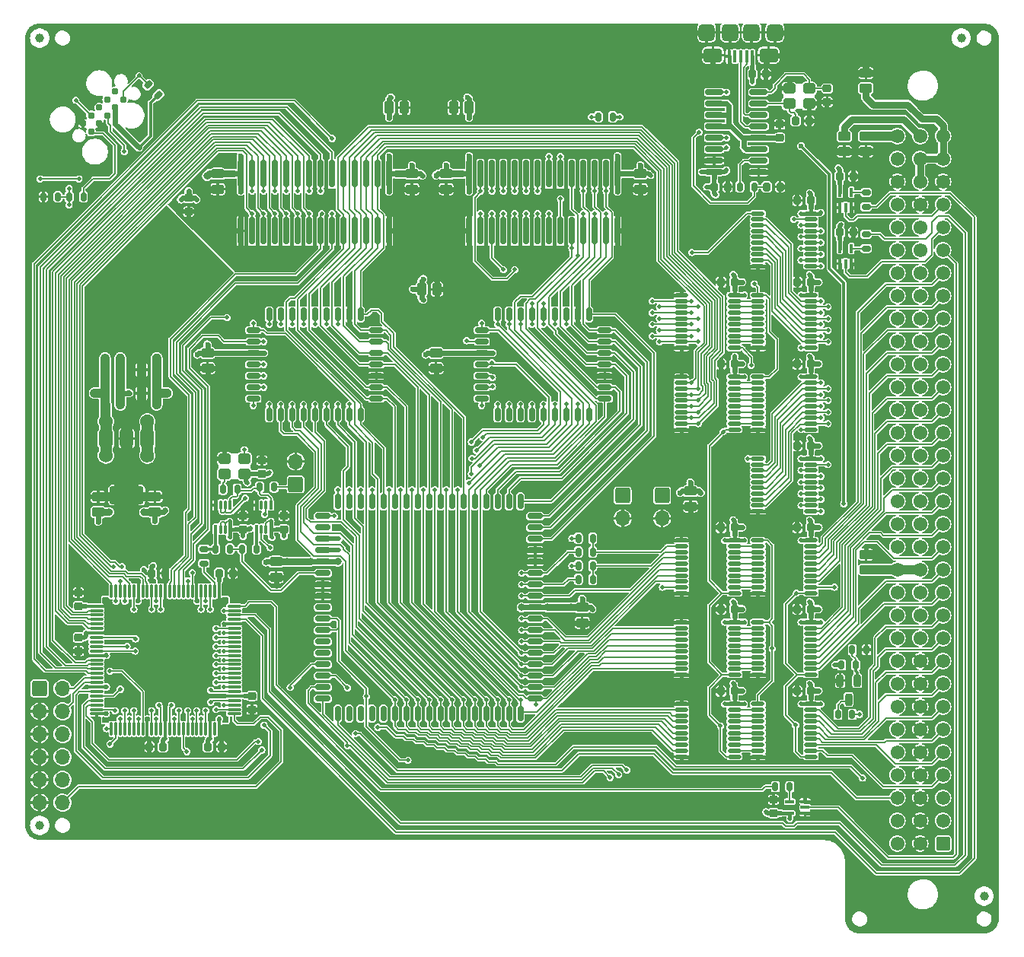
<source format=gtl>
G04 #@! TF.GenerationSoftware,KiCad,Pcbnew,7.0.10*
G04 #@! TF.CreationDate,2024-04-24T04:09:25-04:00*
G04 #@! TF.ProjectId,WarpSE,57617270-5345-42e6-9b69-6361645f7063,1.0*
G04 #@! TF.SameCoordinates,Original*
G04 #@! TF.FileFunction,Copper,L1,Top*
G04 #@! TF.FilePolarity,Positive*
%FSLAX46Y46*%
G04 Gerber Fmt 4.6, Leading zero omitted, Abs format (unit mm)*
G04 Created by KiCad (PCBNEW 7.0.10) date 2024-04-24 04:09:25*
%MOMM*%
%LPD*%
G01*
G04 APERTURE LIST*
G04 Aperture macros list*
%AMRoundRect*
0 Rectangle with rounded corners*
0 $1 Rounding radius*
0 $2 $3 $4 $5 $6 $7 $8 $9 X,Y pos of 4 corners*
0 Add a 4 corners polygon primitive as box body*
4,1,4,$2,$3,$4,$5,$6,$7,$8,$9,$2,$3,0*
0 Add four circle primitives for the rounded corners*
1,1,$1+$1,$2,$3*
1,1,$1+$1,$4,$5*
1,1,$1+$1,$6,$7*
1,1,$1+$1,$8,$9*
0 Add four rect primitives between the rounded corners*
20,1,$1+$1,$2,$3,$4,$5,0*
20,1,$1+$1,$4,$5,$6,$7,0*
20,1,$1+$1,$6,$7,$8,$9,0*
20,1,$1+$1,$8,$9,$2,$3,0*%
G04 Aperture macros list end*
G04 #@! TA.AperFunction,SMDPad,CuDef*
%ADD10RoundRect,0.262500X-0.262500X-0.437500X0.262500X-0.437500X0.262500X0.437500X-0.262500X0.437500X0*%
G04 #@! TD*
G04 #@! TA.AperFunction,SMDPad,CuDef*
%ADD11RoundRect,0.075000X0.662500X0.075000X-0.662500X0.075000X-0.662500X-0.075000X0.662500X-0.075000X0*%
G04 #@! TD*
G04 #@! TA.AperFunction,SMDPad,CuDef*
%ADD12RoundRect,0.075000X0.075000X0.662500X-0.075000X0.662500X-0.075000X-0.662500X0.075000X-0.662500X0*%
G04 #@! TD*
G04 #@! TA.AperFunction,SMDPad,CuDef*
%ADD13RoundRect,0.262500X0.437500X-0.262500X0.437500X0.262500X-0.437500X0.262500X-0.437500X-0.262500X0*%
G04 #@! TD*
G04 #@! TA.AperFunction,SMDPad,CuDef*
%ADD14RoundRect,0.262500X-0.437500X0.262500X-0.437500X-0.262500X0.437500X-0.262500X0.437500X0.262500X0*%
G04 #@! TD*
G04 #@! TA.AperFunction,SMDPad,CuDef*
%ADD15RoundRect,0.150000X-0.150000X1.374000X-0.150000X-1.374000X0.150000X-1.374000X0.150000X1.374000X0*%
G04 #@! TD*
G04 #@! TA.AperFunction,ComponentPad*
%ADD16RoundRect,0.249999X0.525001X0.525001X-0.525001X0.525001X-0.525001X-0.525001X0.525001X-0.525001X0*%
G04 #@! TD*
G04 #@! TA.AperFunction,ComponentPad*
%ADD17C,1.550000*%
G04 #@! TD*
G04 #@! TA.AperFunction,SMDPad,CuDef*
%ADD18RoundRect,0.212500X-0.212500X-0.262500X0.212500X-0.262500X0.212500X0.262500X-0.212500X0.262500X0*%
G04 #@! TD*
G04 #@! TA.AperFunction,SMDPad,CuDef*
%ADD19RoundRect,0.112500X-0.612500X-0.112500X0.612500X-0.112500X0.612500X0.112500X-0.612500X0.112500X0*%
G04 #@! TD*
G04 #@! TA.AperFunction,SMDPad,CuDef*
%ADD20RoundRect,0.212500X0.212500X0.262500X-0.212500X0.262500X-0.212500X-0.262500X0.212500X-0.262500X0*%
G04 #@! TD*
G04 #@! TA.AperFunction,SMDPad,CuDef*
%ADD21RoundRect,0.212500X-0.262500X0.212500X-0.262500X-0.212500X0.262500X-0.212500X0.262500X0.212500X0*%
G04 #@! TD*
G04 #@! TA.AperFunction,SMDPad,CuDef*
%ADD22RoundRect,0.212500X0.262500X-0.212500X0.262500X0.212500X-0.262500X0.212500X-0.262500X-0.212500X0*%
G04 #@! TD*
G04 #@! TA.AperFunction,SMDPad,CuDef*
%ADD23C,1.000000*%
G04 #@! TD*
G04 #@! TA.AperFunction,SMDPad,CuDef*
%ADD24RoundRect,0.150000X0.587500X-0.150000X0.587500X0.150000X-0.587500X0.150000X-0.587500X-0.150000X0*%
G04 #@! TD*
G04 #@! TA.AperFunction,SMDPad,CuDef*
%ADD25RoundRect,0.150000X0.150000X-0.587500X0.150000X0.587500X-0.150000X0.587500X-0.150000X-0.587500X0*%
G04 #@! TD*
G04 #@! TA.AperFunction,SMDPad,CuDef*
%ADD26RoundRect,0.150000X-0.150000X-0.700000X0.150000X-0.700000X0.150000X0.700000X-0.150000X0.700000X0*%
G04 #@! TD*
G04 #@! TA.AperFunction,SMDPad,CuDef*
%ADD27RoundRect,0.150000X-0.700000X-0.150000X0.700000X-0.150000X0.700000X0.150000X-0.700000X0.150000X0*%
G04 #@! TD*
G04 #@! TA.AperFunction,SMDPad,CuDef*
%ADD28RoundRect,0.300000X-0.450000X0.700000X-0.450000X-0.700000X0.450000X-0.700000X0.450000X0.700000X0*%
G04 #@! TD*
G04 #@! TA.AperFunction,SMDPad,CuDef*
%ADD29RoundRect,0.300000X-1.600000X0.700000X-1.600000X-0.700000X1.600000X-0.700000X1.600000X0.700000X0*%
G04 #@! TD*
G04 #@! TA.AperFunction,ConnectorPad*
%ADD30C,0.787400*%
G04 #@! TD*
G04 #@! TA.AperFunction,SMDPad,CuDef*
%ADD31RoundRect,0.175000X0.175000X0.300000X-0.175000X0.300000X-0.175000X-0.300000X0.175000X-0.300000X0*%
G04 #@! TD*
G04 #@! TA.AperFunction,SMDPad,CuDef*
%ADD32RoundRect,0.175000X0.335876X0.088388X0.088388X0.335876X-0.335876X-0.088388X-0.088388X-0.335876X0*%
G04 #@! TD*
G04 #@! TA.AperFunction,SMDPad,CuDef*
%ADD33RoundRect,0.200000X-0.200000X0.475000X-0.200000X-0.475000X0.200000X-0.475000X0.200000X0.475000X0*%
G04 #@! TD*
G04 #@! TA.AperFunction,SMDPad,CuDef*
%ADD34RoundRect,0.150000X0.825000X0.150000X-0.825000X0.150000X-0.825000X-0.150000X0.825000X-0.150000X0*%
G04 #@! TD*
G04 #@! TA.AperFunction,SMDPad,CuDef*
%ADD35RoundRect,0.175000X-0.175000X-0.300000X0.175000X-0.300000X0.175000X0.300000X-0.175000X0.300000X0*%
G04 #@! TD*
G04 #@! TA.AperFunction,SMDPad,CuDef*
%ADD36RoundRect,0.100000X0.100000X-0.400000X0.100000X0.400000X-0.100000X0.400000X-0.100000X-0.400000X0*%
G04 #@! TD*
G04 #@! TA.AperFunction,ComponentPad*
%ADD37RoundRect,0.250000X0.600000X0.600000X-0.600000X0.600000X-0.600000X-0.600000X0.600000X-0.600000X0*%
G04 #@! TD*
G04 #@! TA.AperFunction,ComponentPad*
%ADD38O,1.700000X1.700000*%
G04 #@! TD*
G04 #@! TA.AperFunction,SMDPad,CuDef*
%ADD39RoundRect,0.100000X0.100000X0.575000X-0.100000X0.575000X-0.100000X-0.575000X0.100000X-0.575000X0*%
G04 #@! TD*
G04 #@! TA.AperFunction,SMDPad,CuDef*
%ADD40RoundRect,0.450000X0.450000X0.500000X-0.450000X0.500000X-0.450000X-0.500000X0.450000X-0.500000X0*%
G04 #@! TD*
G04 #@! TA.AperFunction,SMDPad,CuDef*
%ADD41RoundRect,0.400000X0.650000X0.400000X-0.650000X0.400000X-0.650000X-0.400000X0.650000X-0.400000X0*%
G04 #@! TD*
G04 #@! TA.AperFunction,SMDPad,CuDef*
%ADD42RoundRect,0.475000X0.475000X0.475000X-0.475000X0.475000X-0.475000X-0.475000X0.475000X-0.475000X0*%
G04 #@! TD*
G04 #@! TA.AperFunction,SMDPad,CuDef*
%ADD43RoundRect,0.175000X0.300000X-0.175000X0.300000X0.175000X-0.300000X0.175000X-0.300000X-0.175000X0*%
G04 #@! TD*
G04 #@! TA.AperFunction,ComponentPad*
%ADD44RoundRect,0.250000X-0.600000X-0.600000X0.600000X-0.600000X0.600000X0.600000X-0.600000X0.600000X0*%
G04 #@! TD*
G04 #@! TA.AperFunction,SMDPad,CuDef*
%ADD45RoundRect,0.175000X-0.300000X0.175000X-0.300000X-0.175000X0.300000X-0.175000X0.300000X0.175000X0*%
G04 #@! TD*
G04 #@! TA.AperFunction,SMDPad,CuDef*
%ADD46RoundRect,0.262500X0.262500X0.437500X-0.262500X0.437500X-0.262500X-0.437500X0.262500X-0.437500X0*%
G04 #@! TD*
G04 #@! TA.AperFunction,SMDPad,CuDef*
%ADD47RoundRect,0.300000X0.400000X0.300000X-0.400000X0.300000X-0.400000X-0.300000X0.400000X-0.300000X0*%
G04 #@! TD*
G04 #@! TA.AperFunction,SMDPad,CuDef*
%ADD48RoundRect,0.100000X-0.100000X0.400000X-0.100000X-0.400000X0.100000X-0.400000X0.100000X0.400000X0*%
G04 #@! TD*
G04 #@! TA.AperFunction,SMDPad,CuDef*
%ADD49RoundRect,0.075000X-0.075000X0.425000X-0.075000X-0.425000X0.075000X-0.425000X0.075000X0.425000X0*%
G04 #@! TD*
G04 #@! TA.AperFunction,SMDPad,CuDef*
%ADD50RoundRect,0.100000X0.100000X0.400000X-0.100000X0.400000X-0.100000X-0.400000X0.100000X-0.400000X0*%
G04 #@! TD*
G04 #@! TA.AperFunction,SMDPad,CuDef*
%ADD51RoundRect,0.100000X0.400000X0.100000X-0.400000X0.100000X-0.400000X-0.100000X0.400000X-0.100000X0*%
G04 #@! TD*
G04 #@! TA.AperFunction,ViaPad*
%ADD52C,0.800000*%
G04 #@! TD*
G04 #@! TA.AperFunction,ViaPad*
%ADD53C,0.500000*%
G04 #@! TD*
G04 #@! TA.AperFunction,ViaPad*
%ADD54C,0.600000*%
G04 #@! TD*
G04 #@! TA.AperFunction,ViaPad*
%ADD55C,1.524000*%
G04 #@! TD*
G04 #@! TA.AperFunction,ViaPad*
%ADD56C,1.000000*%
G04 #@! TD*
G04 #@! TA.AperFunction,Conductor*
%ADD57C,0.800000*%
G04 #@! TD*
G04 #@! TA.AperFunction,Conductor*
%ADD58C,0.600000*%
G04 #@! TD*
G04 #@! TA.AperFunction,Conductor*
%ADD59C,0.500000*%
G04 #@! TD*
G04 #@! TA.AperFunction,Conductor*
%ADD60C,0.450000*%
G04 #@! TD*
G04 #@! TA.AperFunction,Conductor*
%ADD61C,0.300000*%
G04 #@! TD*
G04 #@! TA.AperFunction,Conductor*
%ADD62C,0.150000*%
G04 #@! TD*
G04 #@! TA.AperFunction,Conductor*
%ADD63C,0.350000*%
G04 #@! TD*
G04 #@! TA.AperFunction,Conductor*
%ADD64C,1.270000*%
G04 #@! TD*
G04 #@! TA.AperFunction,Conductor*
%ADD65C,0.400000*%
G04 #@! TD*
G04 #@! TA.AperFunction,Conductor*
%ADD66C,1.000000*%
G04 #@! TD*
G04 #@! TA.AperFunction,Conductor*
%ADD67C,1.524000*%
G04 #@! TD*
G04 APERTURE END LIST*
D10*
X112550000Y-76800000D03*
X114250000Y-76800000D03*
X116600000Y-76800000D03*
X118300000Y-76800000D03*
X116600000Y-79400000D03*
X118300000Y-79400000D03*
X112550000Y-79400000D03*
X114250000Y-79400000D03*
D11*
X126912500Y-115100000D03*
X126912500Y-114600000D03*
X126912500Y-114100000D03*
X126912500Y-113600000D03*
X126912500Y-113100000D03*
X126912500Y-112600000D03*
X126912500Y-112100000D03*
X126912500Y-111600000D03*
X126912500Y-111100000D03*
X126912500Y-110600000D03*
X126912500Y-110100000D03*
X126912500Y-109600000D03*
X126912500Y-109100000D03*
X126912500Y-108600000D03*
X126912500Y-108100000D03*
X126912500Y-107600000D03*
X126912500Y-107100000D03*
X126912500Y-106600000D03*
X126912500Y-106100000D03*
X126912500Y-105600000D03*
X126912500Y-105100000D03*
X126912500Y-104600000D03*
X126912500Y-104100000D03*
X126912500Y-103600000D03*
X126912500Y-103100000D03*
D12*
X125250000Y-101437500D03*
X124750000Y-101437500D03*
X124250000Y-101437500D03*
X123750000Y-101437500D03*
X123250000Y-101437500D03*
X122750000Y-101437500D03*
X122250000Y-101437500D03*
X121750000Y-101437500D03*
X121250000Y-101437500D03*
X120750000Y-101437500D03*
X120250000Y-101437500D03*
X119750000Y-101437500D03*
X119250000Y-101437500D03*
X118750000Y-101437500D03*
X118250000Y-101437500D03*
X117750000Y-101437500D03*
X117250000Y-101437500D03*
X116750000Y-101437500D03*
X116250000Y-101437500D03*
X115750000Y-101437500D03*
X115250000Y-101437500D03*
X114750000Y-101437500D03*
X114250000Y-101437500D03*
X113750000Y-101437500D03*
X113250000Y-101437500D03*
D11*
X111587500Y-103100000D03*
X111587500Y-103600000D03*
X111587500Y-104100000D03*
X111587500Y-104600000D03*
X111587500Y-105100000D03*
X111587500Y-105600000D03*
X111587500Y-106100000D03*
X111587500Y-106600000D03*
X111587500Y-107100000D03*
X111587500Y-107600000D03*
X111587500Y-108100000D03*
X111587500Y-108600000D03*
X111587500Y-109100000D03*
X111587500Y-109600000D03*
X111587500Y-110100000D03*
X111587500Y-110600000D03*
X111587500Y-111100000D03*
X111587500Y-111600000D03*
X111587500Y-112100000D03*
X111587500Y-112600000D03*
X111587500Y-113100000D03*
X111587500Y-113600000D03*
X111587500Y-114100000D03*
X111587500Y-114600000D03*
X111587500Y-115100000D03*
D12*
X113250000Y-116762500D03*
X113750000Y-116762500D03*
X114250000Y-116762500D03*
X114750000Y-116762500D03*
X115250000Y-116762500D03*
X115750000Y-116762500D03*
X116250000Y-116762500D03*
X116750000Y-116762500D03*
X117250000Y-116762500D03*
X117750000Y-116762500D03*
X118250000Y-116762500D03*
X118750000Y-116762500D03*
X119250000Y-116762500D03*
X119750000Y-116762500D03*
X120250000Y-116762500D03*
X120750000Y-116762500D03*
X121250000Y-116762500D03*
X121750000Y-116762500D03*
X122250000Y-116762500D03*
X122750000Y-116762500D03*
X123250000Y-116762500D03*
X123750000Y-116762500D03*
X124250000Y-116762500D03*
X124750000Y-116762500D03*
X125250000Y-116762500D03*
D13*
X197167500Y-45466000D03*
X197167500Y-43766000D03*
D14*
X194754500Y-50800000D03*
X194754500Y-52500000D03*
X197167500Y-50800000D03*
X197167500Y-52500000D03*
D15*
X169545000Y-54991000D03*
X168275000Y-54991000D03*
X167005000Y-54991000D03*
X165735000Y-54991000D03*
X164465000Y-54991000D03*
X163195000Y-54991000D03*
X161925000Y-54991000D03*
X160655000Y-54991000D03*
X159385000Y-54991000D03*
X158115000Y-54991000D03*
X156845000Y-54991000D03*
X155575000Y-54991000D03*
X154305000Y-54991000D03*
X153035000Y-54991000D03*
X153035000Y-61341000D03*
X154305000Y-61341000D03*
X155575000Y-61341000D03*
X156845000Y-61341000D03*
X158115000Y-61341000D03*
X159385000Y-61341000D03*
X160655000Y-61341000D03*
X161925000Y-61341000D03*
X163195000Y-61341000D03*
X164465000Y-61341000D03*
X165735000Y-61341000D03*
X167005000Y-61341000D03*
X168275000Y-61341000D03*
X169545000Y-61341000D03*
D16*
X205740000Y-129540000D03*
D17*
X205740000Y-127000000D03*
X205740000Y-124460000D03*
X205740000Y-121920000D03*
X205740000Y-119380000D03*
X205740000Y-116840000D03*
X205740000Y-114300000D03*
X205740000Y-111760000D03*
X205740000Y-109220000D03*
X205740000Y-106680000D03*
X205740000Y-104140000D03*
X205740000Y-101600000D03*
X205740000Y-99060000D03*
X205740000Y-96520000D03*
X205740000Y-93980000D03*
X205740000Y-91440000D03*
X205740000Y-88900000D03*
X205740000Y-86360000D03*
X205740000Y-83820000D03*
X205740000Y-81280000D03*
X205740000Y-78740000D03*
X205740000Y-76200000D03*
X205740000Y-73660000D03*
X205740000Y-71120000D03*
X205740000Y-68580000D03*
X205740000Y-66040000D03*
X205740000Y-63500000D03*
X205740000Y-60960000D03*
X205740000Y-58420000D03*
X205740000Y-55880000D03*
X205740000Y-53340000D03*
X205740000Y-50800000D03*
X203200000Y-129540000D03*
X203200000Y-127000000D03*
X203200000Y-124460000D03*
X203200000Y-121920000D03*
X203200000Y-119380000D03*
X203200000Y-116840000D03*
X203200000Y-114300000D03*
X203200000Y-111760000D03*
X203200000Y-109220000D03*
X203200000Y-106680000D03*
X203200000Y-104140000D03*
X203200000Y-101600000D03*
X203200000Y-99060000D03*
X203200000Y-96520000D03*
X203200000Y-93980000D03*
X203200000Y-91440000D03*
X203200000Y-88900000D03*
X203200000Y-86360000D03*
X203200000Y-83820000D03*
X203200000Y-81280000D03*
X203200000Y-78740000D03*
X203200000Y-76200000D03*
X203200000Y-73660000D03*
X203200000Y-71120000D03*
X203200000Y-68580000D03*
X203200000Y-66040000D03*
X203200000Y-63500000D03*
X203200000Y-60960000D03*
X203200000Y-58420000D03*
X203200000Y-55880000D03*
X203200000Y-53340000D03*
X203200000Y-50800000D03*
X200660000Y-129540000D03*
X200660000Y-127000000D03*
X200660000Y-124460000D03*
X200660000Y-121920000D03*
X200660000Y-119380000D03*
X200660000Y-116840000D03*
X200660000Y-114300000D03*
X200660000Y-111760000D03*
X200660000Y-109220000D03*
X200660000Y-106680000D03*
X200660000Y-104140000D03*
X200660000Y-101600000D03*
X200660000Y-99060000D03*
X200660000Y-96520000D03*
X200660000Y-93980000D03*
X200660000Y-91440000D03*
X200660000Y-88900000D03*
X200660000Y-86360000D03*
X200660000Y-83820000D03*
X200660000Y-81280000D03*
X200660000Y-78740000D03*
X200660000Y-76200000D03*
X200660000Y-73660000D03*
X200660000Y-71120000D03*
X200660000Y-68580000D03*
X200660000Y-66040000D03*
X200660000Y-63500000D03*
X200660000Y-60960000D03*
X200660000Y-58420000D03*
X200660000Y-55880000D03*
X200660000Y-53340000D03*
X200660000Y-50800000D03*
D18*
X125250000Y-99450000D03*
X126750000Y-99450000D03*
D19*
X176650000Y-95800000D03*
X176650000Y-96450000D03*
X176650000Y-97100000D03*
X176650000Y-97750000D03*
X176650000Y-98400000D03*
X176650000Y-99050000D03*
X176650000Y-99700000D03*
X176650000Y-100350000D03*
X176650000Y-101000000D03*
X176650000Y-101650000D03*
X182550000Y-101650000D03*
X182550000Y-101000000D03*
X182550000Y-100350000D03*
X182550000Y-99700000D03*
X182550000Y-99050000D03*
X182550000Y-98400000D03*
X182550000Y-97750000D03*
X182550000Y-97100000D03*
X182550000Y-96450000D03*
X182550000Y-95800000D03*
D20*
X182550000Y-94350000D03*
X181050000Y-94350000D03*
X191050000Y-57950000D03*
X189550000Y-57950000D03*
X191050000Y-94350000D03*
X189550000Y-94350000D03*
X191050000Y-85250000D03*
X189550000Y-85250000D03*
X182550000Y-112550000D03*
X181050000Y-112550000D03*
X191050000Y-112550000D03*
X189550000Y-112550000D03*
X191050000Y-67050000D03*
X189550000Y-67050000D03*
X182550000Y-67050000D03*
X181050000Y-67050000D03*
X182550000Y-76150000D03*
X181050000Y-76150000D03*
X182550000Y-103450000D03*
X181050000Y-103450000D03*
X191050000Y-103450000D03*
X189550000Y-103450000D03*
D13*
X197167500Y-99060000D03*
X197167500Y-97360000D03*
D14*
X131572000Y-98171000D03*
X131572000Y-99871000D03*
X165608000Y-103251000D03*
X165608000Y-104951000D03*
D19*
X176650000Y-68500000D03*
X176650000Y-69150000D03*
X176650000Y-69800000D03*
X176650000Y-70450000D03*
X176650000Y-71100000D03*
X176650000Y-71750000D03*
X176650000Y-72400000D03*
X176650000Y-73050000D03*
X176650000Y-73700000D03*
X176650000Y-74350000D03*
X182550000Y-74350000D03*
X182550000Y-73700000D03*
X182550000Y-73050000D03*
X182550000Y-72400000D03*
X182550000Y-71750000D03*
X182550000Y-71100000D03*
X182550000Y-70450000D03*
X182550000Y-69800000D03*
X182550000Y-69150000D03*
X182550000Y-68500000D03*
X176650000Y-77600000D03*
X176650000Y-78250000D03*
X176650000Y-78900000D03*
X176650000Y-79550000D03*
X176650000Y-80200000D03*
X176650000Y-80850000D03*
X176650000Y-81500000D03*
X176650000Y-82150000D03*
X176650000Y-82800000D03*
X176650000Y-83450000D03*
X182550000Y-83450000D03*
X182550000Y-82800000D03*
X182550000Y-82150000D03*
X182550000Y-81500000D03*
X182550000Y-80850000D03*
X182550000Y-80200000D03*
X182550000Y-79550000D03*
X182550000Y-78900000D03*
X182550000Y-78250000D03*
X182550000Y-77600000D03*
X185150000Y-59400000D03*
X185150000Y-60050000D03*
X185150000Y-60700000D03*
X185150000Y-61350000D03*
X185150000Y-62000000D03*
X185150000Y-62650000D03*
X185150000Y-63300000D03*
X185150000Y-63950000D03*
X185150000Y-64600000D03*
X185150000Y-65250000D03*
X191050000Y-65250000D03*
X191050000Y-64600000D03*
X191050000Y-63950000D03*
X191050000Y-63300000D03*
X191050000Y-62650000D03*
X191050000Y-62000000D03*
X191050000Y-61350000D03*
X191050000Y-60700000D03*
X191050000Y-60050000D03*
X191050000Y-59400000D03*
X185150000Y-68500000D03*
X185150000Y-69150000D03*
X185150000Y-69800000D03*
X185150000Y-70450000D03*
X185150000Y-71100000D03*
X185150000Y-71750000D03*
X185150000Y-72400000D03*
X185150000Y-73050000D03*
X185150000Y-73700000D03*
X185150000Y-74350000D03*
X191050000Y-74350000D03*
X191050000Y-73700000D03*
X191050000Y-73050000D03*
X191050000Y-72400000D03*
X191050000Y-71750000D03*
X191050000Y-71100000D03*
X191050000Y-70450000D03*
X191050000Y-69800000D03*
X191050000Y-69150000D03*
X191050000Y-68500000D03*
X185150000Y-86700000D03*
X185150000Y-87350000D03*
X185150000Y-88000000D03*
X185150000Y-88650000D03*
X185150000Y-89300000D03*
X185150000Y-89950000D03*
X185150000Y-90600000D03*
X185150000Y-91250000D03*
X185150000Y-91900000D03*
X185150000Y-92550000D03*
X191050000Y-92550000D03*
X191050000Y-91900000D03*
X191050000Y-91250000D03*
X191050000Y-90600000D03*
X191050000Y-89950000D03*
X191050000Y-89300000D03*
X191050000Y-88650000D03*
X191050000Y-88000000D03*
X191050000Y-87350000D03*
X191050000Y-86700000D03*
X185150000Y-77600000D03*
X185150000Y-78250000D03*
X185150000Y-78900000D03*
X185150000Y-79550000D03*
X185150000Y-80200000D03*
X185150000Y-80850000D03*
X185150000Y-81500000D03*
X185150000Y-82150000D03*
X185150000Y-82800000D03*
X185150000Y-83450000D03*
X191050000Y-83450000D03*
X191050000Y-82800000D03*
X191050000Y-82150000D03*
X191050000Y-81500000D03*
X191050000Y-80850000D03*
X191050000Y-80200000D03*
X191050000Y-79550000D03*
X191050000Y-78900000D03*
X191050000Y-78250000D03*
X191050000Y-77600000D03*
X176650000Y-104900000D03*
X176650000Y-105550000D03*
X176650000Y-106200000D03*
X176650000Y-106850000D03*
X176650000Y-107500000D03*
X176650000Y-108150000D03*
X176650000Y-108800000D03*
X176650000Y-109450000D03*
X176650000Y-110100000D03*
X176650000Y-110750000D03*
X182550000Y-110750000D03*
X182550000Y-110100000D03*
X182550000Y-109450000D03*
X182550000Y-108800000D03*
X182550000Y-108150000D03*
X182550000Y-107500000D03*
X182550000Y-106850000D03*
X182550000Y-106200000D03*
X182550000Y-105550000D03*
X182550000Y-104900000D03*
X176650000Y-114000000D03*
X176650000Y-114650000D03*
X176650000Y-115300000D03*
X176650000Y-115950000D03*
X176650000Y-116600000D03*
X176650000Y-117250000D03*
X176650000Y-117900000D03*
X176650000Y-118550000D03*
X176650000Y-119200000D03*
X176650000Y-119850000D03*
X182550000Y-119850000D03*
X182550000Y-119200000D03*
X182550000Y-118550000D03*
X182550000Y-117900000D03*
X182550000Y-117250000D03*
X182550000Y-116600000D03*
X182550000Y-115950000D03*
X182550000Y-115300000D03*
X182550000Y-114650000D03*
X182550000Y-114000000D03*
X185150000Y-95800000D03*
X185150000Y-96450000D03*
X185150000Y-97100000D03*
X185150000Y-97750000D03*
X185150000Y-98400000D03*
X185150000Y-99050000D03*
X185150000Y-99700000D03*
X185150000Y-100350000D03*
X185150000Y-101000000D03*
X185150000Y-101650000D03*
X191050000Y-101650000D03*
X191050000Y-101000000D03*
X191050000Y-100350000D03*
X191050000Y-99700000D03*
X191050000Y-99050000D03*
X191050000Y-98400000D03*
X191050000Y-97750000D03*
X191050000Y-97100000D03*
X191050000Y-96450000D03*
X191050000Y-95800000D03*
X185150000Y-104900000D03*
X185150000Y-105550000D03*
X185150000Y-106200000D03*
X185150000Y-106850000D03*
X185150000Y-107500000D03*
X185150000Y-108150000D03*
X185150000Y-108800000D03*
X185150000Y-109450000D03*
X185150000Y-110100000D03*
X185150000Y-110750000D03*
X191050000Y-110750000D03*
X191050000Y-110100000D03*
X191050000Y-109450000D03*
X191050000Y-108800000D03*
X191050000Y-108150000D03*
X191050000Y-107500000D03*
X191050000Y-106850000D03*
X191050000Y-106200000D03*
X191050000Y-105550000D03*
X191050000Y-104900000D03*
X185150000Y-114000000D03*
X185150000Y-114650000D03*
X185150000Y-115300000D03*
X185150000Y-115950000D03*
X185150000Y-116600000D03*
X185150000Y-117250000D03*
X185150000Y-117900000D03*
X185150000Y-118550000D03*
X185150000Y-119200000D03*
X185150000Y-119850000D03*
X191050000Y-119850000D03*
X191050000Y-119200000D03*
X191050000Y-118550000D03*
X191050000Y-117900000D03*
X191050000Y-117250000D03*
X191050000Y-116600000D03*
X191050000Y-115950000D03*
X191050000Y-115300000D03*
X191050000Y-114650000D03*
X191050000Y-114000000D03*
D15*
X144145000Y-54991000D03*
X142875000Y-54991000D03*
X141605000Y-54991000D03*
X140335000Y-54991000D03*
X139065000Y-54991000D03*
X137795000Y-54991000D03*
X136525000Y-54991000D03*
X135255000Y-54991000D03*
X133985000Y-54991000D03*
X132715000Y-54991000D03*
X131445000Y-54991000D03*
X130175000Y-54991000D03*
X128905000Y-54991000D03*
X127635000Y-54991000D03*
X127635000Y-61341000D03*
X128905000Y-61341000D03*
X130175000Y-61341000D03*
X131445000Y-61341000D03*
X132715000Y-61341000D03*
X133985000Y-61341000D03*
X135255000Y-61341000D03*
X136525000Y-61341000D03*
X137795000Y-61341000D03*
X139065000Y-61341000D03*
X140335000Y-61341000D03*
X141605000Y-61341000D03*
X142875000Y-61341000D03*
X144145000Y-61341000D03*
D18*
X124000000Y-118750000D03*
X125500000Y-118750000D03*
D21*
X109600000Y-106600000D03*
X109600000Y-108100000D03*
D20*
X119000000Y-118750000D03*
X117500000Y-118750000D03*
X119250000Y-99450000D03*
X117750000Y-99450000D03*
D21*
X128900000Y-113100000D03*
X128900000Y-114600000D03*
D22*
X109600000Y-103100000D03*
X109600000Y-101600000D03*
D23*
X105283000Y-39878000D03*
X207772000Y-39878000D03*
X210312000Y-135382000D03*
X105283000Y-127508000D03*
D24*
X129052500Y-76200000D03*
X129052500Y-77470000D03*
X129052500Y-78740000D03*
X129052500Y-80010000D03*
D25*
X130810000Y-81762500D03*
X132080000Y-81762500D03*
X133350000Y-81762500D03*
X134620000Y-81762500D03*
X135890000Y-81762500D03*
X137160000Y-81762500D03*
X138430000Y-81762500D03*
X139700000Y-81762500D03*
X140970000Y-81762500D03*
D24*
X142727500Y-80010000D03*
X142727500Y-78740000D03*
X142727500Y-77470000D03*
X142727500Y-76200000D03*
X142727500Y-74930000D03*
X142727500Y-73660000D03*
X142727500Y-72390000D03*
D25*
X140970000Y-70637500D03*
X139700000Y-70637500D03*
X138430000Y-70637500D03*
X137160000Y-70637500D03*
X135890000Y-70637500D03*
X134620000Y-70637500D03*
X133350000Y-70637500D03*
X132080000Y-70637500D03*
X130810000Y-70637500D03*
D24*
X129052500Y-72390000D03*
X129052500Y-73660000D03*
X129052500Y-74930000D03*
X154452500Y-76200000D03*
X154452500Y-77470000D03*
X154452500Y-78740000D03*
X154452500Y-80010000D03*
D25*
X156210000Y-81762500D03*
X157480000Y-81762500D03*
X158750000Y-81762500D03*
X160020000Y-81762500D03*
X161290000Y-81762500D03*
X162560000Y-81762500D03*
X163830000Y-81762500D03*
X165100000Y-81762500D03*
X166370000Y-81762500D03*
D24*
X168127500Y-80010000D03*
X168127500Y-78740000D03*
X168127500Y-77470000D03*
X168127500Y-76200000D03*
X168127500Y-74930000D03*
X168127500Y-73660000D03*
X168127500Y-72390000D03*
D25*
X166370000Y-70637500D03*
X165100000Y-70637500D03*
X163830000Y-70637500D03*
X162560000Y-70637500D03*
X161290000Y-70637500D03*
X160020000Y-70637500D03*
X158750000Y-70637500D03*
X157480000Y-70637500D03*
X156210000Y-70637500D03*
D24*
X154452500Y-72390000D03*
X154452500Y-73660000D03*
X154452500Y-74930000D03*
D26*
X148590000Y-91451000D03*
X147320000Y-91451000D03*
X146050000Y-91451000D03*
X144780000Y-91451000D03*
X143510000Y-91451000D03*
X142240000Y-91451000D03*
X140970000Y-91451000D03*
X139700000Y-91451000D03*
X138430000Y-91451000D03*
D27*
X136790000Y-93091000D03*
X136790000Y-94361000D03*
X136790000Y-95631000D03*
X136790000Y-96901000D03*
X136790000Y-98171000D03*
X136790000Y-99441000D03*
X136790000Y-100711000D03*
X136790000Y-101981000D03*
X136790000Y-103251000D03*
X136790000Y-104521000D03*
X136790000Y-105791000D03*
X136790000Y-107061000D03*
X136790000Y-108331000D03*
X136790000Y-109601000D03*
X136790000Y-110871000D03*
X136790000Y-112141000D03*
X136790000Y-113411000D03*
D26*
X138430000Y-115051000D03*
X139700000Y-115051000D03*
X140970000Y-115051000D03*
X142240000Y-115051000D03*
X143510000Y-115051000D03*
X144780000Y-115051000D03*
X146050000Y-115051000D03*
X147320000Y-115051000D03*
X148590000Y-115051000D03*
X149860000Y-115051000D03*
X151130000Y-115051000D03*
X152400000Y-115051000D03*
X153670000Y-115051000D03*
X154940000Y-115051000D03*
X156210000Y-115051000D03*
X157480000Y-115051000D03*
X158750000Y-115051000D03*
D27*
X160390000Y-113411000D03*
X160390000Y-112141000D03*
X160390000Y-110871000D03*
X160390000Y-109601000D03*
X160390000Y-108331000D03*
X160390000Y-107061000D03*
X160390000Y-105791000D03*
X160390000Y-104521000D03*
X160390000Y-103251000D03*
X160390000Y-101981000D03*
X160390000Y-100711000D03*
X160390000Y-99441000D03*
X160390000Y-98171000D03*
X160390000Y-96901000D03*
X160390000Y-95631000D03*
X160390000Y-94361000D03*
X160390000Y-93091000D03*
D26*
X158750000Y-91451000D03*
X157480000Y-91451000D03*
X156210000Y-91451000D03*
X154940000Y-91451000D03*
X153670000Y-91451000D03*
X152400000Y-91451000D03*
X151130000Y-91451000D03*
X149860000Y-91451000D03*
D28*
X117250000Y-84450000D03*
D29*
X114950000Y-90750000D03*
D28*
X114950000Y-84450000D03*
X112650000Y-84450000D03*
D14*
X111800000Y-90950000D03*
X111800000Y-92650000D03*
X118100000Y-90950000D03*
X118100000Y-92650000D03*
X123952000Y-74930000D03*
X123952000Y-76630000D03*
X149352000Y-74930000D03*
X149352000Y-76630000D03*
X172085000Y-54991000D03*
X172085000Y-56691000D03*
X125095000Y-54991000D03*
X125095000Y-56691000D03*
X146685000Y-54991000D03*
X146685000Y-56691000D03*
X150495000Y-54991000D03*
X150495000Y-56691000D03*
D20*
X191050000Y-76150000D03*
X189550000Y-76150000D03*
D30*
X110998000Y-50292000D03*
X111896025Y-49393974D03*
X112794051Y-48495949D03*
X113692076Y-47597923D03*
X114590102Y-46699898D03*
X113692076Y-45801872D03*
X112794051Y-46699898D03*
X111896025Y-47597923D03*
X110998000Y-48495949D03*
X110099974Y-49393974D03*
D31*
X107300000Y-57550000D03*
X105700000Y-57550000D03*
D32*
X118479370Y-46216370D03*
X117348000Y-45085000D03*
D33*
X196200000Y-111400000D03*
X194300000Y-111400000D03*
X195250000Y-113500000D03*
D14*
X177650000Y-90300000D03*
X177650000Y-92000000D03*
D34*
X185228000Y-54800500D03*
X185228000Y-53530500D03*
X185228000Y-52260500D03*
X185228000Y-50990500D03*
X185228000Y-49720500D03*
X185228000Y-48450500D03*
X185228000Y-47180500D03*
X185228000Y-45910500D03*
X180278000Y-45910500D03*
X180278000Y-47180500D03*
X180278000Y-48450500D03*
X180278000Y-49720500D03*
X180278000Y-50990500D03*
X180278000Y-52260500D03*
X180278000Y-53530500D03*
X180278000Y-54800500D03*
D18*
X180276500Y-56451500D03*
X181776500Y-56451500D03*
D31*
X196050000Y-109650000D03*
X194450000Y-109650000D03*
D21*
X121850000Y-57700000D03*
X121850000Y-59200000D03*
D35*
X165189000Y-98615500D03*
X166789000Y-98615500D03*
D36*
X194250000Y-65000000D03*
X194900000Y-65000000D03*
X195550000Y-65000000D03*
X195550000Y-63300000D03*
X194250000Y-63300000D03*
D22*
X186900000Y-126150000D03*
X186900000Y-124650000D03*
D31*
X110150000Y-57550000D03*
X108550000Y-57550000D03*
D37*
X133750000Y-89550000D03*
D38*
X133750000Y-87010000D03*
D39*
X184550000Y-41925000D03*
X183900000Y-41925000D03*
X183250000Y-41925000D03*
X182600000Y-41925000D03*
X181950000Y-41925000D03*
D40*
X187050000Y-39250000D03*
D41*
X186350000Y-41800000D03*
D42*
X184450000Y-39250000D03*
X182050000Y-39250000D03*
D41*
X180150000Y-41800000D03*
D40*
X179450000Y-39250000D03*
D35*
X187100000Y-123200000D03*
X188700000Y-123200000D03*
X183134000Y-56451500D03*
X184734000Y-56451500D03*
X129750000Y-89850000D03*
X131350000Y-89850000D03*
D18*
X194250000Y-61500000D03*
X195750000Y-61500000D03*
D35*
X165189000Y-97091500D03*
X166789000Y-97091500D03*
D10*
X144145000Y-47625000D03*
X145845000Y-47625000D03*
D43*
X123550000Y-98350000D03*
X123550000Y-96750000D03*
D35*
X124850000Y-96750000D03*
X126450000Y-96750000D03*
D36*
X194250000Y-58750000D03*
X194900000Y-58750000D03*
X195550000Y-58750000D03*
X195550000Y-57050000D03*
X194250000Y-57050000D03*
D31*
X195650000Y-115150000D03*
X194050000Y-115150000D03*
D44*
X174498000Y-90805000D03*
D38*
X174498000Y-93345000D03*
D35*
X165189000Y-100139500D03*
X166789000Y-100139500D03*
D18*
X189350000Y-49099400D03*
X190850000Y-49099400D03*
X184550000Y-43900000D03*
X186050000Y-43900000D03*
D45*
X197200000Y-61700000D03*
X197200000Y-63300000D03*
D35*
X127800000Y-96750000D03*
X129400000Y-96750000D03*
D21*
X192850000Y-45499400D03*
X192850000Y-46999400D03*
D31*
X127250000Y-90100000D03*
X125650000Y-90100000D03*
D22*
X127900000Y-94550000D03*
X127900000Y-93050000D03*
D18*
X194250000Y-55250000D03*
X195750000Y-55250000D03*
D22*
X130000000Y-88400000D03*
X130000000Y-86900000D03*
D46*
X153035000Y-47625000D03*
X151335000Y-47625000D03*
D47*
X190849400Y-45500000D03*
X188649400Y-45500000D03*
X188649400Y-47200000D03*
X190849400Y-47200000D03*
D18*
X186118500Y-56451500D03*
X187618500Y-56451500D03*
D43*
X197200000Y-58650000D03*
X197200000Y-57050000D03*
D48*
X126450000Y-91850000D03*
D49*
X125900000Y-91850000D03*
X125400000Y-91850000D03*
D48*
X124850000Y-91850000D03*
D50*
X124850000Y-94550000D03*
D49*
X125400000Y-94550000D03*
X125900000Y-94550000D03*
D48*
X126450000Y-94550000D03*
D31*
X197250000Y-107950000D03*
X195650000Y-107950000D03*
D22*
X132450000Y-94550000D03*
X132450000Y-93050000D03*
D47*
X128050000Y-86700000D03*
X125850000Y-86700000D03*
X125850000Y-88400000D03*
X128050000Y-88400000D03*
D10*
X147750000Y-67850000D03*
X149450000Y-67850000D03*
D35*
X165189000Y-95567500D03*
X166789000Y-95567500D03*
D44*
X105283000Y-112268000D03*
D38*
X107823000Y-112268000D03*
X105283000Y-114808000D03*
X107823000Y-114808000D03*
X105283000Y-117348000D03*
X107823000Y-117348000D03*
X105283000Y-119888000D03*
X107823000Y-119888000D03*
X105283000Y-122428000D03*
X107823000Y-122428000D03*
X105283000Y-124968000D03*
X107823000Y-124968000D03*
D35*
X167400000Y-48650000D03*
X169000000Y-48650000D03*
D48*
X131000000Y-91850000D03*
D49*
X130450000Y-91850000D03*
X129950000Y-91850000D03*
D48*
X129400000Y-91850000D03*
D50*
X129400000Y-94550000D03*
D49*
X129950000Y-94550000D03*
X130450000Y-94550000D03*
D48*
X131000000Y-94550000D03*
D22*
X187579000Y-50990500D03*
X187579000Y-49490500D03*
D51*
X190400000Y-126150000D03*
X190400000Y-125500000D03*
X190400000Y-124850000D03*
X188700000Y-124850000D03*
X188700000Y-126150000D03*
D44*
X170116500Y-90805000D03*
D38*
X170116500Y-93345000D03*
D52*
X195961000Y-44005500D03*
D53*
X167640000Y-71120000D03*
X137160000Y-63246000D03*
X137922000Y-58420000D03*
X165354000Y-108585000D03*
X138430000Y-63246000D03*
X164211000Y-108331000D03*
X161671000Y-108966000D03*
X159258000Y-76009500D03*
X167640000Y-81851500D03*
X141478000Y-66294000D03*
X161671000Y-94996000D03*
X161671000Y-93726000D03*
X168656000Y-81343500D03*
X161671000Y-106426000D03*
X161671000Y-107696000D03*
X161671000Y-105156000D03*
X161671000Y-111506000D03*
X161671000Y-110236000D03*
X161734500Y-112649000D03*
D52*
X197167500Y-42735500D03*
X198374000Y-44005500D03*
D53*
X196913500Y-104330500D03*
X196800000Y-68050000D03*
X198374000Y-82994500D03*
X199009000Y-86868000D03*
D54*
X125095000Y-76644500D03*
D53*
X196596000Y-102298500D03*
X198056500Y-80772000D03*
X197104000Y-74168000D03*
X197400000Y-75700000D03*
D54*
X122809000Y-76644500D03*
D53*
X198550000Y-62350000D03*
X198850000Y-63900000D03*
X198691500Y-85153500D03*
X197850000Y-78250000D03*
X196786500Y-71882000D03*
X194150000Y-74150000D03*
X195250000Y-70500000D03*
X189700000Y-75300000D03*
X181200000Y-66200000D03*
X189700000Y-66200000D03*
X189700000Y-84400000D03*
X189700000Y-93500000D03*
X189700000Y-102600000D03*
X181200000Y-102600000D03*
X189700000Y-111700000D03*
X181200000Y-111700000D03*
X177750000Y-119850000D03*
D54*
X164465000Y-104775000D03*
D53*
X175550000Y-77600000D03*
X176650000Y-77000000D03*
X176650000Y-67900000D03*
X175550000Y-68500000D03*
X189700000Y-57100000D03*
D54*
X188700000Y-94350000D03*
X188700000Y-76150000D03*
X166751000Y-104775000D03*
X169291000Y-77470000D03*
X166941500Y-77470000D03*
X143891000Y-77470000D03*
X141541500Y-77470000D03*
D53*
X117250000Y-117900000D03*
X181600000Y-75200000D03*
X125250000Y-117900000D03*
D54*
X145542000Y-56515000D03*
X151638000Y-56515000D03*
X169545000Y-59372500D03*
X147828000Y-56515000D03*
X170307000Y-61341000D03*
X169545000Y-63309500D03*
X153035000Y-59372500D03*
X152273000Y-61341000D03*
X153035000Y-63309500D03*
X144145000Y-63309500D03*
X144145000Y-59372500D03*
X144907000Y-61341000D03*
X126873000Y-61341000D03*
X127635000Y-63309500D03*
X127635000Y-59372500D03*
D53*
X181200000Y-77000000D03*
X117250000Y-115650000D03*
X181200000Y-67900000D03*
D54*
X165608000Y-105918000D03*
D53*
X181200000Y-93500000D03*
X177750000Y-101650000D03*
X176650000Y-102250000D03*
X175550000Y-101650000D03*
X110450000Y-112100000D03*
X112700000Y-112100000D03*
X111800000Y-115700000D03*
X112700000Y-108600000D03*
X110450000Y-108600000D03*
X118900000Y-119700000D03*
X119850000Y-119250000D03*
X120250000Y-118200000D03*
X124300000Y-99350000D03*
X112350000Y-117750000D03*
X113150000Y-119650000D03*
X147320000Y-102425500D03*
X144145000Y-89154000D03*
X126350000Y-118650000D03*
X156210000Y-98171000D03*
X151765000Y-83693000D03*
X152400000Y-103124000D03*
X150495000Y-83693000D03*
X149225000Y-84391500D03*
X147955000Y-85661500D03*
X146685000Y-86931500D03*
X145415000Y-88201500D03*
X145097500Y-77216000D03*
X145669000Y-74231500D03*
X139065000Y-75311000D03*
X163830000Y-68262500D03*
X162560000Y-69405500D03*
X163830000Y-69405500D03*
X165100000Y-69405500D03*
X165100000Y-67627500D03*
D52*
X135382000Y-100711000D03*
X161798000Y-96901000D03*
X161798000Y-98171000D03*
X158877000Y-98171000D03*
X158877000Y-96901000D03*
D53*
X184050000Y-65250000D03*
D52*
X138303000Y-101981000D03*
D53*
X186250000Y-65250000D03*
D52*
X135382000Y-101981000D03*
X138303000Y-100711000D03*
D53*
X185150000Y-65850000D03*
X185150000Y-74950000D03*
X186250000Y-74350000D03*
X184050000Y-83450000D03*
X184050000Y-74350000D03*
X186250000Y-83450000D03*
X185150000Y-84050000D03*
X185150000Y-93150000D03*
X184050000Y-92550000D03*
X186250000Y-92550000D03*
X184050000Y-101650000D03*
X186250000Y-101650000D03*
X185150000Y-102250000D03*
X186250000Y-110750000D03*
X185150000Y-111350000D03*
X184050000Y-110750000D03*
X186250000Y-119850000D03*
X175550000Y-83450000D03*
X177750000Y-83450000D03*
X176650000Y-84050000D03*
X176650000Y-74950000D03*
X175550000Y-74350000D03*
X177750000Y-74350000D03*
X185150000Y-120450000D03*
X184050000Y-119850000D03*
X177750000Y-110750000D03*
X176650000Y-111350000D03*
X175550000Y-110750000D03*
X176650000Y-120450000D03*
X165100000Y-71755000D03*
X139700000Y-71755000D03*
D52*
X198374000Y-52260500D03*
X195961000Y-52260500D03*
X193548000Y-52260500D03*
X197167500Y-53530500D03*
X123888500Y-56451500D03*
D53*
X116850000Y-99050000D03*
X108350000Y-109200000D03*
X107250000Y-109500000D03*
X106150000Y-109800000D03*
X107250000Y-104550000D03*
X109900000Y-105500000D03*
D52*
X113000000Y-92650000D03*
X116900000Y-92650000D03*
D54*
X111800000Y-93700000D03*
X118100000Y-93650000D03*
D55*
X117250000Y-86350000D03*
X117250000Y-82550000D03*
D53*
X152336500Y-80708500D03*
X153670000Y-103124000D03*
D54*
X173228000Y-56515000D03*
X170942000Y-56515000D03*
D53*
X142557500Y-81597500D03*
D54*
X172085000Y-57658000D03*
D53*
X145415000Y-81407000D03*
X146685000Y-81407000D03*
X152019000Y-74218800D03*
X147955000Y-81407000D03*
X150495000Y-81407000D03*
X151765000Y-82105500D03*
X149225000Y-81407000D03*
X147320000Y-93980000D03*
X146177000Y-102806500D03*
X142367000Y-102806500D03*
X142113000Y-111760000D03*
X162179000Y-72707500D03*
X140779500Y-75438000D03*
X143891000Y-75565000D03*
X139700000Y-88201500D03*
X140950000Y-88200000D03*
X142240000Y-89154000D03*
X145415000Y-116332000D03*
X165862000Y-72517000D03*
X164592000Y-72644000D03*
X163449000Y-72898000D03*
X170815000Y-82105500D03*
X171577000Y-82740500D03*
X172339000Y-83375500D03*
X158940500Y-89408000D03*
X173101000Y-84010500D03*
X162242500Y-92011500D03*
X148590000Y-102425500D03*
X149860000Y-102425500D03*
X151130000Y-103124000D03*
X154813000Y-101727000D03*
X198882000Y-94043500D03*
X108750000Y-107950000D03*
X109450000Y-108900000D03*
X108750000Y-101750000D03*
X109600000Y-100800000D03*
X110450000Y-101750000D03*
X117900000Y-98600000D03*
X118000000Y-100300000D03*
X127550000Y-99450000D03*
X126600000Y-100300000D03*
X128050000Y-114350000D03*
X117750000Y-119600000D03*
X116700000Y-118750000D03*
X125350000Y-119650000D03*
X128900000Y-115400000D03*
X116250000Y-100300000D03*
X116250000Y-102550000D03*
X122750000Y-100300000D03*
X122750000Y-102550000D03*
X128050000Y-105100000D03*
X133604000Y-49149000D03*
X125800000Y-105100000D03*
X144907000Y-102806500D03*
X143637000Y-102806500D03*
X154940000Y-93980000D03*
X144780000Y-93980000D03*
X157480000Y-93980000D03*
X148590000Y-93980000D03*
X146050000Y-93980000D03*
X149860000Y-93980000D03*
X151130000Y-93980000D03*
X143510000Y-93980000D03*
X153670000Y-93980000D03*
X142240000Y-93980000D03*
X152400000Y-93980000D03*
D54*
X130429000Y-99695000D03*
X132715000Y-99568000D03*
X131572000Y-100800000D03*
D53*
X143764000Y-113284000D03*
X147955000Y-116332000D03*
X146685000Y-116332000D03*
X149225000Y-116332000D03*
X150495000Y-116332000D03*
X151765000Y-116332000D03*
X153035000Y-116332000D03*
X154305000Y-116332000D03*
X155575000Y-116332000D03*
X156845000Y-116332000D03*
X158115000Y-116332000D03*
X112700000Y-115100000D03*
X129100000Y-104700000D03*
D54*
X148209000Y-76454000D03*
X150495000Y-76454000D03*
X123952000Y-77597000D03*
D53*
X132207000Y-64389000D03*
X142557500Y-70675500D03*
X129800000Y-114450000D03*
X126150000Y-116600000D03*
D54*
X149352000Y-56515000D03*
X150495000Y-57658000D03*
X146685000Y-57658000D03*
D53*
X125250000Y-115650000D03*
X194250000Y-116250000D03*
X196050000Y-116250000D03*
X197350000Y-109300000D03*
X199000000Y-110200000D03*
X198700000Y-107900000D03*
X197750000Y-95450000D03*
X198600000Y-119600000D03*
X193500000Y-111400000D03*
D54*
X177650000Y-92950000D03*
X178800000Y-91800000D03*
X176500000Y-91800000D03*
D53*
X132715000Y-83058000D03*
X133985000Y-83058000D03*
X135255000Y-83058000D03*
X136525000Y-83058000D03*
X131445000Y-83058000D03*
X132207000Y-75819000D03*
X186563000Y-54800500D03*
X183896000Y-54800500D03*
X181800500Y-57340500D03*
X169800000Y-105050000D03*
X128524000Y-117157500D03*
X108750000Y-98150000D03*
X108750000Y-96750000D03*
X211582000Y-41148000D03*
D54*
X178650000Y-41800000D03*
D53*
X149733000Y-46228000D03*
X211582000Y-66548000D03*
X208724500Y-127508000D03*
X119253000Y-41148000D03*
X209740500Y-119888000D03*
X139573000Y-96583500D03*
X180550000Y-109450000D03*
X114750000Y-120700000D03*
X134874000Y-114427000D03*
X152971500Y-83439000D03*
X145607640Y-124052140D03*
X139350000Y-120400000D03*
X129150000Y-87050000D03*
X195834000Y-48133000D03*
X137033000Y-38608000D03*
X203962000Y-38618900D03*
X201930000Y-90650000D03*
X197929500Y-117729000D03*
D54*
X187850000Y-41800000D03*
D53*
X172593000Y-48768000D03*
X148590000Y-52578000D03*
X201930000Y-75410000D03*
X186753500Y-46545500D03*
X127254000Y-67691000D03*
X194119500Y-78232000D03*
X190850000Y-50000000D03*
X109750000Y-110800000D03*
X159893000Y-127762000D03*
X209042000Y-48768000D03*
X169450000Y-96600000D03*
X174350000Y-74950000D03*
X154550000Y-66300000D03*
X208724500Y-81788000D03*
X104013000Y-56388000D03*
X118450000Y-124400000D03*
X137160000Y-69342000D03*
X181950000Y-43000000D03*
X157353000Y-126746000D03*
X135128000Y-49149000D03*
X195750000Y-86350000D03*
X121793000Y-38608000D03*
X110172500Y-120777000D03*
X195600000Y-60650000D03*
X196150000Y-58750000D03*
D54*
X188650000Y-44449400D03*
D53*
X201930000Y-88110000D03*
X208724500Y-117348000D03*
X158686500Y-77343000D03*
X174550000Y-68650000D03*
X175550000Y-104900000D03*
X172750000Y-98100000D03*
X127254000Y-66675000D03*
X144500000Y-118650000D03*
X201930000Y-122710000D03*
X126873000Y-38608000D03*
D54*
X151511000Y-46482000D03*
D53*
X156654500Y-78676500D03*
X180450000Y-101650000D03*
X177673000Y-128778000D03*
X180250000Y-94350000D03*
X158115000Y-58166000D03*
X132334000Y-78422500D03*
X159766000Y-77025500D03*
X183200000Y-85150000D03*
X164973000Y-127762000D03*
X165675000Y-92850000D03*
X116713000Y-38608000D03*
X197993000Y-121348500D03*
X104013000Y-76708000D03*
X201422000Y-41148000D03*
X201930000Y-59210000D03*
X211582000Y-102108000D03*
X201930000Y-70330000D03*
X175133000Y-41148000D03*
X130850000Y-87050000D03*
X135890000Y-53086000D03*
X201930000Y-87150000D03*
X178752500Y-94424500D03*
X157226000Y-52578000D03*
X209042000Y-58928000D03*
X132080000Y-49149000D03*
X194150000Y-72850000D03*
X193929000Y-45339000D03*
X201930000Y-60170000D03*
X104013000Y-66548000D03*
X125984000Y-73152000D03*
X172593000Y-126746000D03*
X162560000Y-58610500D03*
X192659000Y-128778000D03*
X157353000Y-48768000D03*
X194050000Y-84750000D03*
X127444500Y-78105000D03*
X104013000Y-86868000D03*
X148150000Y-119050000D03*
X208724500Y-61468000D03*
X169037000Y-70104000D03*
X207708500Y-69088000D03*
X173418500Y-85598000D03*
X122700000Y-59050000D03*
X121000000Y-59050000D03*
D54*
X149250000Y-66700000D03*
D53*
X147193000Y-48768000D03*
X114150000Y-119500000D03*
X164973000Y-46228000D03*
X115150000Y-53800000D03*
X112522000Y-50038000D03*
X198882000Y-38597100D03*
X201930000Y-105890000D03*
X211582000Y-76708000D03*
X116750000Y-122700000D03*
X109092999Y-41148000D03*
X170450000Y-97600000D03*
X195199000Y-131318000D03*
X137800000Y-120400000D03*
X178054000Y-64770000D03*
X201930000Y-79530000D03*
X104013000Y-102108000D03*
X175500000Y-114000000D03*
X156400500Y-64516000D03*
X186250000Y-85150000D03*
X176800000Y-63450000D03*
X163893500Y-64135000D03*
X107100000Y-52250000D03*
X116700000Y-127250000D03*
X208724500Y-97028000D03*
X208724500Y-122428000D03*
X211582000Y-51308000D03*
X159385000Y-58166000D03*
X147193000Y-128778000D03*
X201930000Y-103350000D03*
X164973000Y-124269500D03*
X148400000Y-124050000D03*
X201930000Y-108430000D03*
X142113000Y-48768000D03*
X211582000Y-127508000D03*
X193225600Y-93518959D03*
X177650000Y-112400000D03*
X211582000Y-71628000D03*
X139700000Y-69342000D03*
X104013000Y-46228000D03*
X206502000Y-136652000D03*
X139573000Y-46228000D03*
X134620000Y-69342000D03*
X111633000Y-124269500D03*
X177673000Y-126746000D03*
X146950000Y-118750000D03*
X154813000Y-127762000D03*
X181800000Y-55562500D03*
X209740500Y-79248000D03*
X209740500Y-69088000D03*
X187550000Y-45499400D03*
X201930000Y-82070000D03*
X192659000Y-126238000D03*
X162433000Y-128778000D03*
X163700000Y-114150000D03*
X201930000Y-89690000D03*
X190850000Y-48199400D03*
X129400000Y-90950000D03*
X211582000Y-91948000D03*
X159067500Y-67246500D03*
X201930000Y-93190000D03*
X208153000Y-59944000D03*
X211582000Y-97028000D03*
D54*
X150400000Y-67850000D03*
D53*
X127550000Y-83450000D03*
X158750000Y-52578000D03*
X142938500Y-88201500D03*
X131350000Y-112450000D03*
X195135500Y-128841500D03*
X141800000Y-121400000D03*
X188468000Y-49403000D03*
X157226000Y-79692500D03*
X123507500Y-46355000D03*
X149733000Y-125857000D03*
X127050000Y-93150000D03*
X134620000Y-118935500D03*
X135255000Y-58166000D03*
X148590000Y-59944000D03*
X209042000Y-43688000D03*
X140650000Y-120200000D03*
X147193000Y-42481500D03*
X128905000Y-58166000D03*
X186690000Y-49657000D03*
X111633000Y-38608000D03*
X185229500Y-127762000D03*
X209740500Y-89408000D03*
X132450000Y-92250000D03*
X191950000Y-47199400D03*
X133300000Y-93200000D03*
X196151500Y-123825000D03*
X190182500Y-127762000D03*
X192850000Y-47849400D03*
X130175000Y-58166000D03*
X124500000Y-80400000D03*
X112800000Y-54800000D03*
X211582000Y-122428000D03*
X194250000Y-65900000D03*
X162433000Y-38608000D03*
X201930000Y-113510000D03*
X207708500Y-79248000D03*
X132150000Y-111750000D03*
X159766000Y-64325500D03*
X154305000Y-58166000D03*
X131550000Y-119650000D03*
X165150000Y-121450000D03*
X209740500Y-94488000D03*
X167513000Y-38608000D03*
X191300000Y-126150000D03*
X179250000Y-85950000D03*
X196550000Y-55250000D03*
X177750000Y-95800000D03*
D54*
X188400000Y-39250000D03*
D53*
X147193000Y-43497500D03*
X201930000Y-85570000D03*
X211582000Y-136652000D03*
X195389500Y-125603000D03*
X157353000Y-128778000D03*
X186050000Y-43000000D03*
X201930000Y-118590000D03*
X208724500Y-66548000D03*
X190400000Y-124250000D03*
D54*
X115250000Y-79400000D03*
D53*
X131953000Y-38608000D03*
X187500000Y-113250000D03*
X193750000Y-47200000D03*
X195600000Y-56100000D03*
X201930000Y-115090000D03*
X172593000Y-38608000D03*
X162433000Y-48768000D03*
X149733000Y-41148000D03*
D56*
X114250000Y-80700000D03*
D53*
X162433000Y-65595500D03*
X122100000Y-93000000D03*
X147000000Y-124050000D03*
X141097000Y-93408500D03*
X170053000Y-124269500D03*
X201930000Y-95730000D03*
X137160000Y-67945000D03*
X192849500Y-123063000D03*
X112400000Y-120350000D03*
X160782000Y-72961500D03*
X201930000Y-100810000D03*
X209042000Y-53848000D03*
X143752501Y-119402501D03*
D54*
X180150000Y-43050000D03*
D53*
X154813000Y-46228000D03*
X201930000Y-65250000D03*
X112200000Y-122700000D03*
X131445000Y-58166000D03*
X104013000Y-91948000D03*
X116050000Y-119700000D03*
X175550000Y-95800000D03*
X194119500Y-79248000D03*
X208724500Y-76708000D03*
X180450000Y-110750000D03*
X195770500Y-91249500D03*
X172148500Y-64897000D03*
X196150000Y-65000000D03*
X121750000Y-118300000D03*
X155850000Y-66167000D03*
X126873000Y-43497500D03*
X175133000Y-127762000D03*
X201930000Y-112550000D03*
X196342000Y-41126200D03*
X180250000Y-108350000D03*
X187579000Y-48514000D03*
X182753000Y-128778000D03*
X211582000Y-117348000D03*
X177750000Y-104900000D03*
X129413000Y-46228000D03*
D56*
X118300000Y-78100000D03*
D53*
X142113000Y-128778000D03*
X192341500Y-44386500D03*
D54*
X119250000Y-92450000D03*
D53*
X172593000Y-43688000D03*
X137350500Y-90551000D03*
D56*
X119450000Y-79400000D03*
D53*
X208724500Y-91948000D03*
X182753000Y-126746000D03*
X138430000Y-69342000D03*
X132715000Y-58166000D03*
X122800000Y-95100000D03*
X172593000Y-128778000D03*
X138580000Y-88220000D03*
X166850000Y-67900000D03*
X177750000Y-76350000D03*
X193802000Y-38608000D03*
X197675500Y-131381500D03*
D54*
X145669000Y-48768000D03*
D53*
X201930000Y-69370000D03*
X209740500Y-104648000D03*
X118364000Y-50101500D03*
X124968000Y-73533000D03*
X201930000Y-76990000D03*
X211582000Y-132080000D03*
X159893000Y-124269500D03*
X124460000Y-70485000D03*
X133300000Y-97300000D03*
X174350000Y-84200000D03*
X127900000Y-101550000D03*
X130600000Y-113200000D03*
X137033000Y-48768000D03*
X159893000Y-46228000D03*
X116713000Y-128778000D03*
X201930000Y-92230000D03*
X152273000Y-128778000D03*
X207708500Y-74168000D03*
X156845000Y-58166000D03*
X133350000Y-69342000D03*
X201930000Y-61750000D03*
X123952000Y-72390000D03*
X211582000Y-86868000D03*
D56*
X114250000Y-75500000D03*
D53*
X209042000Y-38608000D03*
X117094000Y-46609000D03*
X129400000Y-92750000D03*
X125850000Y-85700000D03*
X147193000Y-44513500D03*
X137287000Y-57658000D03*
X122409500Y-46082500D03*
X149800000Y-124050000D03*
X132080000Y-69342000D03*
X197350000Y-107050000D03*
X164973000Y-90741500D03*
X167513000Y-126746000D03*
X139954000Y-95567500D03*
X180250000Y-85950000D03*
X144526000Y-67818000D03*
X170053000Y-46228000D03*
X109093000Y-126365000D03*
X197739000Y-139192000D03*
X206502000Y-41148000D03*
X201930000Y-72870000D03*
X188750000Y-112550000D03*
X180250000Y-100050000D03*
X167150000Y-121950000D03*
D54*
X151511000Y-48768000D03*
D53*
X164084000Y-52578000D03*
D56*
X118300000Y-80700000D03*
D54*
X149250000Y-69000000D03*
D53*
X201930000Y-57630000D03*
X201930000Y-104930000D03*
X106553000Y-128778000D03*
X143891000Y-70548500D03*
X180250000Y-112550000D03*
X201930000Y-107470000D03*
X209740500Y-99568000D03*
X201930000Y-64290000D03*
X131953000Y-128778000D03*
X175133000Y-124269500D03*
D54*
X178100000Y-39250000D03*
D53*
X180213000Y-127762000D03*
X201930000Y-116050000D03*
X142113000Y-38608000D03*
X195453000Y-76708000D03*
X128400000Y-119700000D03*
X195550000Y-65900000D03*
X107250000Y-106400000D03*
X107886500Y-61087000D03*
X201930000Y-77950000D03*
X177673000Y-43688000D03*
X152273000Y-126746000D03*
X208724500Y-71628000D03*
X134493000Y-46228000D03*
D56*
X198520000Y-97360000D03*
D53*
X186050000Y-124800000D03*
X211582000Y-46228000D03*
X209740500Y-84328000D03*
X160845500Y-66802000D03*
X165671500Y-91440000D03*
X201930000Y-123670000D03*
X209740500Y-64008000D03*
X130810000Y-69342000D03*
X140716000Y-94424500D03*
X209740500Y-124968000D03*
X134112000Y-116713000D03*
X194050000Y-100000000D03*
X144200000Y-121350000D03*
X123050000Y-118200000D03*
X201930000Y-71910000D03*
X133794500Y-117856000D03*
X201930000Y-83030000D03*
X188550000Y-110500000D03*
X177500000Y-53800000D03*
X189600000Y-99100000D03*
X111633000Y-128778000D03*
X198882000Y-112839500D03*
X182150000Y-89250000D03*
X199050000Y-95750000D03*
X124750000Y-86700000D03*
X124500000Y-79000000D03*
X108750000Y-99550000D03*
X164084000Y-120015000D03*
D56*
X114250000Y-78100000D03*
D53*
X130000000Y-86100000D03*
X201930000Y-121130000D03*
X201930000Y-62710000D03*
X119300000Y-122700000D03*
X178700000Y-114000000D03*
X194119500Y-67350000D03*
X191700000Y-49099400D03*
X104013000Y-107188000D03*
X155067000Y-70675500D03*
X110150000Y-113450000D03*
X201549000Y-139192000D03*
X174150000Y-96600000D03*
X155575000Y-58166000D03*
X106553000Y-43688000D03*
X158750000Y-69342000D03*
X137033000Y-128778000D03*
X187706000Y-128778000D03*
X160464500Y-52578000D03*
X175133000Y-46228000D03*
X108900000Y-60050000D03*
X201930000Y-56670000D03*
X193802000Y-43688000D03*
X138430000Y-67310000D03*
X109664500Y-48450500D03*
X209740500Y-74168000D03*
X200279000Y-136652000D03*
X133985000Y-58166000D03*
X172750000Y-103200000D03*
X104013000Y-51308000D03*
X143000000Y-120150000D03*
X209042000Y-134366000D03*
X191262000Y-41137100D03*
X201930000Y-120170000D03*
X140716000Y-112649000D03*
X205232000Y-139192000D03*
X136271000Y-117348000D03*
X152273000Y-38608000D03*
X188722000Y-43370500D03*
X143500000Y-123050000D03*
X193350000Y-90600000D03*
X206502000Y-46228000D03*
X185166000Y-124269500D03*
X174750000Y-66000000D03*
X170180000Y-101917500D03*
X135890000Y-69342000D03*
X207708500Y-64008000D03*
X187750000Y-124800000D03*
X209740500Y-130048000D03*
X201930000Y-66830000D03*
X141478000Y-69342000D03*
X172593000Y-121729500D03*
X124333000Y-41148000D03*
X162433000Y-126746000D03*
X170850000Y-96600000D03*
X162369500Y-90551000D03*
X201930000Y-84610000D03*
X190850000Y-43699400D03*
X136350000Y-120400000D03*
X201930000Y-110970000D03*
X188750000Y-103450000D03*
X211582000Y-81788000D03*
X155765500Y-104394000D03*
X104013000Y-71628000D03*
X195600000Y-54400000D03*
X208724500Y-86868000D03*
X166400000Y-92125000D03*
X201930000Y-117630000D03*
X104013000Y-61468000D03*
X106553000Y-38608000D03*
X195199000Y-136652000D03*
X172050000Y-99300000D03*
X170053000Y-127762000D03*
X157353000Y-38608000D03*
X178816000Y-53784500D03*
X121793000Y-128778000D03*
X196786500Y-124968000D03*
X188650000Y-79100000D03*
X154813000Y-124269500D03*
X175133000Y-51308000D03*
X201930000Y-110010000D03*
X108966000Y-53911500D03*
X211582000Y-107188000D03*
X211582000Y-112268000D03*
X167513000Y-42481500D03*
X201930000Y-80490000D03*
X135445500Y-92456000D03*
X139700000Y-66675000D03*
X197220000Y-96440000D03*
X112458500Y-56451500D03*
X187050000Y-104900000D03*
X127100000Y-91450000D03*
X177673000Y-48768000D03*
X195550000Y-59650000D03*
X185850000Y-44800000D03*
X194119500Y-75565000D03*
X122500000Y-94000000D03*
X143319500Y-117538500D03*
X208724500Y-102108000D03*
X201930000Y-67790000D03*
X186900000Y-43900000D03*
X148750000Y-120900000D03*
X136842500Y-116332000D03*
X124850000Y-90950000D03*
X121793000Y-43688000D03*
X211582000Y-61468000D03*
X201930000Y-97310000D03*
X188050000Y-91150000D03*
X144950000Y-120600000D03*
X163100000Y-118700000D03*
X114173000Y-41148000D03*
X105854500Y-63119000D03*
X209740500Y-114808000D03*
X211582000Y-56388000D03*
X113950000Y-124500000D03*
X154305000Y-68326000D03*
X208724500Y-112268000D03*
X201930000Y-102390000D03*
X171196000Y-52514500D03*
X191300000Y-124850000D03*
X121850000Y-60000000D03*
X156654500Y-77660500D03*
X180250000Y-103450000D03*
X105850000Y-56650000D03*
X126600000Y-98600000D03*
X104013000Y-41148000D03*
X195600000Y-62350000D03*
X124850000Y-92750000D03*
D56*
X118300000Y-75500000D03*
D53*
X127900000Y-92250000D03*
X130800000Y-103150000D03*
X126873000Y-128778000D03*
X188650000Y-100150000D03*
X208724500Y-107188000D03*
X189357000Y-50228500D03*
X189300000Y-109750000D03*
X201930000Y-94770000D03*
X114173000Y-126809500D03*
X197739000Y-133858000D03*
X142600000Y-118250000D03*
X176100000Y-84950000D03*
X104013000Y-81788000D03*
X147193000Y-38608000D03*
X188468000Y-56451500D03*
X137160000Y-53086000D03*
X163766500Y-90551000D03*
X104013000Y-97028000D03*
X106870500Y-62103000D03*
X167513000Y-128778000D03*
X201930000Y-74450000D03*
X186750000Y-47700000D03*
X170053000Y-41148000D03*
X179150000Y-65850000D03*
X109474000Y-120078500D03*
X199326499Y-90233500D03*
X125285500Y-52959000D03*
D54*
X145669000Y-46482000D03*
D53*
X209042000Y-139192000D03*
X209740500Y-109728000D03*
X207645000Y-132080000D03*
X180213000Y-124269500D03*
X193350000Y-86100000D03*
X138303000Y-52641500D03*
X141850000Y-119000000D03*
X191050000Y-104300000D03*
D54*
X127635000Y-56959500D03*
X144145000Y-56959500D03*
X144907000Y-54991000D03*
X144145000Y-53022500D03*
X169545000Y-53022500D03*
X127635000Y-53022500D03*
D53*
X138557000Y-95631000D03*
D54*
X153035000Y-56959500D03*
D53*
X173228000Y-55181500D03*
D54*
X170307000Y-54991000D03*
X169545000Y-56959500D03*
D53*
X138557000Y-96901000D03*
D54*
X172085000Y-54038500D03*
X153035000Y-53022500D03*
X126873000Y-54991000D03*
X152273000Y-54991000D03*
D56*
X112650000Y-80700000D03*
D54*
X125095000Y-74930000D03*
D55*
X112650000Y-86350000D03*
D54*
X130238500Y-74930000D03*
X127889000Y-74930000D03*
D52*
X123888500Y-55245000D03*
D55*
X112650000Y-82550000D03*
D54*
X150495000Y-74930000D03*
D56*
X111400000Y-79400000D03*
D54*
X122809000Y-75120500D03*
X123952000Y-73977500D03*
D52*
X132778500Y-98171000D03*
X164401500Y-103251000D03*
D54*
X146685000Y-54038500D03*
D52*
X158877000Y-103251000D03*
X161734500Y-103251000D03*
D54*
X150495000Y-54038500D03*
D52*
X138430000Y-98171000D03*
X135382000Y-98171000D03*
D54*
X130429000Y-98234500D03*
X148209000Y-75120500D03*
D53*
X182600000Y-75300000D03*
D54*
X147828000Y-55181500D03*
X149352000Y-55181500D03*
X153289000Y-74930000D03*
X155638500Y-74930000D03*
D53*
X190900000Y-84400000D03*
X182400000Y-66200000D03*
X190900000Y-75300000D03*
X190900000Y-66200000D03*
X190900000Y-57100000D03*
X189950000Y-68500000D03*
X183650000Y-68500000D03*
D54*
X166751000Y-103441500D03*
X165608000Y-102298500D03*
D53*
X182550000Y-95200000D03*
X183650000Y-95800000D03*
X182400000Y-93500000D03*
D54*
X183400000Y-94350000D03*
D53*
X181450000Y-95800000D03*
X190900000Y-93500000D03*
X182550000Y-113400000D03*
X191050000Y-77000000D03*
X183650000Y-77600000D03*
X189950000Y-104900000D03*
X192150000Y-104900000D03*
X189950000Y-114000000D03*
X189950000Y-59400000D03*
X191050000Y-58800000D03*
X191050000Y-67900000D03*
X189950000Y-77600000D03*
X191050000Y-86100000D03*
X189950000Y-86700000D03*
X191050000Y-95200000D03*
X189950000Y-95800000D03*
X192150000Y-86700000D03*
X192150000Y-59300000D03*
X182550000Y-67900000D03*
X181450000Y-114000000D03*
X192150000Y-114000000D03*
X181450000Y-104900000D03*
X183650000Y-104900000D03*
X182550000Y-77000000D03*
X183650000Y-114000000D03*
X182550000Y-104300000D03*
X191050000Y-113400000D03*
D54*
X191900000Y-67050000D03*
X183400000Y-67050000D03*
X191900000Y-76150000D03*
X183400000Y-76150000D03*
X191900000Y-94350000D03*
X191900000Y-85250000D03*
X191900000Y-112550000D03*
X183400000Y-112550000D03*
X191900000Y-103450000D03*
X183400000Y-103450000D03*
D53*
X182400000Y-111700000D03*
X190900000Y-111700000D03*
X182400000Y-102600000D03*
X190900000Y-102600000D03*
D54*
X177650000Y-89350000D03*
X176500000Y-90500000D03*
X178800000Y-90500000D03*
X144145000Y-48768000D03*
D56*
X112550000Y-75500000D03*
D54*
X144335500Y-46482000D03*
D56*
X112550000Y-78100000D03*
D54*
X153035000Y-48768000D03*
X146800000Y-67850000D03*
X152844500Y-46482000D03*
X147950000Y-66700000D03*
X147950000Y-69000000D03*
D53*
X180276500Y-55499000D03*
X180467000Y-57340500D03*
D56*
X112475000Y-73500000D03*
X120450000Y-94950000D03*
X116450000Y-94950000D03*
D53*
X183832500Y-50990500D03*
D56*
X122450000Y-63500000D03*
X118450000Y-69500000D03*
X118450000Y-71500000D03*
X122450000Y-65500000D03*
D53*
X110700000Y-90950000D03*
X127050000Y-94550000D03*
D56*
X120450000Y-86950000D03*
X120450000Y-82950000D03*
D53*
X194250000Y-62350000D03*
D56*
X116450000Y-67500000D03*
D53*
X186626500Y-50990500D03*
D55*
X114950000Y-82550000D03*
D56*
X120450000Y-80950000D03*
D53*
X188700000Y-126750000D03*
X194100000Y-54350000D03*
D56*
X118450000Y-61500000D03*
X120000000Y-102950000D03*
D53*
X169800000Y-48650000D03*
X131100000Y-95450000D03*
X131000000Y-93650000D03*
D56*
X116450000Y-71500000D03*
D53*
X126400000Y-95450000D03*
D56*
X120450000Y-67500000D03*
X116450000Y-96950000D03*
X112400000Y-69500000D03*
X112400000Y-71500000D03*
D53*
X121850000Y-56900000D03*
D56*
X120450000Y-92950000D03*
X116600000Y-80700000D03*
X120450000Y-63500000D03*
D53*
X130850000Y-88250000D03*
D56*
X116450000Y-63500000D03*
D53*
X179451000Y-56451500D03*
D56*
X120450000Y-61500000D03*
D53*
X122700000Y-57850000D03*
D56*
X119200000Y-98350000D03*
X122450000Y-67500000D03*
X118450000Y-96950000D03*
D53*
X194400000Y-60650000D03*
X131600000Y-94550000D03*
D56*
X114400000Y-67500000D03*
D53*
X116332000Y-52070000D03*
D56*
X114450000Y-96950000D03*
D53*
X129150000Y-88400000D03*
D56*
X120450000Y-88950000D03*
X116525000Y-73500000D03*
X118450000Y-63500000D03*
X116450000Y-69500000D03*
X118450000Y-94950000D03*
D53*
X178879500Y-54800500D03*
D56*
X116450000Y-65500000D03*
X114400000Y-65500000D03*
X114450000Y-94950000D03*
X114400000Y-71500000D03*
D53*
X128400000Y-89400000D03*
X128750000Y-94400000D03*
D56*
X112450000Y-94950000D03*
X116600000Y-78100000D03*
D53*
X132450000Y-95350000D03*
X121000000Y-57850000D03*
X194250000Y-56100000D03*
D56*
X116600000Y-75500000D03*
X124450000Y-65500000D03*
X114400000Y-69500000D03*
D53*
X127900000Y-95350000D03*
X186050000Y-126000000D03*
D56*
X120450000Y-90950000D03*
X114325000Y-73500000D03*
X120450000Y-96950000D03*
D53*
X181673500Y-54546500D03*
D56*
X120450000Y-84950000D03*
X120450000Y-69500000D03*
D53*
X126400000Y-93650000D03*
D56*
X118375000Y-73500000D03*
X120450000Y-65500000D03*
X112400000Y-67500000D03*
D53*
X119200000Y-90950000D03*
X187750000Y-126150000D03*
D56*
X118450000Y-67500000D03*
X118450000Y-65500000D03*
D53*
X193700000Y-109650000D03*
X194700000Y-91700000D03*
X184550000Y-44800000D03*
D54*
X189946500Y-51897500D03*
D53*
X184550000Y-43000000D03*
X120750000Y-114750000D03*
X141605000Y-113157000D03*
X146240500Y-120269000D03*
X196450000Y-115150000D03*
X115750000Y-114750000D03*
X115250000Y-115650000D03*
X114750000Y-114750000D03*
X193650000Y-101000000D03*
X114250000Y-115650000D03*
X113650000Y-114750000D03*
X113100000Y-118450000D03*
X112700000Y-116750000D03*
X121650000Y-119300000D03*
X139509500Y-118618000D03*
X168719500Y-122174000D03*
X169672000Y-121856500D03*
X170561000Y-121348500D03*
X129984500Y-119126000D03*
X140400000Y-117300000D03*
X192950000Y-82800000D03*
X192150000Y-82150000D03*
X192950000Y-81500000D03*
X192150000Y-80850000D03*
X192950000Y-80200000D03*
X192150000Y-79550000D03*
X192950000Y-78900000D03*
X192150000Y-78250000D03*
X192950000Y-73700000D03*
X192150000Y-73050000D03*
X192950000Y-72400000D03*
X192150000Y-71750000D03*
X192950000Y-71100000D03*
X192150000Y-70450000D03*
X192950000Y-69800000D03*
X192150000Y-69150000D03*
X114750000Y-102550000D03*
X116332000Y-44069000D03*
X181673500Y-52070000D03*
X114250000Y-100300000D03*
X108550000Y-56650000D03*
X108550000Y-58450000D03*
X178625500Y-50355500D03*
X115750000Y-103450000D03*
X109300000Y-46800000D03*
X181673500Y-50990500D03*
X113100000Y-110350000D03*
X114681000Y-52514500D03*
X109650000Y-55550000D03*
X105334000Y-55550000D03*
X181673500Y-45910500D03*
X121750000Y-114750000D03*
X133150000Y-112150000D03*
X139509500Y-112204500D03*
X130238500Y-116350000D03*
X184050000Y-86700000D03*
X120250000Y-115650000D03*
X177800000Y-63750000D03*
X184750000Y-67250000D03*
X119950000Y-114150000D03*
X118550000Y-114150000D03*
X186750000Y-107823000D03*
X192150000Y-65250000D03*
X192150000Y-92550000D03*
X118250000Y-115650000D03*
X189950000Y-74350000D03*
X189950000Y-83450000D03*
X189450000Y-101650000D03*
X189350000Y-116350000D03*
X117750000Y-114750000D03*
X184400000Y-76300000D03*
X181000000Y-116450000D03*
X116250000Y-115650000D03*
X181300000Y-83700000D03*
X137160000Y-80645000D03*
X124900000Y-114600000D03*
X149860000Y-113538000D03*
X157480000Y-80645000D03*
X125800000Y-114100000D03*
X138430000Y-80645000D03*
X151130000Y-113538000D03*
X156210000Y-80645000D03*
X154432000Y-80772000D03*
X152400000Y-113538000D03*
X124300000Y-113800000D03*
X139700000Y-80645000D03*
X124300000Y-112450000D03*
X163830000Y-71755000D03*
X153670000Y-113538000D03*
X129032000Y-71628000D03*
X130175000Y-77470000D03*
X154559000Y-84328000D03*
X155575000Y-76009500D03*
X154940000Y-113538000D03*
X144145000Y-90170000D03*
X125800000Y-112100000D03*
X163195000Y-53086000D03*
X137795000Y-51054000D03*
X136525000Y-56896000D03*
X161925000Y-53086000D03*
X135255000Y-56896000D03*
X154305000Y-56896000D03*
X161290000Y-71755000D03*
X130810000Y-71755000D03*
X158115000Y-65659000D03*
X161290000Y-69469000D03*
X130810000Y-80645000D03*
X153289000Y-84836000D03*
X161290000Y-80645000D03*
X145415000Y-90170000D03*
X156210000Y-113538000D03*
X124900000Y-111600000D03*
X154305000Y-59436000D03*
X135255000Y-59436000D03*
X155575000Y-56896000D03*
X133985000Y-56896000D03*
X155575000Y-59436000D03*
X133985000Y-59436000D03*
X160020000Y-71755000D03*
X132080000Y-71755000D03*
X160020000Y-69469000D03*
X156845000Y-65659000D03*
X132715000Y-56896000D03*
X156845000Y-56896000D03*
X156845000Y-59436000D03*
X132715000Y-59436000D03*
X158115000Y-56896000D03*
X131445000Y-56896000D03*
X129032000Y-80772000D03*
X153860500Y-85788500D03*
X162560000Y-80645000D03*
X125800000Y-111100000D03*
X146685000Y-90170000D03*
X157480000Y-113538000D03*
X131445000Y-59436000D03*
X158115000Y-59436000D03*
X159385000Y-56896000D03*
X130175000Y-56896000D03*
X130175000Y-59436000D03*
X159385000Y-59436000D03*
X160655000Y-56896000D03*
X128905000Y-56896000D03*
X117750000Y-103450000D03*
X113450000Y-98700000D03*
X128905000Y-59436000D03*
X118250000Y-102550000D03*
X114450000Y-98700000D03*
X160655000Y-59436000D03*
X124900000Y-110600000D03*
X147955000Y-90170000D03*
X138430000Y-71755000D03*
X153352500Y-86670000D03*
X154432000Y-71628000D03*
X158750000Y-113538000D03*
X161925000Y-59436000D03*
X136652000Y-59436000D03*
X137795000Y-59436000D03*
X163195000Y-57785000D03*
X137160000Y-71755000D03*
X162623500Y-71755000D03*
X126111000Y-70993000D03*
X152749250Y-73564750D03*
X130175000Y-73660000D03*
X140970000Y-90170000D03*
X121750000Y-100300000D03*
X122250000Y-99400000D03*
X142240000Y-90170000D03*
X123250000Y-103450000D03*
X139700000Y-90170000D03*
X135890000Y-71755000D03*
X125800000Y-110100000D03*
X149225000Y-90170000D03*
X160496250Y-114077750D03*
X154178000Y-87503000D03*
X156210000Y-71755000D03*
X124250000Y-103450000D03*
X138049000Y-93091000D03*
X124900000Y-109600000D03*
X158877000Y-112141000D03*
X153289000Y-88392000D03*
X150495000Y-90170000D03*
X163830000Y-80645000D03*
X130175000Y-78740000D03*
X125800000Y-109100000D03*
X158877000Y-110871000D03*
X153035000Y-89408000D03*
X151765000Y-90170000D03*
X165100000Y-80645000D03*
X130175000Y-76200000D03*
X134620000Y-71755000D03*
X124900000Y-108600000D03*
X158877000Y-109601000D03*
X157480000Y-71755000D03*
X125800000Y-108100000D03*
X158877000Y-108331000D03*
X158750000Y-71755000D03*
X133350000Y-71755000D03*
X158877000Y-107061000D03*
X124900000Y-107600000D03*
X158877000Y-105791000D03*
X125800000Y-107100000D03*
X158877000Y-104521000D03*
X124900000Y-106600000D03*
X158877000Y-101981000D03*
X125800000Y-106100000D03*
X124900000Y-105600000D03*
X158877000Y-100711000D03*
X158877000Y-99441000D03*
X125800000Y-103600000D03*
X123750000Y-102550000D03*
X138430000Y-90170000D03*
X174550000Y-101000000D03*
X129603500Y-118173500D03*
X196786500Y-122237500D03*
X142875000Y-116586000D03*
X118750000Y-103450000D03*
X113750000Y-102550000D03*
X189950000Y-88000000D03*
X178550000Y-78900000D03*
X192950000Y-87350000D03*
X177750000Y-78250000D03*
X192150000Y-88650000D03*
X177750000Y-79550000D03*
X192150000Y-89950000D03*
X177750000Y-80850000D03*
X192150000Y-91200000D03*
X177750000Y-82150000D03*
X189950000Y-90600000D03*
X178550000Y-81500000D03*
X189950000Y-89300000D03*
X178550000Y-80200000D03*
X189950000Y-60700000D03*
X178550000Y-69800000D03*
X168275000Y-59436000D03*
X174200000Y-69800000D03*
X189150000Y-60050000D03*
X177750000Y-69150000D03*
X168275000Y-56896000D03*
X173400000Y-69150000D03*
X192150000Y-61350000D03*
X177750000Y-70450000D03*
X167005000Y-56896000D03*
X173400000Y-70450000D03*
X192150000Y-62650000D03*
X177750000Y-71750000D03*
X165735000Y-56896000D03*
X173400000Y-71750000D03*
X192150000Y-63950000D03*
X177750000Y-73050000D03*
X173400000Y-73050000D03*
X165100000Y-64135000D03*
X164465000Y-63246000D03*
X189950000Y-64600000D03*
X178550000Y-73700000D03*
X174200000Y-73700000D03*
X189950000Y-63300000D03*
X178550000Y-72400000D03*
X165735000Y-59436000D03*
X174200000Y-72400000D03*
X189950000Y-62000000D03*
X178550000Y-71100000D03*
X167005000Y-59436000D03*
X174200000Y-71100000D03*
X144780000Y-113538000D03*
X122250000Y-115650000D03*
X132080000Y-80645000D03*
X155638500Y-77660500D03*
X146050000Y-113538000D03*
X122750000Y-114750000D03*
X133350000Y-80645000D03*
X160020000Y-80645000D03*
X155638500Y-78676500D03*
X134620000Y-80645000D03*
X147320000Y-113538000D03*
X123250000Y-115650000D03*
X114250000Y-112350000D03*
X148590000Y-113538000D03*
X123750000Y-114750000D03*
X135890000Y-80645000D03*
X158750000Y-80645000D03*
X128150000Y-91100000D03*
X130300000Y-92900000D03*
X189950000Y-91900000D03*
X178550000Y-82800000D03*
X130900000Y-96600000D03*
X115950000Y-106750000D03*
X164465000Y-95567500D03*
X115000000Y-107600000D03*
X115900000Y-108100000D03*
X164465000Y-98615500D03*
X166650000Y-48650000D03*
X128050000Y-85700000D03*
D57*
X197167500Y-43766000D02*
X198134500Y-43766000D01*
X198134500Y-43766000D02*
X198374000Y-44005500D01*
X196200500Y-43766000D02*
X195961000Y-44005500D01*
X197167500Y-43766000D02*
X196200500Y-43766000D01*
X197167500Y-43766000D02*
X197167500Y-42735500D01*
D58*
X125080500Y-76630000D02*
X125095000Y-76644500D01*
X122823500Y-76630000D02*
X122809000Y-76644500D01*
X123952000Y-76630000D02*
X125080500Y-76630000D01*
X123952000Y-76630000D02*
X122823500Y-76630000D01*
X149352000Y-76630000D02*
X149352000Y-77343000D01*
D59*
X189550000Y-76150000D02*
X189550000Y-75450000D01*
X189550000Y-57950000D02*
X189550000Y-57250000D01*
X189550000Y-75450000D02*
X189700000Y-75300000D01*
X189550000Y-66350000D02*
X189700000Y-66200000D01*
X189550000Y-67050000D02*
X189550000Y-66350000D01*
X181050000Y-67050000D02*
X181050000Y-66350000D01*
X181050000Y-66350000D02*
X181200000Y-66200000D01*
X189550000Y-85250000D02*
X189550000Y-84550000D01*
X189550000Y-93650000D02*
X189700000Y-93500000D01*
X189550000Y-84550000D02*
X189700000Y-84400000D01*
X189550000Y-94350000D02*
X189550000Y-93650000D01*
X189550000Y-103450000D02*
X189550000Y-102750000D01*
X189550000Y-102750000D02*
X189700000Y-102600000D01*
X181050000Y-103450000D02*
X181050000Y-102750000D01*
X181050000Y-102750000D02*
X181200000Y-102600000D01*
X189550000Y-111850000D02*
X189700000Y-111700000D01*
X181050000Y-112550000D02*
X181050000Y-111850000D01*
X189550000Y-112550000D02*
X189550000Y-111850000D01*
X181050000Y-111850000D02*
X181200000Y-111700000D01*
D58*
X166575000Y-104951000D02*
X166751000Y-104775000D01*
X189550000Y-94350000D02*
X188700000Y-94350000D01*
D60*
X176650000Y-68500000D02*
X175550000Y-68500000D01*
D58*
X165608000Y-104951000D02*
X166575000Y-104951000D01*
D60*
X176650000Y-77600000D02*
X176650000Y-77000000D01*
X176650000Y-68500000D02*
X176650000Y-67900000D01*
D58*
X189550000Y-76150000D02*
X188700000Y-76150000D01*
D59*
X189550000Y-57250000D02*
X189700000Y-57100000D01*
D58*
X168127500Y-77470000D02*
X169291000Y-77470000D01*
X168127500Y-77470000D02*
X166941500Y-77470000D01*
X142727500Y-77470000D02*
X143891000Y-77470000D01*
X142727500Y-77470000D02*
X141541500Y-77470000D01*
D60*
X176650000Y-77600000D02*
X175550000Y-77600000D01*
D59*
X181050000Y-76150000D02*
X181050000Y-76850000D01*
X117350000Y-117900000D02*
X117250000Y-117900000D01*
D61*
X117250000Y-116762500D02*
X117250000Y-117900000D01*
D59*
X125500000Y-118050000D02*
X125350000Y-117900000D01*
X181050000Y-76850000D02*
X181200000Y-77000000D01*
X117500000Y-118750000D02*
X117500000Y-118050000D01*
D62*
X181050000Y-75474278D02*
X181050000Y-76150000D01*
X180962139Y-75562139D02*
X181050000Y-75474278D01*
X180962139Y-76062139D02*
X180962139Y-75562139D01*
X181050000Y-76150000D02*
X180962139Y-76062139D01*
X181187139Y-76012861D02*
X181187139Y-75512861D01*
X181050000Y-76150000D02*
X181187139Y-76012861D01*
X181500000Y-75200000D02*
X181600000Y-75200000D01*
X181187139Y-75512861D02*
X181500000Y-75200000D01*
X181050000Y-76150000D02*
X181050000Y-75500000D01*
X181350000Y-75200000D02*
X181600000Y-75200000D01*
X181050000Y-75500000D02*
X181350000Y-75200000D01*
D59*
X125500000Y-118750000D02*
X125500000Y-118050000D01*
X125350000Y-117900000D02*
X125250000Y-117900000D01*
D61*
X125250000Y-116762500D02*
X125250000Y-117900000D01*
D58*
X145718000Y-56691000D02*
X145542000Y-56515000D01*
X146685000Y-56691000D02*
X145718000Y-56691000D01*
X150495000Y-56691000D02*
X151462000Y-56691000D01*
X151462000Y-56691000D02*
X151638000Y-56515000D01*
X147652000Y-56691000D02*
X147828000Y-56515000D01*
X146685000Y-56691000D02*
X146685000Y-57658000D01*
X169545000Y-61341000D02*
X169545000Y-63309500D01*
X169545000Y-61341000D02*
X169545000Y-59372500D01*
X169545000Y-61341000D02*
X170307000Y-61341000D01*
X153035000Y-61341000D02*
X153035000Y-63309500D01*
X153035000Y-61341000D02*
X153035000Y-59372500D01*
X153035000Y-61341000D02*
X152273000Y-61341000D01*
X144145000Y-61341000D02*
X144145000Y-59372500D01*
X144145000Y-61341000D02*
X144907000Y-61341000D01*
X144145000Y-61341000D02*
X144145000Y-63309500D01*
X127635000Y-61341000D02*
X126873000Y-61341000D01*
X127635000Y-61341000D02*
X127635000Y-63309500D01*
X164641000Y-104951000D02*
X164465000Y-104775000D01*
D59*
X117500000Y-118050000D02*
X117350000Y-117900000D01*
X181050000Y-67050000D02*
X181050000Y-67750000D01*
X181050000Y-67750000D02*
X181200000Y-67900000D01*
D58*
X165608000Y-104951000D02*
X164641000Y-104951000D01*
X165608000Y-104951000D02*
X165608000Y-105918000D01*
D59*
X181050000Y-94350000D02*
X181050000Y-93650000D01*
D60*
X176650000Y-101650000D02*
X176650000Y-102250000D01*
D59*
X181050000Y-93650000D02*
X181200000Y-93500000D01*
D60*
X176650000Y-101650000D02*
X175550000Y-101650000D01*
X176650000Y-101650000D02*
X177750000Y-101650000D01*
D58*
X127635000Y-61341000D02*
X127635000Y-59372500D01*
D61*
X117250000Y-116762500D02*
X117250000Y-115650000D01*
X111587500Y-108600000D02*
X110450000Y-108600000D01*
X111587500Y-112100000D02*
X112700000Y-112100000D01*
X111587500Y-112100000D02*
X110450000Y-112100000D01*
X111587500Y-108600000D02*
X112700000Y-108600000D01*
D59*
X125500000Y-118750000D02*
X126250000Y-118750000D01*
X126250000Y-118750000D02*
X126350000Y-118650000D01*
D60*
X185150000Y-65250000D02*
X186250000Y-65250000D01*
X185150000Y-65250000D02*
X184050000Y-65250000D01*
X185150000Y-65250000D02*
X185150000Y-65850000D01*
X185150000Y-74350000D02*
X186250000Y-74350000D01*
X185150000Y-74350000D02*
X185150000Y-74950000D01*
X185150000Y-74350000D02*
X184050000Y-74350000D01*
X185150000Y-83450000D02*
X184050000Y-83450000D01*
X185150000Y-83450000D02*
X185150000Y-84050000D01*
X185150000Y-92550000D02*
X185150000Y-93150000D01*
X185150000Y-83450000D02*
X186250000Y-83450000D01*
X185150000Y-92550000D02*
X186250000Y-92550000D01*
X185150000Y-92550000D02*
X184050000Y-92550000D01*
X185150000Y-101650000D02*
X184050000Y-101650000D01*
X185150000Y-101650000D02*
X186250000Y-101650000D01*
X185150000Y-101650000D02*
X185150000Y-102250000D01*
X185150000Y-110750000D02*
X186250000Y-110750000D01*
X185150000Y-110750000D02*
X184050000Y-110750000D01*
X185150000Y-110750000D02*
X185150000Y-111350000D01*
X176650000Y-83450000D02*
X175550000Y-83450000D01*
X176650000Y-74350000D02*
X176650000Y-74950000D01*
X176650000Y-74350000D02*
X177750000Y-74350000D01*
X176650000Y-83450000D02*
X176650000Y-84050000D01*
X185150000Y-119850000D02*
X186250000Y-119850000D01*
X176650000Y-74350000D02*
X175550000Y-74350000D01*
X185150000Y-119850000D02*
X184050000Y-119850000D01*
X185150000Y-119850000D02*
X185150000Y-120450000D01*
X176650000Y-83450000D02*
X177750000Y-83450000D01*
X176650000Y-110750000D02*
X175550000Y-110750000D01*
X176650000Y-110750000D02*
X176650000Y-111350000D01*
X176650000Y-119850000D02*
X177750000Y-119850000D01*
X176650000Y-110750000D02*
X177750000Y-110750000D01*
X176650000Y-119850000D02*
X176650000Y-120450000D01*
D57*
X198134500Y-52500000D02*
X198374000Y-52260500D01*
X197167500Y-52500000D02*
X198134500Y-52500000D01*
X196200500Y-52500000D02*
X195961000Y-52260500D01*
X197167500Y-52500000D02*
X196200500Y-52500000D01*
X193787500Y-52500000D02*
X193548000Y-52260500D01*
X194754500Y-52500000D02*
X193787500Y-52500000D01*
X195721500Y-52500000D02*
X195961000Y-52260500D01*
X194754500Y-52500000D02*
X195721500Y-52500000D01*
X197167500Y-52500000D02*
X197167500Y-53530500D01*
X124128000Y-56691000D02*
X123888500Y-56451500D01*
X125095000Y-56691000D02*
X124128000Y-56691000D01*
D63*
X117750000Y-99450000D02*
X117115698Y-99450000D01*
X116850000Y-99184302D02*
X116850000Y-99050000D01*
X117115698Y-99450000D02*
X116850000Y-99184302D01*
D57*
X111800000Y-92650000D02*
X113000000Y-92650000D01*
X118100000Y-92650000D02*
X116900000Y-92650000D01*
D58*
X111800000Y-92650000D02*
X111800000Y-93700000D01*
D64*
X117250000Y-84450000D02*
X117250000Y-86350000D01*
X117250000Y-84450000D02*
X117250000Y-82550000D01*
D58*
X173052000Y-56691000D02*
X173228000Y-56515000D01*
X172085000Y-56691000D02*
X173052000Y-56691000D01*
X171118000Y-56691000D02*
X170942000Y-56515000D01*
X172085000Y-56691000D02*
X171118000Y-56691000D01*
X172085000Y-56691000D02*
X172085000Y-57658000D01*
D59*
X109600000Y-108100000D02*
X108900000Y-108100000D01*
X108900000Y-108100000D02*
X108750000Y-107950000D01*
X109600000Y-108100000D02*
X109600000Y-108750000D01*
X109600000Y-108750000D02*
X109450000Y-108900000D01*
X109600000Y-101600000D02*
X108900000Y-101600000D01*
X108900000Y-101600000D02*
X108750000Y-101750000D01*
X109600000Y-101600000D02*
X109600000Y-100800000D01*
X109600000Y-101600000D02*
X110300000Y-101600000D01*
X110300000Y-101600000D02*
X110450000Y-101750000D01*
X117750000Y-99450000D02*
X117750000Y-98750000D01*
X117750000Y-98750000D02*
X117900000Y-98600000D01*
X117750000Y-100150000D02*
X117900000Y-100300000D01*
X117900000Y-100300000D02*
X118000000Y-100300000D01*
X117750000Y-99450000D02*
X117750000Y-100150000D01*
X126750000Y-99450000D02*
X127550000Y-99450000D01*
X126750000Y-99450000D02*
X126750000Y-100150000D01*
X126750000Y-100150000D02*
X126600000Y-100300000D01*
X128200000Y-114600000D02*
X128050000Y-114450000D01*
X128050000Y-114450000D02*
X128050000Y-114350000D01*
X128900000Y-114600000D02*
X128200000Y-114600000D01*
X117500000Y-118750000D02*
X116700000Y-118750000D01*
X128900000Y-114600000D02*
X128900000Y-115400000D01*
D61*
X116250000Y-101437500D02*
X116250000Y-100300000D01*
X116250000Y-101437500D02*
X116250000Y-102550000D01*
X122750000Y-100300000D02*
X122750000Y-101437500D01*
X122750000Y-101437500D02*
X122750000Y-102550000D01*
X126912500Y-105100000D02*
X128050000Y-105100000D01*
X126912500Y-105100000D02*
X125800000Y-105100000D01*
D58*
X130605000Y-99871000D02*
X130429000Y-99695000D01*
X131572000Y-99871000D02*
X130605000Y-99871000D01*
X132539000Y-99871000D02*
X132715000Y-99695000D01*
X131572000Y-99871000D02*
X132539000Y-99871000D01*
D61*
X111587500Y-115100000D02*
X112700000Y-115100000D01*
D58*
X148385000Y-76630000D02*
X148209000Y-76454000D01*
X149352000Y-76630000D02*
X148385000Y-76630000D01*
X150319000Y-76630000D02*
X150495000Y-76454000D01*
X149352000Y-76630000D02*
X150319000Y-76630000D01*
X123952000Y-76630000D02*
X123952000Y-77597000D01*
D59*
X129650000Y-114600000D02*
X128900000Y-114600000D01*
X129800000Y-114450000D02*
X129650000Y-114600000D01*
D58*
X146685000Y-56691000D02*
X147652000Y-56691000D01*
X150495000Y-56691000D02*
X149528000Y-56691000D01*
X149528000Y-56691000D02*
X149352000Y-56515000D01*
X150495000Y-56691000D02*
X150495000Y-57658000D01*
D59*
X109600000Y-108100000D02*
X110300000Y-108100000D01*
X110300000Y-108100000D02*
X110450000Y-108250000D01*
X110450000Y-108250000D02*
X110450000Y-108600000D01*
D61*
X125250000Y-116762500D02*
X125250000Y-115650000D01*
D58*
X177650000Y-92000000D02*
X177650000Y-92950000D01*
X177650000Y-92000000D02*
X178600000Y-92000000D01*
X178600000Y-92000000D02*
X178800000Y-91800000D01*
X177650000Y-92000000D02*
X176700000Y-92000000D01*
X176700000Y-92000000D02*
X176500000Y-91800000D01*
X185228000Y-54800500D02*
X186563000Y-54800500D01*
X185228000Y-54800500D02*
X183896000Y-54800500D01*
D65*
X190400000Y-124850000D02*
X191300000Y-124850000D01*
D60*
X176650000Y-95800000D02*
X177750000Y-95800000D01*
D59*
X192850000Y-46999400D02*
X192850000Y-47849400D01*
X186900000Y-124650000D02*
X187600000Y-124650000D01*
X109664500Y-48958500D02*
X109664500Y-48450500D01*
X125350000Y-119650000D02*
X125500000Y-119500000D01*
D66*
X118300000Y-76800000D02*
X118300000Y-78100000D01*
D59*
X127900000Y-93050000D02*
X129100000Y-93050000D01*
D62*
X194250000Y-58750000D02*
X194250000Y-59500000D01*
D59*
X187618500Y-56451500D02*
X188468000Y-56451500D01*
D66*
X114250000Y-79400000D02*
X114250000Y-78100000D01*
D65*
X181950000Y-41925000D02*
X181950000Y-43000000D01*
D59*
X186050000Y-43900000D02*
X186900000Y-43900000D01*
X187579000Y-49490500D02*
X188380500Y-49490500D01*
D65*
X195550000Y-65000000D02*
X196150000Y-65000000D01*
D60*
X176650000Y-95800000D02*
X175550000Y-95800000D01*
D61*
X197250000Y-107950000D02*
X197250000Y-107150000D01*
D60*
X176650000Y-104900000D02*
X175550000Y-104900000D01*
D59*
X186350000Y-41800000D02*
X186050000Y-42100000D01*
D58*
X145845000Y-46658000D02*
X145669000Y-46482000D01*
X145845000Y-47625000D02*
X145845000Y-48592000D01*
D59*
X121850000Y-59200000D02*
X121850000Y-60000000D01*
X187579000Y-49490500D02*
X186856500Y-49490500D01*
X130700000Y-86900000D02*
X130850000Y-87050000D01*
X117650000Y-119600000D02*
X117500000Y-119450000D01*
D65*
X124850000Y-91850000D02*
X124850000Y-92750000D01*
D66*
X118300000Y-79400000D02*
X118300000Y-80700000D01*
D59*
X188648800Y-45499400D02*
X187550000Y-45499400D01*
D66*
X118300000Y-79400000D02*
X119450000Y-79400000D01*
D65*
X190400000Y-126150000D02*
X191300000Y-126150000D01*
X195550000Y-58750000D02*
X195550000Y-59650000D01*
D59*
X121850000Y-59200000D02*
X122550000Y-59200000D01*
D58*
X149450000Y-67850000D02*
X149450000Y-66900000D01*
X149450000Y-68800000D02*
X149250000Y-69000000D01*
X145845000Y-47625000D02*
X145845000Y-46658000D01*
D59*
X111896025Y-49412025D02*
X112522000Y-50038000D01*
X117500000Y-119450000D02*
X117500000Y-118750000D01*
D58*
X188649400Y-44450000D02*
X188650000Y-44449400D01*
D59*
X190849400Y-47200000D02*
X190849400Y-48198800D01*
D58*
X186350000Y-41800000D02*
X187850000Y-41800000D01*
X187050000Y-39250000D02*
X188400000Y-39250000D01*
D62*
X194250000Y-59500000D02*
X195400000Y-60650000D01*
D59*
X186900000Y-124650000D02*
X186200000Y-124650000D01*
X125850000Y-86700000D02*
X124750000Y-86700000D01*
X194300000Y-111400000D02*
X193500000Y-111400000D01*
D58*
X180278000Y-53530500D02*
X179070000Y-53530500D01*
D59*
X130000000Y-86900000D02*
X130000000Y-86100000D01*
X121150000Y-59200000D02*
X121000000Y-59050000D01*
X190850000Y-49099400D02*
X190850000Y-50000000D01*
D65*
X124850000Y-91850000D02*
X124850000Y-90950000D01*
D61*
X125987500Y-116762500D02*
X125250000Y-116762500D01*
X126150000Y-116600000D02*
X125987500Y-116762500D01*
D58*
X138303000Y-101981000D02*
X135382000Y-101981000D01*
D59*
X192150000Y-46999400D02*
X191950000Y-47199400D01*
X122550000Y-59200000D02*
X122700000Y-59050000D01*
D66*
X114250000Y-79400000D02*
X114250000Y-80700000D01*
D59*
X195750000Y-55250000D02*
X196550000Y-55250000D01*
D58*
X180150000Y-41800000D02*
X178650000Y-41800000D01*
D59*
X181776500Y-56451500D02*
X181800500Y-56475500D01*
X111896025Y-49393974D02*
X111896025Y-49412025D01*
X186050000Y-44600000D02*
X185850000Y-44800000D01*
D58*
X151335000Y-46658000D02*
X151511000Y-46482000D01*
D65*
X190400000Y-124850000D02*
X190400000Y-124250000D01*
D60*
X176650000Y-104900000D02*
X177750000Y-104900000D01*
D59*
X191949400Y-47200000D02*
X191950000Y-47199400D01*
X195750000Y-61500000D02*
X195750000Y-62200000D01*
D65*
X129400000Y-91850000D02*
X129400000Y-92750000D01*
D59*
X181800000Y-56428000D02*
X181800000Y-55562500D01*
X197167500Y-97360000D02*
X197220000Y-97307500D01*
X195750000Y-55250000D02*
X195750000Y-55950000D01*
D66*
X114250000Y-76800000D02*
X114250000Y-78100000D01*
D59*
X139700000Y-70637500D02*
X139700000Y-71755000D01*
D58*
X114250000Y-79400000D02*
X115250000Y-79400000D01*
D59*
X127150000Y-93050000D02*
X127900000Y-93050000D01*
D62*
X105700000Y-57550000D02*
X105700000Y-56800000D01*
D59*
X187579000Y-49490500D02*
X187579000Y-48514000D01*
X186856500Y-49490500D02*
X186690000Y-49657000D01*
D58*
X149450000Y-67850000D02*
X149450000Y-68800000D01*
D66*
X118300000Y-79400000D02*
X118300000Y-78100000D01*
D59*
X186050000Y-43900000D02*
X186050000Y-44600000D01*
D61*
X111587500Y-115487500D02*
X111587500Y-115100000D01*
D59*
X125500000Y-119500000D02*
X125500000Y-118750000D01*
X190850000Y-49099400D02*
X191700000Y-49099400D01*
X186200000Y-124650000D02*
X186050000Y-124800000D01*
D58*
X138303000Y-100711000D02*
X135382000Y-100711000D01*
D59*
X190850000Y-48199400D02*
X190850000Y-49099400D01*
D58*
X158877000Y-96901000D02*
X161798000Y-96901000D01*
D59*
X121850000Y-59200000D02*
X121150000Y-59200000D01*
D58*
X118100000Y-92650000D02*
X119050000Y-92650000D01*
D66*
X197167500Y-97360000D02*
X198520000Y-97360000D01*
D59*
X195750000Y-61500000D02*
X195750000Y-60800000D01*
X125850000Y-86700000D02*
X125850000Y-85700000D01*
X130000000Y-86900000D02*
X129300000Y-86900000D01*
X181800500Y-56475500D02*
X181800500Y-57340500D01*
D62*
X105700000Y-56800000D02*
X105850000Y-56650000D01*
D59*
X181776500Y-56451500D02*
X181800000Y-56428000D01*
X188380500Y-49490500D02*
X188468000Y-49403000D01*
X117750000Y-119600000D02*
X117650000Y-119600000D01*
D60*
X176650000Y-113400000D02*
X176650000Y-114000000D01*
D59*
X127900000Y-93050000D02*
X127900000Y-92250000D01*
D58*
X165100000Y-70637500D02*
X165100000Y-69405500D01*
D61*
X111800000Y-115700000D02*
X111587500Y-115487500D01*
D59*
X189550000Y-112550000D02*
X188750000Y-112550000D01*
D58*
X151335000Y-47625000D02*
X151335000Y-48592000D01*
D59*
X110099974Y-49393974D02*
X109664500Y-48958500D01*
X181050000Y-103450000D02*
X180250000Y-103450000D01*
X195750000Y-62200000D02*
X195600000Y-62350000D01*
X127050000Y-93150000D02*
X127150000Y-93050000D01*
D58*
X161798000Y-98171000D02*
X158877000Y-98171000D01*
D60*
X176650000Y-114000000D02*
X175500000Y-114000000D01*
D65*
X195550000Y-58750000D02*
X196150000Y-58750000D01*
D59*
X126750000Y-99450000D02*
X126750000Y-98750000D01*
D58*
X118100000Y-92650000D02*
X118100000Y-93650000D01*
D59*
X132450000Y-93050000D02*
X132450000Y-92250000D01*
D58*
X179450000Y-39250000D02*
X178100000Y-39250000D01*
D66*
X118300000Y-76800000D02*
X118300000Y-75500000D01*
D59*
X188649400Y-45500000D02*
X188648800Y-45499400D01*
X129100000Y-93050000D02*
X129400000Y-92750000D01*
D58*
X179070000Y-53530500D02*
X178816000Y-53784500D01*
D62*
X195400000Y-60650000D02*
X195600000Y-60650000D01*
D58*
X151335000Y-47625000D02*
X151335000Y-46658000D01*
D59*
X190849400Y-48198800D02*
X190850000Y-48199400D01*
X193549400Y-46999400D02*
X193750000Y-47200000D01*
X130000000Y-86900000D02*
X130700000Y-86900000D01*
X195750000Y-55950000D02*
X195600000Y-56100000D01*
X133150000Y-93050000D02*
X133300000Y-93200000D01*
X187600000Y-124650000D02*
X187750000Y-124800000D01*
X195750000Y-54550000D02*
X195600000Y-54400000D01*
D58*
X149450000Y-67850000D02*
X150400000Y-67850000D01*
D60*
X177650000Y-112400000D02*
X176650000Y-113400000D01*
D58*
X139700000Y-70637500D02*
X139700000Y-69342000D01*
X151335000Y-48592000D02*
X151511000Y-48768000D01*
D59*
X186050000Y-42100000D02*
X186050000Y-43000000D01*
D65*
X129400000Y-91850000D02*
X129400000Y-90950000D01*
D58*
X145845000Y-48592000D02*
X145669000Y-48768000D01*
D60*
X176650000Y-114000000D02*
X178700000Y-114000000D01*
D59*
X181050000Y-94350000D02*
X180250000Y-94350000D01*
D58*
X149450000Y-66900000D02*
X149250000Y-66700000D01*
D65*
X194250000Y-65000000D02*
X194250000Y-65900000D01*
D58*
X188649400Y-45500000D02*
X188649400Y-44450000D01*
X131572000Y-99871000D02*
X131572000Y-100800000D01*
D59*
X132450000Y-93050000D02*
X133150000Y-93050000D01*
D58*
X119050000Y-92650000D02*
X119250000Y-92450000D01*
D59*
X192850000Y-46999400D02*
X192150000Y-46999400D01*
X195750000Y-60800000D02*
X195600000Y-60650000D01*
D61*
X197250000Y-107150000D02*
X197350000Y-107050000D01*
D59*
X189550000Y-103450000D02*
X188750000Y-103450000D01*
D58*
X180150000Y-41800000D02*
X180150000Y-43050000D01*
D65*
X195550000Y-65000000D02*
X195550000Y-65900000D01*
D59*
X186050000Y-43900000D02*
X186050000Y-43000000D01*
X190849400Y-47200000D02*
X191949400Y-47200000D01*
X129300000Y-86900000D02*
X129150000Y-87050000D01*
X195750000Y-55250000D02*
X195750000Y-54550000D01*
X126750000Y-98750000D02*
X126600000Y-98600000D01*
X192850000Y-46999400D02*
X193549400Y-46999400D01*
X181050000Y-112550000D02*
X180250000Y-112550000D01*
D66*
X114250000Y-76800000D02*
X114250000Y-75500000D01*
D59*
X197220000Y-97307500D02*
X197220000Y-96440000D01*
D58*
X132715000Y-99568000D02*
X132715000Y-99695000D01*
D59*
X165100000Y-70637500D02*
X165100000Y-71755000D01*
X172085000Y-54991000D02*
X173037500Y-54991000D01*
D58*
X144145000Y-54991000D02*
X144907000Y-54991000D01*
X144145000Y-54991000D02*
X144145000Y-56959500D01*
X127635000Y-54991000D02*
X127635000Y-56959500D01*
X144145000Y-54991000D02*
X144145000Y-53022500D01*
X169545000Y-54991000D02*
X169545000Y-53022500D01*
X153035000Y-54991000D02*
X153035000Y-56959500D01*
X169545000Y-54991000D02*
X170307000Y-54991000D01*
X172085000Y-54991000D02*
X170307000Y-54991000D01*
D59*
X136917500Y-96901000D02*
X138557000Y-96901000D01*
D58*
X172085000Y-54991000D02*
X172085000Y-54038500D01*
D59*
X173037500Y-54991000D02*
X173228000Y-55181500D01*
D58*
X153035000Y-54991000D02*
X153035000Y-53022500D01*
X169545000Y-54991000D02*
X169545000Y-56959500D01*
X127635000Y-54991000D02*
X127635000Y-53022500D01*
X127635000Y-54991000D02*
X126873000Y-54991000D01*
D59*
X136917500Y-95631000D02*
X138557000Y-95631000D01*
D58*
X153035000Y-54991000D02*
X152273000Y-54991000D01*
D57*
X125095000Y-54991000D02*
X126873000Y-54991000D01*
X144907000Y-54991000D02*
X146685000Y-54991000D01*
X150495000Y-54991000D02*
X152273000Y-54991000D01*
D66*
X112550000Y-80600000D02*
X112650000Y-80700000D01*
D58*
X123952000Y-74930000D02*
X123952000Y-73977500D01*
X123952000Y-74930000D02*
X125095000Y-74930000D01*
X125095000Y-74930000D02*
X127889000Y-74930000D01*
D64*
X112650000Y-84450000D02*
X112650000Y-82550000D01*
X112650000Y-84450000D02*
X112650000Y-86350000D01*
D58*
X129052500Y-74930000D02*
X130238500Y-74930000D01*
X129052500Y-74930000D02*
X127889000Y-74930000D01*
D57*
X124142500Y-54991000D02*
X123888500Y-55245000D01*
X125095000Y-54991000D02*
X124142500Y-54991000D01*
D58*
X154452500Y-74930000D02*
X155638500Y-74930000D01*
X149352000Y-74930000D02*
X150495000Y-74930000D01*
X150495000Y-74930000D02*
X153289000Y-74930000D01*
D66*
X112550000Y-79400000D02*
X111400000Y-79400000D01*
D58*
X122999500Y-74930000D02*
X122809000Y-75120500D01*
X123952000Y-74930000D02*
X122999500Y-74930000D01*
X146685000Y-54991000D02*
X147637500Y-54991000D01*
D57*
X161734500Y-103251000D02*
X164401500Y-103251000D01*
X165608000Y-103251000D02*
X164401500Y-103251000D01*
D58*
X160262500Y-103251000D02*
X161734500Y-103251000D01*
X146685000Y-54991000D02*
X146685000Y-54038500D01*
X160262500Y-103251000D02*
X158877000Y-103251000D01*
X150495000Y-54991000D02*
X150495000Y-54038500D01*
X147637500Y-54991000D02*
X147828000Y-55181500D01*
X182550000Y-95200000D02*
X182550000Y-94350000D01*
D57*
X131572000Y-98171000D02*
X132778500Y-98171000D01*
D58*
X150495000Y-54991000D02*
X149542500Y-54991000D01*
X148399500Y-74930000D02*
X148209000Y-75120500D01*
X149542500Y-54991000D02*
X149352000Y-55181500D01*
X149352000Y-74930000D02*
X148399500Y-74930000D01*
D59*
X182550000Y-76150000D02*
X182550000Y-75350000D01*
D58*
X154452500Y-74930000D02*
X153289000Y-74930000D01*
D59*
X182550000Y-75350000D02*
X182600000Y-75300000D01*
X191050000Y-67050000D02*
X191050000Y-66350000D01*
X182550000Y-66350000D02*
X182400000Y-66200000D01*
X191050000Y-66350000D02*
X190900000Y-66200000D01*
X182550000Y-67050000D02*
X182550000Y-66350000D01*
X191050000Y-75450000D02*
X190900000Y-75300000D01*
X191050000Y-76150000D02*
X191050000Y-75450000D01*
X191050000Y-57250000D02*
X190900000Y-57100000D01*
X191050000Y-57950000D02*
X191050000Y-57250000D01*
D58*
X166560500Y-103251000D02*
X166751000Y-103441500D01*
D60*
X182550000Y-68500000D02*
X183650000Y-68500000D01*
X191050000Y-68500000D02*
X189950000Y-68500000D01*
D58*
X165608000Y-103251000D02*
X166560500Y-103251000D01*
X165608000Y-103251000D02*
X165608000Y-102298500D01*
X182550000Y-94350000D02*
X183400000Y-94350000D01*
D60*
X182550000Y-95800000D02*
X181450000Y-95800000D01*
X182550000Y-95800000D02*
X182550000Y-95200000D01*
X182550000Y-95800000D02*
X183650000Y-95800000D01*
D66*
X112550000Y-79400000D02*
X112550000Y-80600000D01*
D59*
X182550000Y-93650000D02*
X182400000Y-93500000D01*
X182550000Y-94350000D02*
X182550000Y-93650000D01*
X191050000Y-85250000D02*
X191050000Y-84550000D01*
X191050000Y-93650000D02*
X190900000Y-93500000D01*
X191050000Y-84550000D02*
X190900000Y-84400000D01*
X191050000Y-94350000D02*
X191050000Y-93650000D01*
D60*
X182550000Y-77600000D02*
X182550000Y-77000000D01*
D58*
X182550000Y-112550000D02*
X182550000Y-113400000D01*
X191050000Y-103450000D02*
X191050000Y-104300000D01*
X182550000Y-104300000D02*
X182550000Y-103450000D01*
D60*
X191050000Y-114000000D02*
X192150000Y-114000000D01*
X182550000Y-77600000D02*
X183650000Y-77600000D01*
X191050000Y-104900000D02*
X189950000Y-104900000D01*
X191050000Y-104900000D02*
X192150000Y-104900000D01*
X191050000Y-59400000D02*
X191050000Y-58800000D01*
X191050000Y-59400000D02*
X189950000Y-59400000D01*
X191050000Y-68500000D02*
X191050000Y-67900000D01*
X191050000Y-77600000D02*
X189950000Y-77600000D01*
X191050000Y-77600000D02*
X191050000Y-77000000D01*
X191050000Y-86700000D02*
X189950000Y-86700000D01*
X191050000Y-86700000D02*
X191050000Y-86100000D01*
X191050000Y-95800000D02*
X191050000Y-95200000D01*
X191050000Y-95800000D02*
X189950000Y-95800000D01*
X191050000Y-86700000D02*
X192150000Y-86700000D01*
X182550000Y-68500000D02*
X182550000Y-67900000D01*
X182550000Y-104900000D02*
X181450000Y-104900000D01*
X191050000Y-114000000D02*
X189950000Y-114000000D01*
X182550000Y-104900000D02*
X182550000Y-104300000D01*
X182550000Y-104900000D02*
X183650000Y-104900000D01*
X191050000Y-114000000D02*
X191050000Y-113400000D01*
X182550000Y-114000000D02*
X182550000Y-113400000D01*
X182550000Y-114000000D02*
X181450000Y-114000000D01*
X182550000Y-114000000D02*
X183650000Y-114000000D01*
X191050000Y-104900000D02*
X191050000Y-104300000D01*
D58*
X191050000Y-112550000D02*
X191050000Y-113400000D01*
X191050000Y-95200000D02*
X191050000Y-94350000D01*
X191050000Y-85250000D02*
X191050000Y-86100000D01*
X191050000Y-76150000D02*
X191050000Y-77000000D01*
X182550000Y-76150000D02*
X182550000Y-77000000D01*
X182550000Y-67050000D02*
X182550000Y-67900000D01*
X191050000Y-67050000D02*
X191050000Y-67900000D01*
X191050000Y-58800000D02*
X191050000Y-57950000D01*
X191050000Y-67050000D02*
X191900000Y-67050000D01*
X182550000Y-67050000D02*
X183400000Y-67050000D01*
X182550000Y-76150000D02*
X183400000Y-76150000D01*
X191050000Y-76150000D02*
X191900000Y-76150000D01*
X191050000Y-94350000D02*
X191900000Y-94350000D01*
X191050000Y-85250000D02*
X191900000Y-85250000D01*
X191050000Y-112550000D02*
X191900000Y-112550000D01*
X182550000Y-112550000D02*
X183400000Y-112550000D01*
X182550000Y-103450000D02*
X183400000Y-103450000D01*
X191050000Y-103450000D02*
X191900000Y-103450000D01*
D59*
X182550000Y-111850000D02*
X182400000Y-111700000D01*
X182550000Y-112550000D02*
X182550000Y-111850000D01*
X191050000Y-112550000D02*
X191050000Y-111850000D01*
X191050000Y-111850000D02*
X190900000Y-111700000D01*
X182550000Y-103450000D02*
X182550000Y-102750000D01*
X182550000Y-102750000D02*
X182400000Y-102600000D01*
X191050000Y-102750000D02*
X190900000Y-102600000D01*
X191050000Y-103450000D02*
X191050000Y-102750000D01*
D58*
X177650000Y-90300000D02*
X177650000Y-89350000D01*
X177650000Y-90300000D02*
X176700000Y-90300000D01*
X176700000Y-90300000D02*
X176500000Y-90500000D01*
X177650000Y-90300000D02*
X178600000Y-90300000D01*
X178600000Y-90300000D02*
X178800000Y-90500000D01*
X153035000Y-46672500D02*
X152844500Y-46482000D01*
X147750000Y-66900000D02*
X147950000Y-66700000D01*
D66*
X112650000Y-82550000D02*
X112650000Y-80700000D01*
D58*
X136790000Y-98171000D02*
X138430000Y-98171000D01*
X144145000Y-47625000D02*
X144145000Y-46672500D01*
D66*
X112550000Y-76800000D02*
X112550000Y-78100000D01*
D58*
X130492500Y-98171000D02*
X130429000Y-98234500D01*
D66*
X112550000Y-79400000D02*
X112550000Y-78100000D01*
X112550000Y-76800000D02*
X112550000Y-75500000D01*
D58*
X131572000Y-98171000D02*
X130492500Y-98171000D01*
D60*
X192050000Y-59400000D02*
X192150000Y-59300000D01*
D66*
X197167500Y-99060000D02*
X200660000Y-99060000D01*
D58*
X147750000Y-67850000D02*
X146800000Y-67850000D01*
X135382000Y-98171000D02*
X136790000Y-98171000D01*
X144145000Y-46672500D02*
X144335500Y-46482000D01*
X153035000Y-47625000D02*
X153035000Y-46672500D01*
D60*
X191050000Y-59400000D02*
X192050000Y-59400000D01*
D58*
X144145000Y-47625000D02*
X144145000Y-48768000D01*
X147750000Y-67850000D02*
X147750000Y-66900000D01*
X153035000Y-47625000D02*
X153035000Y-48768000D01*
D57*
X135382000Y-98171000D02*
X132778500Y-98171000D01*
D66*
X112550000Y-82450000D02*
X112650000Y-82550000D01*
D58*
X147750000Y-67850000D02*
X147750000Y-68800000D01*
D66*
X200660000Y-99060000D02*
X203200000Y-99060000D01*
X112550000Y-79400000D02*
X112550000Y-82450000D01*
D58*
X147750000Y-68800000D02*
X147950000Y-69000000D01*
D67*
X114350000Y-90150000D02*
X114350000Y-88850000D01*
D61*
X119250000Y-100150000D02*
X119250000Y-100300000D01*
D67*
X115550000Y-90150000D02*
X115550000Y-88850000D01*
X114950000Y-90750000D02*
X114350000Y-90150000D01*
D59*
X119000000Y-118750000D02*
X119000000Y-118050000D01*
X119000000Y-118050000D02*
X119150000Y-117900000D01*
D61*
X126912500Y-113100000D02*
X125800000Y-113100000D01*
X111587500Y-103100000D02*
X112700000Y-103100000D01*
X119250000Y-116762500D02*
X119250000Y-115650000D01*
D59*
X109600000Y-106600000D02*
X110300000Y-106600000D01*
X110300000Y-106600000D02*
X110450000Y-106450000D01*
X110450000Y-106450000D02*
X110450000Y-106100000D01*
D57*
X119250000Y-99450000D02*
X119250000Y-100150000D01*
D67*
X114950000Y-90750000D02*
X115550000Y-90150000D01*
D61*
X111587500Y-106100000D02*
X112700000Y-106100000D01*
D64*
X114950000Y-84450000D02*
X114950000Y-82550000D01*
D61*
X111587500Y-106100000D02*
X110450000Y-106100000D01*
D59*
X119150000Y-117900000D02*
X119250000Y-117900000D01*
D61*
X119250000Y-101437500D02*
X119250000Y-100300000D01*
D59*
X124150000Y-117900000D02*
X124250000Y-117900000D01*
D61*
X119250000Y-116762500D02*
X119250000Y-117900000D01*
X126912500Y-113100000D02*
X128050000Y-113100000D01*
X125250000Y-101437500D02*
X125250000Y-100300000D01*
D59*
X124000000Y-118050000D02*
X124150000Y-117900000D01*
X124000000Y-118750000D02*
X124000000Y-118050000D01*
D61*
X124250000Y-116762500D02*
X124250000Y-117900000D01*
X111587500Y-103100000D02*
X110450000Y-103100000D01*
D67*
X114350000Y-91350000D02*
X114350000Y-92650000D01*
X115550000Y-91350000D02*
X115550000Y-92650000D01*
X114950000Y-90750000D02*
X114350000Y-91350000D01*
D61*
X124250000Y-116762500D02*
X124250000Y-115650000D01*
D57*
X119250000Y-99450000D02*
X119250000Y-98500000D01*
D61*
X125250000Y-101437500D02*
X125250000Y-102550000D01*
D59*
X125250000Y-99450000D02*
X125250000Y-100300000D01*
X128900000Y-113100000D02*
X128050000Y-113100000D01*
X109600000Y-103100000D02*
X110450000Y-103100000D01*
D66*
X111800000Y-90950000D02*
X114750000Y-90950000D01*
D67*
X114950000Y-90750000D02*
X115550000Y-91350000D01*
D66*
X118100000Y-90950000D02*
X115150000Y-90950000D01*
D59*
X180276500Y-56451500D02*
X180276500Y-55499000D01*
D58*
X180278000Y-54800500D02*
X180278000Y-55497500D01*
D59*
X180278000Y-55497500D02*
X180276500Y-55499000D01*
X180276500Y-57150000D02*
X180467000Y-57340500D01*
X180276500Y-56451500D02*
X180276500Y-57150000D01*
D58*
X183578500Y-52006500D02*
X183832500Y-52260500D01*
D59*
X194250000Y-60800000D02*
X194400000Y-60650000D01*
X181673500Y-54625000D02*
X181498000Y-54800500D01*
D61*
X169000000Y-48650000D02*
X169800000Y-48650000D01*
D66*
X116600000Y-79400000D02*
X116600000Y-78100000D01*
D58*
X181673500Y-48450500D02*
X181927500Y-48704500D01*
X121850000Y-57700000D02*
X121850000Y-56900000D01*
D61*
X119250000Y-101437500D02*
X119250000Y-102400000D01*
D59*
X180278000Y-54800500D02*
X181498000Y-54800500D01*
D64*
X114950000Y-84450000D02*
X114950000Y-90750000D01*
D58*
X183832500Y-52260500D02*
X185228000Y-52260500D01*
X185228000Y-50990500D02*
X183832500Y-50990500D01*
D61*
X117602000Y-47093740D02*
X118479370Y-46216370D01*
D58*
X181673500Y-48450500D02*
X180278000Y-48450500D01*
D65*
X126450000Y-93700000D02*
X126400000Y-93650000D01*
D58*
X113692076Y-49430076D02*
X113692076Y-47597923D01*
D65*
X126450000Y-94550000D02*
X126450000Y-93700000D01*
D58*
X181673500Y-49720500D02*
X181927500Y-49466500D01*
D59*
X111800000Y-90950000D02*
X110700000Y-90950000D01*
X186900000Y-126150000D02*
X186200000Y-126150000D01*
X187750000Y-126150000D02*
X186900000Y-126150000D01*
X128050000Y-88400000D02*
X129150000Y-88400000D01*
D58*
X181927500Y-47434500D02*
X181927500Y-48196500D01*
X121850000Y-57700000D02*
X122550000Y-57700000D01*
D59*
X186200000Y-126150000D02*
X186050000Y-126000000D01*
X194100000Y-54350000D02*
X194250000Y-54500000D01*
D58*
X180278000Y-47180500D02*
X181673500Y-47180500D01*
D62*
X130700000Y-93650000D02*
X131000000Y-93650000D01*
D65*
X194250000Y-57050000D02*
X194250000Y-56100000D01*
D59*
X130000000Y-88400000D02*
X129150000Y-88400000D01*
D58*
X182181500Y-49720500D02*
X181927500Y-49466500D01*
D62*
X126150000Y-93650000D02*
X126400000Y-93650000D01*
D59*
X194250000Y-62350000D02*
X194250000Y-61500000D01*
X128250000Y-89250000D02*
X128400000Y-89400000D01*
D62*
X125400000Y-94550000D02*
X125400000Y-93900000D01*
D59*
X128250000Y-88600000D02*
X128250000Y-89250000D01*
D58*
X183578500Y-52006500D02*
X183578500Y-51244500D01*
D61*
X119800000Y-102950000D02*
X120000000Y-102950000D01*
D59*
X118100000Y-90950000D02*
X119200000Y-90950000D01*
D58*
X181673500Y-49720500D02*
X182181500Y-49720500D01*
D59*
X180278000Y-54800500D02*
X178879500Y-54800500D01*
X127900000Y-94550000D02*
X128600000Y-94550000D01*
D58*
X183832500Y-50990500D02*
X183578500Y-51244500D01*
D66*
X116600000Y-76800000D02*
X116600000Y-75500000D01*
D59*
X181673500Y-54546500D02*
X181673500Y-54625000D01*
X127900000Y-94550000D02*
X127050000Y-94550000D01*
X194250000Y-61500000D02*
X194250000Y-60800000D01*
D66*
X116600000Y-79400000D02*
X116600000Y-80700000D01*
D65*
X131000000Y-94550000D02*
X131600000Y-94550000D01*
D59*
X132450000Y-94550000D02*
X132450000Y-95350000D01*
D58*
X181673500Y-47180500D02*
X181927500Y-47434500D01*
D65*
X188700000Y-126150000D02*
X187750000Y-126150000D01*
D58*
X181927500Y-48704500D02*
X181927500Y-48196500D01*
D61*
X119250000Y-102400000D02*
X119800000Y-102950000D01*
D65*
X126450000Y-94550000D02*
X126450000Y-95400000D01*
X131000000Y-94550000D02*
X131000000Y-95350000D01*
D59*
X194250000Y-54500000D02*
X194250000Y-55250000D01*
X128050000Y-88400000D02*
X128250000Y-88600000D01*
D61*
X117602000Y-50800000D02*
X117602000Y-47093740D01*
D66*
X116600000Y-76800000D02*
X116600000Y-78100000D01*
D58*
X122550000Y-57700000D02*
X122700000Y-57850000D01*
D62*
X130450000Y-93900000D02*
X130700000Y-93650000D01*
D58*
X181927500Y-49466500D02*
X181927500Y-48704500D01*
D59*
X130000000Y-88400000D02*
X130700000Y-88400000D01*
X180276500Y-56451500D02*
X179451000Y-56451500D01*
X194250000Y-56100000D02*
X194250000Y-55250000D01*
D58*
X116332000Y-52070000D02*
X113692076Y-49430076D01*
D62*
X125900000Y-93900000D02*
X125900000Y-94550000D01*
D59*
X132450000Y-94550000D02*
X131600000Y-94550000D01*
D65*
X126450000Y-95400000D02*
X126400000Y-95450000D01*
X188700000Y-126150000D02*
X188700000Y-126750000D01*
D59*
X127900000Y-94550000D02*
X127900000Y-95350000D01*
D62*
X130450000Y-94550000D02*
X130450000Y-93900000D01*
D58*
X187579000Y-50990500D02*
X186626500Y-50990500D01*
X181927500Y-48196500D02*
X181673500Y-48450500D01*
X183832500Y-50990500D02*
X183451500Y-50990500D01*
D62*
X125750000Y-93750000D02*
X125900000Y-93900000D01*
D65*
X194250000Y-63300000D02*
X194250000Y-62350000D01*
D62*
X125400000Y-93900000D02*
X125550000Y-93750000D01*
D65*
X126450000Y-94550000D02*
X127050000Y-94550000D01*
D58*
X121850000Y-57700000D02*
X121150000Y-57700000D01*
X121150000Y-57700000D02*
X121000000Y-57850000D01*
D65*
X131000000Y-95350000D02*
X131100000Y-95450000D01*
D59*
X130700000Y-88400000D02*
X130850000Y-88250000D01*
D58*
X180278000Y-49720500D02*
X181673500Y-49720500D01*
D62*
X125550000Y-93750000D02*
X125750000Y-93750000D01*
D58*
X185228000Y-50990500D02*
X186626500Y-50990500D01*
D61*
X116332000Y-52070000D02*
X117602000Y-50800000D01*
D59*
X128600000Y-94550000D02*
X128750000Y-94400000D01*
D65*
X131000000Y-94550000D02*
X131000000Y-93650000D01*
D58*
X183451500Y-50990500D02*
X182181500Y-49720500D01*
D62*
X125900000Y-93900000D02*
X126150000Y-93650000D01*
D57*
X203200000Y-50800000D02*
X201358500Y-48958500D01*
X195580000Y-48958500D02*
X194754500Y-49784000D01*
X201358500Y-48958500D02*
X195580000Y-48958500D01*
X194754500Y-49784000D02*
X194754500Y-50800000D01*
X203200000Y-55880000D02*
X203200000Y-53340000D01*
X203200000Y-53340000D02*
X205740000Y-53340000D01*
X205740000Y-53340000D02*
X205740000Y-50800000D01*
X204978000Y-48895000D02*
X203390500Y-48895000D01*
X201803000Y-47307500D02*
X197993000Y-47307500D01*
X197167500Y-46482000D02*
X197167500Y-45466000D01*
X203390500Y-48895000D02*
X201803000Y-47307500D01*
X205740000Y-49657000D02*
X204978000Y-48895000D01*
X197993000Y-47307500D02*
X197167500Y-46482000D01*
X205740000Y-50800000D02*
X205740000Y-49657000D01*
D66*
X197167500Y-50800000D02*
X200660000Y-50800000D01*
D61*
X193100000Y-55051000D02*
X193100000Y-65550000D01*
D59*
X184550000Y-43900000D02*
X184550000Y-43000000D01*
X194450000Y-109650000D02*
X193700000Y-109650000D01*
X184550000Y-43900000D02*
X184550000Y-44800000D01*
D61*
X194700000Y-67150000D02*
X194700000Y-91700000D01*
D65*
X184550000Y-41925000D02*
X184550000Y-43000000D01*
D61*
X193100000Y-65550000D02*
X194700000Y-67150000D01*
X189946500Y-51897500D02*
X193100000Y-55051000D01*
D62*
X190250000Y-43899400D02*
X190849400Y-44498800D01*
X190849400Y-44498800D02*
X190849400Y-45500000D01*
X185228000Y-45910500D02*
X186639500Y-45910500D01*
X186639500Y-45910500D02*
X187050000Y-45500000D01*
X192849400Y-45500000D02*
X192850000Y-45499400D01*
X187050000Y-45500000D02*
X187050000Y-45099400D01*
X188250000Y-43899400D02*
X190250000Y-43899400D01*
X190849400Y-45500000D02*
X192849400Y-45500000D01*
X187050000Y-45099400D02*
X188250000Y-43899400D01*
X188649400Y-47200000D02*
X188649400Y-47998800D01*
X188649400Y-47998800D02*
X188850000Y-48199400D01*
X185228000Y-47180500D02*
X188629900Y-47180500D01*
X188629900Y-47180500D02*
X188649400Y-47200000D01*
X188850000Y-48199400D02*
X189150000Y-48199400D01*
X189350000Y-48399400D02*
X189350000Y-49099400D01*
X189150000Y-48199400D02*
X189350000Y-48399400D01*
X199090000Y-123190000D02*
X195650000Y-119750000D01*
X204470000Y-123190000D02*
X199090000Y-123190000D01*
X192350000Y-119200000D02*
X191050000Y-119200000D01*
X195650000Y-119750000D02*
X192900000Y-119750000D01*
X205740000Y-121920000D02*
X204470000Y-123190000D01*
X192900000Y-119750000D02*
X192350000Y-119200000D01*
X198306000Y-118550000D02*
X191050000Y-118550000D01*
X200406000Y-120650000D02*
X198306000Y-118550000D01*
X204470000Y-120650000D02*
X200406000Y-120650000D01*
X205740000Y-119380000D02*
X204470000Y-120650000D01*
X204470000Y-118110000D02*
X199390000Y-118110000D01*
X205740000Y-116840000D02*
X204470000Y-118110000D01*
X191050000Y-117900000D02*
X191950000Y-117900000D01*
X191950000Y-117900000D02*
X192300000Y-118250000D01*
X199250000Y-118250000D02*
X199390000Y-118110000D01*
X192300000Y-118250000D02*
X199250000Y-118250000D01*
X191050000Y-117250000D02*
X191950000Y-117250000D01*
X197010000Y-117950000D02*
X199390000Y-115570000D01*
X204470000Y-115570000D02*
X205740000Y-114300000D01*
X192650000Y-117950000D02*
X197010000Y-117950000D01*
X199390000Y-115570000D02*
X204470000Y-115570000D01*
X191950000Y-117250000D02*
X192650000Y-117950000D01*
X204470000Y-113030000D02*
X205740000Y-111760000D01*
X196850000Y-117650000D02*
X198550000Y-115950000D01*
X198550000Y-113870000D02*
X199390000Y-113030000D01*
X191950000Y-116600000D02*
X193000000Y-117650000D01*
X191050000Y-116600000D02*
X191950000Y-116600000D01*
X198550000Y-115950000D02*
X198550000Y-113870000D01*
X193000000Y-117650000D02*
X196850000Y-117650000D01*
X199390000Y-113030000D02*
X204470000Y-113030000D01*
X204470000Y-110490000D02*
X205740000Y-109220000D01*
X199390000Y-110490000D02*
X204470000Y-110490000D01*
X193350000Y-117350000D02*
X196700000Y-117350000D01*
X191950000Y-115950000D02*
X193350000Y-117350000D01*
X196700000Y-117350000D02*
X198250000Y-115800000D01*
X198250000Y-115800000D02*
X198250000Y-111630000D01*
X198250000Y-111630000D02*
X199390000Y-110490000D01*
X191050000Y-115950000D02*
X191950000Y-115950000D01*
X193700000Y-117050000D02*
X191950000Y-115300000D01*
X205740000Y-106680000D02*
X204470000Y-107950000D01*
X199350000Y-107950000D02*
X198501000Y-108799000D01*
X196550000Y-117050000D02*
X193700000Y-117050000D01*
X191950000Y-115300000D02*
X191050000Y-115300000D01*
X204470000Y-107950000D02*
X199350000Y-107950000D01*
X197950000Y-115650000D02*
X196550000Y-117050000D01*
X197950000Y-110350000D02*
X197950000Y-115650000D01*
X198501000Y-109799000D02*
X197950000Y-110350000D01*
X198501000Y-108799000D02*
X198501000Y-109799000D01*
X191950000Y-114650000D02*
X194050000Y-116750000D01*
X199390000Y-105410000D02*
X204470000Y-105410000D01*
X198183500Y-106616500D02*
X199390000Y-105410000D01*
X194050000Y-116750000D02*
X196400000Y-116750000D01*
X191050000Y-114650000D02*
X191950000Y-114650000D01*
X204470000Y-105410000D02*
X205740000Y-104140000D01*
X198183500Y-109666500D02*
X198183500Y-106616500D01*
X197650000Y-115500000D02*
X197650000Y-110200000D01*
X196400000Y-116750000D02*
X197650000Y-115500000D01*
X197650000Y-110200000D02*
X198183500Y-109666500D01*
X199180000Y-102870000D02*
X204470000Y-102870000D01*
X204470000Y-102870000D02*
X205740000Y-101600000D01*
X191950000Y-110100000D02*
X199180000Y-102870000D01*
X191050000Y-110100000D02*
X191950000Y-110100000D01*
X205740000Y-99060000D02*
X204470000Y-100330000D01*
X204470000Y-100330000D02*
X199390000Y-100330000D01*
X199390000Y-100330000D02*
X196350000Y-103370000D01*
X196350000Y-103370000D02*
X196350000Y-105050000D01*
X191950000Y-109450000D02*
X191050000Y-109450000D01*
X196350000Y-105050000D02*
X191950000Y-109450000D01*
X196050000Y-96890000D02*
X196990000Y-95950000D01*
X191050000Y-108800000D02*
X191950000Y-108800000D01*
X204470000Y-97790000D02*
X205740000Y-96520000D01*
X198439000Y-95950000D02*
X200279000Y-97790000D01*
X196050000Y-104700000D02*
X196050000Y-96890000D01*
X196990000Y-95950000D02*
X198439000Y-95950000D01*
X200279000Y-97790000D02*
X204470000Y-97790000D01*
X191950000Y-108800000D02*
X196050000Y-104700000D01*
X198800000Y-94950000D02*
X199100000Y-95250000D01*
X195750000Y-96760000D02*
X197560000Y-94950000D01*
X195750000Y-104350000D02*
X195750000Y-96760000D01*
X199100000Y-95250000D02*
X204470000Y-95250000D01*
X191050000Y-108150000D02*
X191950000Y-108150000D01*
X191950000Y-108150000D02*
X195750000Y-104350000D01*
X204470000Y-95250000D02*
X205740000Y-93980000D01*
X197560000Y-94950000D02*
X198800000Y-94950000D01*
X191050000Y-107500000D02*
X191950000Y-107500000D01*
X199370000Y-92710000D02*
X204470000Y-92710000D01*
X195450000Y-104000000D02*
X195450000Y-96630000D01*
X191950000Y-107500000D02*
X195450000Y-104000000D01*
X195450000Y-96630000D02*
X199370000Y-92710000D01*
X204470000Y-92710000D02*
X205740000Y-91440000D01*
X204470000Y-90170000D02*
X200088500Y-90170000D01*
X200088500Y-90170000D02*
X199136000Y-91122500D01*
X199136000Y-92514000D02*
X195150000Y-96500000D01*
X195150000Y-103650000D02*
X191950000Y-106850000D01*
X195150000Y-96500000D02*
X195150000Y-103650000D01*
X191950000Y-106850000D02*
X191050000Y-106850000D01*
X205740000Y-88900000D02*
X204470000Y-90170000D01*
X199136000Y-91122500D02*
X199136000Y-92514000D01*
X120750000Y-116762500D02*
X120750000Y-114750000D01*
X136917500Y-104521000D02*
X138303000Y-104521000D01*
X138557000Y-105537000D02*
X138303000Y-105791000D01*
X138303000Y-105791000D02*
X136917500Y-105791000D01*
X138303000Y-104521000D02*
X138557000Y-104775000D01*
X138557000Y-104775000D02*
X138557000Y-105537000D01*
X141605000Y-113157000D02*
X141605000Y-116522500D01*
X141605000Y-116522500D02*
X145351500Y-120269000D01*
X138557000Y-109220000D02*
X138557000Y-105537000D01*
X145351500Y-120269000D02*
X146240500Y-120269000D01*
X195650000Y-115150000D02*
X196450000Y-115150000D01*
X141605000Y-112268000D02*
X138557000Y-109220000D01*
X141605000Y-113157000D02*
X141605000Y-112268000D01*
X192000000Y-106200000D02*
X191050000Y-106200000D01*
X198818500Y-92401500D02*
X194850000Y-96370000D01*
X198818500Y-88900000D02*
X198818500Y-92401500D01*
X200088500Y-87630000D02*
X198818500Y-88900000D01*
X194850000Y-96370000D02*
X194850000Y-103350000D01*
X194850000Y-103350000D02*
X192000000Y-106200000D01*
X204470000Y-87630000D02*
X200088500Y-87630000D01*
X205740000Y-86360000D02*
X204470000Y-87630000D01*
X115750000Y-116762500D02*
X115750000Y-114750000D01*
X115250000Y-116762500D02*
X115250000Y-115650000D01*
X114750000Y-116762500D02*
X114750000Y-114750000D01*
X191050000Y-101000000D02*
X193650000Y-101000000D01*
X114250000Y-116762500D02*
X114250000Y-115650000D01*
X194550000Y-103200000D02*
X194550000Y-96240000D01*
X204470000Y-85090000D02*
X205740000Y-83820000D01*
X192200000Y-105550000D02*
X194550000Y-103200000D01*
X194550000Y-96240000D02*
X198501000Y-92289000D01*
X199517000Y-85090000D02*
X204470000Y-85090000D01*
X191050000Y-105550000D02*
X192200000Y-105550000D01*
X198501000Y-92289000D02*
X198501000Y-86106000D01*
X198501000Y-86106000D02*
X199517000Y-85090000D01*
X113500000Y-114600000D02*
X113650000Y-114750000D01*
X111587500Y-114600000D02*
X113500000Y-114600000D01*
X113750000Y-117800000D02*
X113750000Y-116762500D01*
X113100000Y-118450000D02*
X113750000Y-117800000D01*
X204470000Y-82550000D02*
X199517000Y-82550000D01*
X205740000Y-81280000D02*
X204470000Y-82550000D01*
X191950000Y-100350000D02*
X191050000Y-100350000D01*
X194246500Y-98053500D02*
X191950000Y-100350000D01*
X194246500Y-96113500D02*
X194246500Y-98053500D01*
X198183500Y-83883500D02*
X198183500Y-92176500D01*
X198183500Y-92176500D02*
X194246500Y-96113500D01*
X199517000Y-82550000D02*
X198183500Y-83883500D01*
X197866000Y-81661000D02*
X197866000Y-92066250D01*
X205740000Y-78740000D02*
X204470000Y-80010000D01*
X193929000Y-96003250D02*
X193929000Y-97721000D01*
X191950000Y-99700000D02*
X191050000Y-99700000D01*
X193929000Y-97721000D02*
X191950000Y-99700000D01*
X199517000Y-80010000D02*
X197866000Y-81661000D01*
X204470000Y-80010000D02*
X199517000Y-80010000D01*
X197866000Y-92066250D02*
X193929000Y-96003250D01*
X191950000Y-99050000D02*
X191050000Y-99050000D01*
X204470000Y-77470000D02*
X199517000Y-77470000D01*
X193611500Y-97388500D02*
X191950000Y-99050000D01*
X199517000Y-77470000D02*
X197548500Y-79438500D01*
X193611500Y-95888500D02*
X193611500Y-97388500D01*
X197548500Y-91951500D02*
X193611500Y-95888500D01*
X197548500Y-79438500D02*
X197548500Y-91951500D01*
X205740000Y-76200000D02*
X204470000Y-77470000D01*
X199517000Y-74930000D02*
X197231000Y-77216000D01*
X193294000Y-95776000D02*
X193294000Y-97056000D01*
X204470000Y-74930000D02*
X199517000Y-74930000D01*
X197231000Y-77216000D02*
X197231000Y-91839000D01*
X197231000Y-91839000D02*
X193294000Y-95776000D01*
X191950000Y-98400000D02*
X191050000Y-98400000D01*
X205740000Y-73660000D02*
X204470000Y-74930000D01*
X193294000Y-97056000D02*
X191950000Y-98400000D01*
X191950000Y-97750000D02*
X191050000Y-97750000D01*
X205740000Y-71120000D02*
X204470000Y-72390000D01*
X192976500Y-96723500D02*
X191950000Y-97750000D01*
X199580500Y-72390000D02*
X196913500Y-75057000D01*
X196913500Y-75057000D02*
X196913500Y-91727000D01*
X192976500Y-95664000D02*
X192976500Y-96723500D01*
X204470000Y-72390000D02*
X199580500Y-72390000D01*
X196913500Y-91727000D02*
X192976500Y-95664000D01*
X204470000Y-69850000D02*
X199517000Y-69850000D01*
X199517000Y-69850000D02*
X196596000Y-72771000D01*
X196596000Y-91614000D02*
X192659000Y-95551000D01*
X196596000Y-72771000D02*
X196596000Y-91614000D01*
X191950000Y-97100000D02*
X191050000Y-97100000D01*
X192659000Y-95551000D02*
X192659000Y-96391000D01*
X192659000Y-96391000D02*
X191950000Y-97100000D01*
X205740000Y-68580000D02*
X204470000Y-69850000D01*
X205740000Y-66040000D02*
X204470000Y-67310000D01*
X204470000Y-67310000D02*
X199390000Y-67310000D01*
X199390000Y-67310000D02*
X196278500Y-70421500D01*
X196278500Y-70421500D02*
X196278500Y-91503500D01*
X196278500Y-91503500D02*
X192341500Y-95440500D01*
X191050000Y-96450000D02*
X191950000Y-96450000D01*
X192341500Y-96058500D02*
X192341500Y-95440500D01*
X191950000Y-96450000D02*
X192341500Y-96058500D01*
X112712500Y-116762500D02*
X112700000Y-116750000D01*
X113250000Y-116762500D02*
X112712500Y-116762500D01*
X166975000Y-121450000D02*
X165679500Y-122745500D01*
X139827000Y-118618000D02*
X139509500Y-118618000D01*
X139509500Y-118300500D02*
X135128000Y-113919000D01*
X165679500Y-122745500D02*
X143954500Y-122745500D01*
X135128000Y-112522000D02*
X135509000Y-112141000D01*
X167995500Y-121450000D02*
X166975000Y-121450000D01*
X139509500Y-118618000D02*
X139509500Y-118300500D01*
X135509000Y-112141000D02*
X136917500Y-112141000D01*
X168719500Y-122174000D02*
X167995500Y-121450000D01*
X121250000Y-118900000D02*
X121250000Y-116762500D01*
X143954500Y-122745500D02*
X139827000Y-118618000D01*
X135128000Y-113919000D02*
X135128000Y-112522000D01*
X121650000Y-119300000D02*
X121250000Y-118900000D01*
X166850000Y-121150000D02*
X165572000Y-122428000D01*
X144081500Y-122428000D02*
X136790000Y-115136500D01*
X165572000Y-122428000D02*
X144081500Y-122428000D01*
X136790000Y-115136500D02*
X136790000Y-113411000D01*
X168965500Y-121150000D02*
X166850000Y-121150000D01*
X169672000Y-121856500D02*
X168965500Y-121150000D01*
X170062500Y-120850000D02*
X166725000Y-120850000D01*
X166725000Y-120850000D02*
X165464500Y-122110500D01*
X138430000Y-116332000D02*
X138430000Y-115051000D01*
X170561000Y-121348500D02*
X170062500Y-120850000D01*
X144208500Y-122110500D02*
X138430000Y-116332000D01*
X165464500Y-122110500D02*
X144208500Y-122110500D01*
X140922000Y-117300000D02*
X145034000Y-121412000D01*
X175704500Y-121666000D02*
X193294000Y-121666000D01*
X127910500Y-121200000D02*
X112550000Y-121200000D01*
X193294000Y-121666000D02*
X196088000Y-124460000D01*
X165247500Y-119550000D02*
X173588500Y-119550000D01*
X110150000Y-114150000D02*
X110700000Y-113600000D01*
X110150000Y-118800000D02*
X110150000Y-114150000D01*
X163385500Y-121412000D02*
X165247500Y-119550000D01*
X129984500Y-119126000D02*
X127910500Y-121200000D01*
X145034000Y-121412000D02*
X163385500Y-121412000D01*
X110700000Y-113600000D02*
X111587500Y-113600000D01*
X196088000Y-124460000D02*
X200660000Y-124460000D01*
X173588500Y-119550000D02*
X175704500Y-121666000D01*
X112550000Y-121200000D02*
X110150000Y-118800000D01*
X140400000Y-117300000D02*
X140922000Y-117300000D01*
X191050000Y-82800000D02*
X192950000Y-82800000D01*
X186050000Y-91950000D02*
X185150000Y-91950000D01*
X188850000Y-89150000D02*
X186050000Y-91950000D01*
X188850000Y-83850000D02*
X188850000Y-89150000D01*
X189850000Y-82850000D02*
X188850000Y-83850000D01*
X191050000Y-82850000D02*
X189850000Y-82850000D01*
X188550000Y-88800000D02*
X188550000Y-83700000D01*
X186050000Y-91300000D02*
X188550000Y-88800000D01*
X185150000Y-91300000D02*
X186050000Y-91300000D01*
X191050000Y-82150000D02*
X192150000Y-82150000D01*
X190050000Y-82200000D02*
X191050000Y-82200000D01*
X188550000Y-83700000D02*
X190050000Y-82200000D01*
X191050000Y-81550000D02*
X190150000Y-81550000D01*
X186050000Y-90650000D02*
X185150000Y-90650000D01*
X188250000Y-83450000D02*
X188250000Y-88450000D01*
X188250000Y-88450000D02*
X186050000Y-90650000D01*
X190150000Y-81550000D02*
X188250000Y-83450000D01*
X191050000Y-81500000D02*
X192950000Y-81500000D01*
X191050000Y-80850000D02*
X192150000Y-80850000D01*
X187950000Y-83100000D02*
X190150000Y-80900000D01*
X187950000Y-88150000D02*
X187950000Y-83100000D01*
X185150000Y-90000000D02*
X186100000Y-90000000D01*
X190150000Y-80900000D02*
X191050000Y-80900000D01*
X186100000Y-90000000D02*
X187950000Y-88150000D01*
X187650000Y-82750000D02*
X187650000Y-87750000D01*
X191050000Y-80200000D02*
X192950000Y-80200000D01*
X190150000Y-80250000D02*
X187650000Y-82750000D01*
X187650000Y-87750000D02*
X186050000Y-89350000D01*
X191050000Y-80250000D02*
X190150000Y-80250000D01*
X186050000Y-89350000D02*
X185150000Y-89350000D01*
X190150000Y-79600000D02*
X191050000Y-79600000D01*
X185150000Y-88700000D02*
X186050000Y-88700000D01*
X187350000Y-87400000D02*
X187350000Y-82400000D01*
X186050000Y-88700000D02*
X187350000Y-87400000D01*
X187350000Y-82400000D02*
X190150000Y-79600000D01*
X191050000Y-79550000D02*
X192150000Y-79550000D01*
X187050000Y-87100000D02*
X186100000Y-88050000D01*
X191050000Y-78950000D02*
X190150000Y-78950000D01*
X190150000Y-78950000D02*
X187050000Y-82050000D01*
X186100000Y-88050000D02*
X185150000Y-88050000D01*
X187050000Y-82050000D02*
X187050000Y-87100000D01*
X191050000Y-78900000D02*
X192950000Y-78900000D01*
X191050000Y-78250000D02*
X192150000Y-78250000D01*
X186300000Y-87400000D02*
X186750000Y-86950000D01*
X186750000Y-81700000D02*
X190150000Y-78300000D01*
X186750000Y-86950000D02*
X186750000Y-81700000D01*
X185150000Y-87400000D02*
X186300000Y-87400000D01*
X190150000Y-78300000D02*
X191050000Y-78300000D01*
X185150000Y-64600000D02*
X186300000Y-64600000D01*
X191050000Y-73700000D02*
X192950000Y-73700000D01*
X186750000Y-65050000D02*
X186750000Y-70300000D01*
X186300000Y-64600000D02*
X186750000Y-65050000D01*
X190150000Y-73700000D02*
X191050000Y-73700000D01*
X186750000Y-70300000D02*
X190150000Y-73700000D01*
X186100000Y-63950000D02*
X185150000Y-63950000D01*
X187050000Y-64900000D02*
X186100000Y-63950000D01*
X187050000Y-69950000D02*
X187050000Y-64900000D01*
X190150000Y-73050000D02*
X187050000Y-69950000D01*
X191050000Y-73050000D02*
X190150000Y-73050000D01*
X191050000Y-73050000D02*
X192150000Y-73050000D01*
X190150000Y-72400000D02*
X191050000Y-72400000D01*
X187350000Y-69600000D02*
X190150000Y-72400000D01*
X187350000Y-64600000D02*
X187350000Y-69600000D01*
X186050000Y-63300000D02*
X187350000Y-64600000D01*
X185150000Y-63300000D02*
X186050000Y-63300000D01*
X191050000Y-72400000D02*
X192950000Y-72400000D01*
X186050000Y-62650000D02*
X185150000Y-62650000D01*
X187650000Y-64250000D02*
X186050000Y-62650000D01*
X187650000Y-69250000D02*
X187650000Y-64250000D01*
X190150000Y-71750000D02*
X187650000Y-69250000D01*
X191050000Y-71750000D02*
X190150000Y-71750000D01*
X191050000Y-71750000D02*
X192150000Y-71750000D01*
X190150000Y-71100000D02*
X191050000Y-71100000D01*
X187950000Y-68900000D02*
X190150000Y-71100000D01*
X187950000Y-63850000D02*
X187950000Y-68900000D01*
X186100000Y-62000000D02*
X187950000Y-63850000D01*
X185150000Y-62000000D02*
X186100000Y-62000000D01*
X191050000Y-71100000D02*
X192950000Y-71100000D01*
X188250000Y-63550000D02*
X186050000Y-61350000D01*
X188250000Y-68550000D02*
X188250000Y-63550000D01*
X186050000Y-61350000D02*
X185150000Y-61350000D01*
X190150000Y-70450000D02*
X188250000Y-68550000D01*
X191050000Y-70450000D02*
X190150000Y-70450000D01*
X191050000Y-70450000D02*
X192150000Y-70450000D01*
X191050000Y-69800000D02*
X192950000Y-69800000D01*
X190100000Y-69800000D02*
X191050000Y-69800000D01*
X188550000Y-68250000D02*
X190100000Y-69800000D01*
X185150000Y-60700000D02*
X186050000Y-60700000D01*
X186050000Y-60700000D02*
X188550000Y-63200000D01*
X188550000Y-63200000D02*
X188550000Y-68250000D01*
X191050000Y-69150000D02*
X192150000Y-69150000D01*
X189900000Y-69150000D02*
X188850000Y-68100000D01*
X191050000Y-69150000D02*
X189900000Y-69150000D01*
X188850000Y-68100000D02*
X188850000Y-62850000D01*
X186050000Y-60050000D02*
X185150000Y-60050000D01*
X188850000Y-62850000D02*
X186050000Y-60050000D01*
X114750000Y-101437500D02*
X114750000Y-102550000D01*
X114590102Y-45810898D02*
X114590102Y-46699898D01*
X181673500Y-52070000D02*
X181483000Y-52260500D01*
X116332000Y-44069000D02*
X114590102Y-45810898D01*
X116332000Y-44069000D02*
X117348000Y-45085000D01*
X181483000Y-52260500D02*
X180278000Y-52260500D01*
X114250000Y-101437500D02*
X114250000Y-100300000D01*
X179895500Y-58229500D02*
X184023000Y-58229500D01*
X107300000Y-57550000D02*
X108550000Y-57550000D01*
X184023000Y-58229500D02*
X184734000Y-57518500D01*
X177990500Y-50990500D02*
X177990500Y-56324500D01*
X178625500Y-50355500D02*
X177990500Y-50990500D01*
X108550000Y-57550000D02*
X108550000Y-56650000D01*
X184734000Y-56451500D02*
X186118500Y-56451500D01*
X108550000Y-57550000D02*
X108550000Y-58450000D01*
X184734000Y-57518500D02*
X184734000Y-56451500D01*
X177990500Y-56324500D02*
X179895500Y-58229500D01*
X115750000Y-101437500D02*
X115750000Y-103450000D01*
X110995949Y-48495949D02*
X110998000Y-48495949D01*
X180278000Y-50990500D02*
X181673500Y-50990500D01*
X109300000Y-46800000D02*
X110995949Y-48495949D01*
X112903000Y-48604898D02*
X112794051Y-48495949D01*
X114681000Y-52514500D02*
X114681000Y-51816000D01*
X113100000Y-110350000D02*
X114450000Y-110350000D01*
X114450000Y-110350000D02*
X116750000Y-112650000D01*
X113157000Y-50292000D02*
X113157000Y-49657000D01*
X180278000Y-45910500D02*
X181673500Y-45910500D01*
X113157000Y-49657000D02*
X112903000Y-49403000D01*
X112903000Y-49403000D02*
X112903000Y-48604898D01*
X114681000Y-51816000D02*
X113157000Y-50292000D01*
X105334000Y-55550000D02*
X109650000Y-55550000D01*
X116750000Y-112650000D02*
X116750000Y-116762500D01*
X174358500Y-97091500D02*
X175000000Y-96450000D01*
X175000000Y-96450000D02*
X176650000Y-96450000D01*
X166789000Y-95567500D02*
X166789000Y-97091500D01*
X166789000Y-97091500D02*
X174358500Y-97091500D01*
X183769000Y-48450500D02*
X185228000Y-48450500D01*
X183900000Y-41925000D02*
X183900000Y-42800000D01*
X183550000Y-43150000D02*
X183550000Y-48231500D01*
X183550000Y-48231500D02*
X183769000Y-48450500D01*
X183900000Y-42800000D02*
X183550000Y-43150000D01*
X183769000Y-49720500D02*
X185228000Y-49720500D01*
X183250000Y-49201500D02*
X183769000Y-49720500D01*
X183250000Y-49201500D02*
X183250000Y-41925000D01*
X131025000Y-101350000D02*
X132125000Y-101350000D01*
X127800000Y-98125000D02*
X131025000Y-101350000D01*
X132125000Y-101350000D02*
X134034000Y-99441000D01*
X134034000Y-99441000D02*
X136917500Y-99441000D01*
X127800000Y-96750000D02*
X127800000Y-98125000D01*
X126450000Y-96750000D02*
X127800000Y-96750000D01*
X121750000Y-116762500D02*
X121750000Y-114750000D01*
X135509000Y-109601000D02*
X136917500Y-109601000D01*
X133150000Y-111960000D02*
X135509000Y-109601000D01*
X133150000Y-112150000D02*
X133150000Y-111960000D01*
X109300000Y-119200000D02*
X109300000Y-113000000D01*
X130937000Y-117048500D02*
X130937000Y-119697500D01*
X139509500Y-112204500D02*
X138176000Y-110871000D01*
X130937000Y-119697500D02*
X128434500Y-122200000D01*
X109700000Y-112600000D02*
X111587500Y-112600000D01*
X128434500Y-122200000D02*
X112300000Y-122200000D01*
X112300000Y-122200000D02*
X109300000Y-119200000D01*
X130238500Y-116350000D02*
X130937000Y-117048500D01*
X138176000Y-110871000D02*
X136917500Y-110871000D01*
X109300000Y-113000000D02*
X109700000Y-112600000D01*
X184050000Y-86700000D02*
X185150000Y-86700000D01*
X120250000Y-116762500D02*
X120250000Y-115650000D01*
X179600000Y-63750000D02*
X183950000Y-59400000D01*
X177800000Y-63750000D02*
X179600000Y-63750000D01*
X183950000Y-59400000D02*
X185150000Y-59400000D01*
X186050000Y-68500000D02*
X186450000Y-68900000D01*
X186450000Y-68900000D02*
X186450000Y-72600000D01*
X186450000Y-72600000D02*
X187300000Y-73450000D01*
X187300000Y-73450000D02*
X187300000Y-76700000D01*
X186400000Y-77600000D02*
X187300000Y-76700000D01*
X185150000Y-77600000D02*
X186400000Y-77600000D01*
X185150000Y-67650000D02*
X184750000Y-67250000D01*
X185150000Y-68500000D02*
X185150000Y-67650000D01*
X119950000Y-114150000D02*
X119750000Y-114350000D01*
X119750000Y-114350000D02*
X119750000Y-116762500D01*
X185150000Y-68500000D02*
X186050000Y-68500000D01*
X186350000Y-104900000D02*
X185150000Y-104900000D01*
X186350000Y-104900000D02*
X186750000Y-104500000D01*
X186750000Y-104500000D02*
X186750000Y-96350000D01*
X186200000Y-95800000D02*
X185150000Y-95800000D01*
X186750000Y-96350000D02*
X186200000Y-95800000D01*
X118750000Y-114350000D02*
X118750000Y-116762500D01*
X118550000Y-114150000D02*
X118750000Y-114350000D01*
X185150000Y-113000000D02*
X186750000Y-111400000D01*
X186750000Y-105300000D02*
X186350000Y-104900000D01*
X186750000Y-111400000D02*
X186750000Y-105300000D01*
X185150000Y-113000000D02*
X185150000Y-114000000D01*
X191050000Y-65250000D02*
X192150000Y-65250000D01*
X191050000Y-92550000D02*
X192150000Y-92550000D01*
X118250000Y-116762500D02*
X118250000Y-115650000D01*
X191050000Y-74350000D02*
X189950000Y-74350000D01*
X191050000Y-83450000D02*
X189950000Y-83450000D01*
X189550000Y-110750000D02*
X191050000Y-110750000D01*
X189450000Y-101650000D02*
X191050000Y-101650000D01*
X117750000Y-116762500D02*
X117750000Y-114750000D01*
X188250000Y-102850000D02*
X189450000Y-101650000D01*
X188250000Y-112050000D02*
X189550000Y-110750000D01*
X189550000Y-110750000D02*
X188250000Y-109450000D01*
X189350000Y-116350000D02*
X188250000Y-115250000D01*
X189350000Y-116350000D02*
X189350000Y-119300000D01*
X189900000Y-119850000D02*
X191050000Y-119850000D01*
X188250000Y-115250000D02*
X188250000Y-112050000D01*
X188250000Y-109450000D02*
X188250000Y-102850000D01*
X189350000Y-119300000D02*
X189900000Y-119850000D01*
X182550000Y-74350000D02*
X183450000Y-74350000D01*
X183450000Y-74350000D02*
X183550000Y-74450000D01*
X183550000Y-74450000D02*
X183550000Y-74550000D01*
X183550000Y-74550000D02*
X184400000Y-75400000D01*
X184400000Y-75400000D02*
X184400000Y-76300000D01*
X116250000Y-116762500D02*
X116250000Y-115650000D01*
X181000000Y-119200000D02*
X181650000Y-119850000D01*
X179750000Y-100250000D02*
X181150000Y-101650000D01*
X179750000Y-112150000D02*
X181150000Y-110750000D01*
X179750000Y-109350000D02*
X179750000Y-103050000D01*
X181300000Y-83700000D02*
X181550000Y-83450000D01*
X181000000Y-116450000D02*
X179750000Y-115200000D01*
X179750000Y-85250000D02*
X179750000Y-100250000D01*
X179750000Y-103050000D02*
X181150000Y-101650000D01*
X181300000Y-83700000D02*
X179750000Y-85250000D01*
X181150000Y-101650000D02*
X182550000Y-101650000D01*
X179750000Y-115200000D02*
X179750000Y-112150000D01*
X181550000Y-83450000D02*
X182550000Y-83450000D01*
X181650000Y-119850000D02*
X182550000Y-119850000D01*
X181000000Y-116450000D02*
X181000000Y-119200000D01*
X182550000Y-110750000D02*
X181150000Y-110750000D01*
X181150000Y-110750000D02*
X179750000Y-109350000D01*
X137160000Y-81762500D02*
X137160000Y-80645000D01*
X126912500Y-114600000D02*
X124900000Y-114600000D01*
X157480000Y-81762500D02*
X157480000Y-80645000D01*
X150241000Y-116840000D02*
X151066500Y-116840000D01*
X139573000Y-87566500D02*
X139573000Y-85344000D01*
X155956000Y-118427500D02*
X156781500Y-118427500D01*
X140843000Y-95250000D02*
X139065000Y-93472000D01*
X153352500Y-117475000D02*
X153670000Y-117792500D01*
X163004500Y-115633500D02*
X174783500Y-115633500D01*
X157099000Y-118745000D02*
X159893000Y-118745000D01*
X139573000Y-85344000D02*
X137160000Y-82931000D01*
X149860000Y-113538000D02*
X140843000Y-104521000D01*
X152527000Y-117475000D02*
X153352500Y-117475000D01*
X156781500Y-118427500D02*
X157099000Y-118745000D01*
X155638500Y-118110000D02*
X155956000Y-118427500D01*
X149860000Y-116459000D02*
X150241000Y-116840000D01*
X175750000Y-116600000D02*
X176650000Y-116600000D01*
X151384000Y-117157500D02*
X152209500Y-117157500D01*
X159893000Y-118745000D02*
X163004500Y-115633500D01*
X154813000Y-118110000D02*
X155638500Y-118110000D01*
X139065000Y-88074500D02*
X139573000Y-87566500D01*
X152209500Y-117157500D02*
X152527000Y-117475000D01*
X137160000Y-82931000D02*
X137160000Y-81762500D01*
X139065000Y-93472000D02*
X139065000Y-88074500D01*
X151066500Y-116840000D02*
X151384000Y-117157500D01*
X140843000Y-104521000D02*
X140843000Y-95250000D01*
X154495500Y-117792500D02*
X154813000Y-118110000D01*
X149860000Y-113538000D02*
X149860000Y-116459000D01*
X174783500Y-115633500D02*
X175750000Y-116600000D01*
X153670000Y-117792500D02*
X154495500Y-117792500D01*
X138430000Y-81762500D02*
X138430000Y-80645000D01*
X126912500Y-114100000D02*
X125800000Y-114100000D01*
X156210000Y-81762500D02*
X156210000Y-80645000D01*
X138430000Y-82931000D02*
X138430000Y-81762500D01*
X140335000Y-93345000D02*
X140335000Y-84836000D01*
X141224000Y-94234000D02*
X140335000Y-93345000D01*
X141224000Y-103632000D02*
X141224000Y-94234000D01*
X140335000Y-84836000D02*
X138430000Y-82931000D01*
X151130000Y-113538000D02*
X141224000Y-103632000D01*
X175116000Y-115316000D02*
X175750000Y-115950000D01*
X153797000Y-117475000D02*
X154622500Y-117475000D01*
X152654000Y-117157500D02*
X153479500Y-117157500D01*
X159766000Y-118427500D02*
X162877500Y-115316000D01*
X175750000Y-115950000D02*
X176650000Y-115950000D01*
X152336500Y-116840000D02*
X152654000Y-117157500D01*
X153479500Y-117157500D02*
X153797000Y-117475000D01*
X155765500Y-117792500D02*
X156083000Y-118110000D01*
X154940000Y-117792500D02*
X155765500Y-117792500D01*
X157226000Y-118427500D02*
X159766000Y-118427500D01*
X162877500Y-115316000D02*
X175116000Y-115316000D01*
X154622500Y-117475000D02*
X154940000Y-117792500D01*
X151511000Y-116840000D02*
X152336500Y-116840000D01*
X156908500Y-118110000D02*
X157226000Y-118427500D01*
X151130000Y-116459000D02*
X151511000Y-116840000D01*
X151130000Y-113538000D02*
X151130000Y-116459000D01*
X156083000Y-118110000D02*
X156908500Y-118110000D01*
X154452500Y-80751500D02*
X154432000Y-80772000D01*
X126912500Y-113600000D02*
X124500000Y-113600000D01*
X124500000Y-113600000D02*
X124300000Y-113800000D01*
X139700000Y-81762500D02*
X139700000Y-80645000D01*
X154452500Y-80010000D02*
X154452500Y-80751500D01*
X139700000Y-82931000D02*
X139700000Y-81762500D01*
X141605000Y-84836000D02*
X139700000Y-82931000D01*
X141605000Y-102743000D02*
X141605000Y-84836000D01*
X152400000Y-113538000D02*
X141605000Y-102743000D01*
X159639000Y-118110000D02*
X162750500Y-114998500D01*
X152400000Y-116459000D02*
X152781000Y-116840000D01*
X152400000Y-113538000D02*
X152400000Y-116459000D01*
X156210000Y-117792500D02*
X157035500Y-117792500D01*
X175348500Y-114998500D02*
X175650000Y-115300000D01*
X162750500Y-114998500D02*
X175348500Y-114998500D01*
X153924000Y-117157500D02*
X154749500Y-117157500D01*
X154749500Y-117157500D02*
X155067000Y-117475000D01*
X157035500Y-117792500D02*
X157353000Y-118110000D01*
X155067000Y-117475000D02*
X155892500Y-117475000D01*
X153606500Y-116840000D02*
X153924000Y-117157500D01*
X152781000Y-116840000D02*
X153606500Y-116840000D01*
X157353000Y-118110000D02*
X159639000Y-118110000D01*
X175650000Y-115300000D02*
X176650000Y-115300000D01*
X155892500Y-117475000D02*
X156210000Y-117792500D01*
X153670000Y-114923500D02*
X153670000Y-113538000D01*
X124300000Y-112450000D02*
X124450000Y-112600000D01*
X124450000Y-112600000D02*
X126912500Y-112600000D01*
X163830000Y-70637500D02*
X163830000Y-71755000D01*
X129052500Y-72390000D02*
X129052500Y-71648500D01*
X129052500Y-71648500D02*
X129032000Y-71628000D01*
X132651500Y-72771000D02*
X140335000Y-80454500D01*
X154051000Y-116840000D02*
X154876500Y-116840000D01*
X129052500Y-72390000D02*
X130175000Y-72390000D01*
X130556000Y-72771000D02*
X132651500Y-72771000D01*
X130175000Y-72390000D02*
X130556000Y-72771000D01*
X140335000Y-80454500D02*
X140335000Y-82931000D01*
X153670000Y-115051000D02*
X153670000Y-116459000D01*
X155194000Y-117157500D02*
X156019500Y-117157500D01*
X154876500Y-116840000D02*
X155194000Y-117157500D01*
X153670000Y-116459000D02*
X154051000Y-116840000D01*
X157162500Y-117475000D02*
X157480000Y-117792500D01*
X157480000Y-117792500D02*
X159512000Y-117792500D01*
X142303500Y-88392000D02*
X142875000Y-88963500D01*
X156019500Y-117157500D02*
X156337000Y-117475000D01*
X142875000Y-102743000D02*
X153670000Y-113538000D01*
X162654500Y-114650000D02*
X176650000Y-114650000D01*
X156337000Y-117475000D02*
X157162500Y-117475000D01*
X159512000Y-117792500D02*
X162654500Y-114650000D01*
X142303500Y-84899500D02*
X142303500Y-88392000D01*
X140335000Y-82931000D02*
X142303500Y-84899500D01*
X142875000Y-88963500D02*
X142875000Y-102743000D01*
X144145000Y-102743000D02*
X154940000Y-113538000D01*
X154940000Y-113538000D02*
X154940000Y-116459000D01*
X129052500Y-77470000D02*
X130175000Y-77470000D01*
X144145000Y-90170000D02*
X144145000Y-102743000D01*
X155384500Y-76200000D02*
X154452500Y-76200000D01*
X155575000Y-76009500D02*
X155384500Y-76200000D01*
X126912500Y-112100000D02*
X125800000Y-112100000D01*
X161925000Y-79883000D02*
X158242000Y-76200000D01*
X156464000Y-117157500D02*
X157289500Y-117157500D01*
X154940000Y-116459000D02*
X155321000Y-116840000D01*
X154940000Y-83947000D02*
X160909000Y-83947000D01*
X159385000Y-117475000D02*
X166760000Y-110100000D01*
X160909000Y-83947000D02*
X161925000Y-82931000D01*
X154559000Y-84328000D02*
X154940000Y-83947000D01*
X158242000Y-76200000D02*
X155765500Y-76200000D01*
X155765500Y-76200000D02*
X155575000Y-76009500D01*
X157289500Y-117157500D02*
X157607000Y-117475000D01*
X155321000Y-116840000D02*
X156146500Y-116840000D01*
X161925000Y-82931000D02*
X161925000Y-79883000D01*
X156146500Y-116840000D02*
X156464000Y-117157500D01*
X166760000Y-110100000D02*
X176650000Y-110100000D01*
X157607000Y-117475000D02*
X159385000Y-117475000D01*
X163195000Y-54991000D02*
X163195000Y-53086000D01*
X137795000Y-51054000D02*
X133604000Y-46863000D01*
X110400000Y-110300000D02*
X110700000Y-110600000D01*
X104650000Y-65022000D02*
X104650000Y-109000000D01*
X133604000Y-46863000D02*
X122809000Y-46863000D01*
X104650000Y-109000000D02*
X105950000Y-110300000D01*
X110700000Y-110600000D02*
X111587500Y-110600000D01*
X105950000Y-110300000D02*
X110400000Y-110300000D01*
X122809000Y-46863000D02*
X104650000Y-65022000D01*
X123126500Y-47561500D02*
X132778500Y-47561500D01*
X110550000Y-110000000D02*
X110650000Y-110100000D01*
X105350000Y-65338000D02*
X123126500Y-47561500D01*
X110650000Y-110100000D02*
X111587500Y-110100000D01*
X137795000Y-52578000D02*
X137795000Y-54991000D01*
X105350000Y-108275000D02*
X105350000Y-65338000D01*
X132778500Y-47561500D02*
X137795000Y-52578000D01*
X107075000Y-110000000D02*
X110550000Y-110000000D01*
X107075000Y-110000000D02*
X105350000Y-108275000D01*
X136525000Y-54991000D02*
X136525000Y-56896000D01*
X161925000Y-54991000D02*
X161925000Y-53086000D01*
X136525000Y-52832000D02*
X136525000Y-54991000D01*
X106050000Y-65654000D02*
X123444000Y-48260000D01*
X131953000Y-48260000D02*
X136525000Y-52832000D01*
X110700000Y-109600000D02*
X110600000Y-109700000D01*
X110600000Y-109700000D02*
X108150000Y-109700000D01*
X123444000Y-48260000D02*
X131953000Y-48260000D01*
X111587500Y-109600000D02*
X110700000Y-109600000D01*
X108150000Y-109700000D02*
X106050000Y-107600000D01*
X106050000Y-107600000D02*
X106050000Y-65654000D01*
X135255000Y-54991000D02*
X135255000Y-56896000D01*
X154305000Y-54991000D02*
X154305000Y-56896000D01*
X161290000Y-70637500D02*
X161290000Y-71755000D01*
X130810000Y-70637500D02*
X130810000Y-71755000D01*
X157226000Y-66675000D02*
X155625750Y-66675000D01*
X131191000Y-48958500D02*
X135255000Y-53022500D01*
X155625750Y-66675000D02*
X153670000Y-64719250D01*
X111587500Y-109100000D02*
X110650000Y-109100000D01*
X161290000Y-69469000D02*
X161290000Y-70637500D01*
X154305000Y-57023000D02*
X154305000Y-56896000D01*
X153670000Y-57658000D02*
X154305000Y-57023000D01*
X109250000Y-109400000D02*
X106750000Y-106900000D01*
X158115000Y-65786000D02*
X157226000Y-66675000D01*
X153670000Y-64719250D02*
X153670000Y-57658000D01*
X110650000Y-109100000D02*
X110350000Y-109400000D01*
X135255000Y-53022500D02*
X135255000Y-54991000D01*
X158115000Y-65659000D02*
X158115000Y-65786000D01*
X123698000Y-48958500D02*
X131191000Y-48958500D01*
X110350000Y-109400000D02*
X109250000Y-109400000D01*
X106750000Y-106900000D02*
X106750000Y-65906500D01*
X106750000Y-65906500D02*
X123698000Y-48958500D01*
D61*
X129400000Y-94550000D02*
X129400000Y-96750000D01*
D62*
X130810000Y-81762500D02*
X130810000Y-80645000D01*
X145415000Y-90170000D02*
X145415000Y-102743000D01*
X161290000Y-81762500D02*
X161290000Y-80645000D01*
X156210000Y-113538000D02*
X145415000Y-102743000D01*
X126912500Y-111600000D02*
X124900000Y-111600000D01*
X157416500Y-116840000D02*
X157734000Y-117157500D01*
X167491000Y-109750000D02*
X167791000Y-109450000D01*
X167791000Y-109450000D02*
X176650000Y-109450000D01*
X156210000Y-113538000D02*
X156210000Y-116459000D01*
X157734000Y-117157500D02*
X159258000Y-117157500D01*
X156210000Y-116459000D02*
X156591000Y-116840000D01*
X153289000Y-84836000D02*
X154559000Y-83566000D01*
X161290000Y-82931000D02*
X161290000Y-81762500D01*
X154559000Y-83566000D02*
X160655000Y-83566000D01*
X159258000Y-117157500D02*
X166665500Y-109750000D01*
X166665500Y-109750000D02*
X167491000Y-109750000D01*
X156591000Y-116840000D02*
X157416500Y-116840000D01*
X160655000Y-83566000D02*
X161290000Y-82931000D01*
X154305000Y-61341000D02*
X154305000Y-59436000D01*
X135255000Y-61341000D02*
X135255000Y-59436000D01*
X111587500Y-105600000D02*
X110700000Y-105600000D01*
X110700000Y-105600000D02*
X110100000Y-105000000D01*
X108400000Y-105000000D02*
X107050000Y-103650000D01*
X110100000Y-105000000D02*
X108400000Y-105000000D01*
X107050000Y-66051000D02*
X107050000Y-103650000D01*
X123825000Y-49276000D02*
X107050000Y-66051000D01*
X134620000Y-53022500D02*
X130873500Y-49276000D01*
X134620000Y-58801000D02*
X134620000Y-53022500D01*
X130873500Y-49276000D02*
X123825000Y-49276000D01*
X135255000Y-59436000D02*
X134620000Y-58801000D01*
X133985000Y-54991000D02*
X133985000Y-56896000D01*
X111587500Y-105100000D02*
X110700000Y-105100000D01*
X110700000Y-105100000D02*
X110300000Y-104700000D01*
X110300000Y-104700000D02*
X108550000Y-104700000D01*
X108550000Y-104700000D02*
X107350000Y-103500000D01*
X130556000Y-49593500D02*
X123952000Y-49593500D01*
X123952000Y-49593500D02*
X107350000Y-66195500D01*
X133985000Y-53022500D02*
X130556000Y-49593500D01*
X107350000Y-66195500D02*
X107350000Y-103500000D01*
X133985000Y-54991000D02*
X133985000Y-53022500D01*
X155575000Y-54991000D02*
X155575000Y-56896000D01*
X155575000Y-61341000D02*
X155575000Y-59436000D01*
X133985000Y-61341000D02*
X133985000Y-59436000D01*
X111587500Y-104600000D02*
X110700000Y-104600000D01*
X110700000Y-104600000D02*
X110500000Y-104400000D01*
X110500000Y-104400000D02*
X108700000Y-104400000D01*
X108700000Y-104400000D02*
X107650000Y-103350000D01*
X107650000Y-66340000D02*
X107650000Y-103350000D01*
X124079000Y-49911000D02*
X107650000Y-66340000D01*
X130238500Y-49911000D02*
X124079000Y-49911000D01*
X133350000Y-53022500D02*
X130238500Y-49911000D01*
X133350000Y-58801000D02*
X133350000Y-53022500D01*
X133985000Y-59436000D02*
X133350000Y-58801000D01*
X160020000Y-70637500D02*
X160020000Y-71755000D01*
X132080000Y-70637500D02*
X132080000Y-71755000D01*
X155575000Y-64389000D02*
X156845000Y-65659000D01*
X155575000Y-61341000D02*
X155575000Y-64389000D01*
X160020000Y-70637500D02*
X160020000Y-69469000D01*
X111587500Y-104100000D02*
X108850000Y-104100000D01*
X108850000Y-104100000D02*
X107950000Y-103200000D01*
X132715000Y-54991000D02*
X132715000Y-56896000D01*
X124206000Y-50228500D02*
X107950000Y-66484500D01*
X107950000Y-66484500D02*
X107950000Y-103200000D01*
X129921000Y-50228500D02*
X124206000Y-50228500D01*
X132715000Y-53022500D02*
X129921000Y-50228500D01*
X132715000Y-54991000D02*
X132715000Y-53022500D01*
X156845000Y-54991000D02*
X156845000Y-56896000D01*
X156845000Y-61341000D02*
X156845000Y-59436000D01*
X132715000Y-61341000D02*
X132715000Y-59436000D01*
X110500000Y-103800000D02*
X109000000Y-103800000D01*
X109000000Y-103800000D02*
X108250000Y-103050000D01*
X110700000Y-103600000D02*
X110500000Y-103800000D01*
X111587500Y-103600000D02*
X110700000Y-103600000D01*
X108250000Y-66629000D02*
X108250000Y-103050000D01*
X124333000Y-50546000D02*
X108250000Y-66629000D01*
X129603500Y-50546000D02*
X124333000Y-50546000D01*
X132080000Y-53022500D02*
X129603500Y-50546000D01*
X132080000Y-58801000D02*
X132080000Y-53022500D01*
X132715000Y-59436000D02*
X132080000Y-58801000D01*
X158115000Y-54991000D02*
X158115000Y-56896000D01*
X113250000Y-101437500D02*
X113250000Y-100550000D01*
X113250000Y-100550000D02*
X108550000Y-95850000D01*
X131445000Y-54991000D02*
X131445000Y-56896000D01*
X124460000Y-50863500D02*
X108550000Y-66773500D01*
X129286000Y-50863500D02*
X124460000Y-50863500D01*
X108550000Y-66773500D02*
X108550000Y-95850000D01*
X131445000Y-53022500D02*
X129286000Y-50863500D01*
X131445000Y-54991000D02*
X131445000Y-53022500D01*
X157480000Y-113538000D02*
X157480000Y-116459000D01*
X157480000Y-116459000D02*
X157861000Y-116840000D01*
X159131000Y-116840000D02*
X166571000Y-109400000D01*
X157861000Y-116840000D02*
X159131000Y-116840000D01*
X166571000Y-109400000D02*
X167396500Y-109400000D01*
X167396500Y-109400000D02*
X167996500Y-108800000D01*
X167996500Y-108800000D02*
X176650000Y-108800000D01*
X129052500Y-80010000D02*
X129052500Y-80751500D01*
X129052500Y-80751500D02*
X129032000Y-80772000D01*
X146685000Y-102743000D02*
X146685000Y-90170000D01*
X162560000Y-81762500D02*
X162560000Y-80645000D01*
X126912500Y-111100000D02*
X125800000Y-111100000D01*
X157480000Y-113538000D02*
X146685000Y-102743000D01*
X161163000Y-84328000D02*
X162560000Y-82931000D01*
X155321000Y-84328000D02*
X161163000Y-84328000D01*
X162560000Y-82931000D02*
X162560000Y-81762500D01*
X153860500Y-85788500D02*
X155321000Y-84328000D01*
X131445000Y-61341000D02*
X131445000Y-59436000D01*
X115250000Y-100550000D02*
X115250000Y-101437500D01*
X108850000Y-95700000D02*
X112950000Y-99800000D01*
X108850000Y-66918000D02*
X108850000Y-95700000D01*
X114500000Y-99800000D02*
X115250000Y-100550000D01*
X112950000Y-99800000D02*
X114500000Y-99800000D01*
X124587000Y-51181000D02*
X108850000Y-66918000D01*
X128968500Y-51181000D02*
X124587000Y-51181000D01*
X130810000Y-53022500D02*
X128968500Y-51181000D01*
X130810000Y-58801000D02*
X130810000Y-53022500D01*
X131445000Y-59436000D02*
X130810000Y-58801000D01*
X158115000Y-61341000D02*
X158115000Y-59436000D01*
X159385000Y-54991000D02*
X159385000Y-56896000D01*
X130175000Y-54991000D02*
X130175000Y-56896000D01*
X130175000Y-53022500D02*
X130175000Y-54991000D01*
X128651000Y-51498500D02*
X130175000Y-53022500D01*
X124714000Y-51498500D02*
X128651000Y-51498500D01*
X109150000Y-67062500D02*
X124714000Y-51498500D01*
X109150000Y-95550000D02*
X109150000Y-67062500D01*
X113100000Y-99500000D02*
X109150000Y-95550000D01*
X114650000Y-99500000D02*
X113100000Y-99500000D01*
X114950000Y-99800000D02*
X114650000Y-99500000D01*
X116450000Y-99800000D02*
X114950000Y-99800000D01*
X116750000Y-100100000D02*
X116450000Y-99800000D01*
X116750000Y-101437500D02*
X116750000Y-100100000D01*
X130175000Y-61341000D02*
X130175000Y-59436000D01*
X129540000Y-58801000D02*
X130175000Y-59436000D01*
X129540000Y-53022500D02*
X129540000Y-58801000D01*
X128333500Y-51816000D02*
X129540000Y-53022500D01*
X124841000Y-51816000D02*
X128333500Y-51816000D01*
X109450000Y-67207000D02*
X124841000Y-51816000D01*
X109450000Y-95400000D02*
X109450000Y-67207000D01*
X113250000Y-99200000D02*
X109450000Y-95400000D01*
X114800000Y-99200000D02*
X113250000Y-99200000D01*
X115100000Y-99500000D02*
X114800000Y-99200000D01*
X116600000Y-99500000D02*
X115100000Y-99500000D01*
X117050000Y-100350000D02*
X117050000Y-99950000D01*
X117050000Y-99950000D02*
X116600000Y-99500000D01*
X117250000Y-100550000D02*
X117050000Y-100350000D01*
X117250000Y-101437500D02*
X117250000Y-100550000D01*
X159385000Y-61341000D02*
X159385000Y-59436000D01*
X160655000Y-54991000D02*
X160655000Y-56896000D01*
X128905000Y-54991000D02*
X128905000Y-56896000D01*
X117750000Y-101437500D02*
X117750000Y-103450000D01*
X128905000Y-53022500D02*
X128905000Y-54991000D01*
X128016000Y-52133500D02*
X128905000Y-53022500D01*
X124968000Y-52133500D02*
X128016000Y-52133500D01*
X109750000Y-67351500D02*
X124968000Y-52133500D01*
X109750000Y-95250000D02*
X109750000Y-67351500D01*
X113200000Y-98700000D02*
X109750000Y-95250000D01*
X113450000Y-98700000D02*
X113200000Y-98700000D01*
X128905000Y-61341000D02*
X128905000Y-59436000D01*
X118250000Y-101437500D02*
X118250000Y-102550000D01*
X128270000Y-58801000D02*
X128905000Y-59436000D01*
X128270000Y-52832000D02*
X128270000Y-58801000D01*
X127889000Y-52451000D02*
X128270000Y-52832000D01*
X125095000Y-52451000D02*
X127889000Y-52451000D01*
X110050000Y-67496000D02*
X125095000Y-52451000D01*
X110050000Y-95100000D02*
X110050000Y-67496000D01*
X113150000Y-98200000D02*
X110050000Y-95100000D01*
X113650000Y-98200000D02*
X113150000Y-98200000D01*
X114150000Y-98700000D02*
X113650000Y-98200000D01*
X114450000Y-98700000D02*
X114150000Y-98700000D01*
X160655000Y-61341000D02*
X160655000Y-59436000D01*
X126912500Y-110600000D02*
X124900000Y-110600000D01*
X138430000Y-70637500D02*
X138430000Y-71755000D01*
X154452500Y-72390000D02*
X154452500Y-71648500D01*
X154452500Y-71648500D02*
X154432000Y-71628000D01*
X158750000Y-113538000D02*
X158623000Y-113538000D01*
X158623000Y-113538000D02*
X147955000Y-102870000D01*
X168202000Y-108150000D02*
X176650000Y-108150000D01*
X166476500Y-109050000D02*
X167302000Y-109050000D01*
X158750000Y-114923500D02*
X160603000Y-114923500D01*
X147955000Y-102870000D02*
X147955000Y-90170000D01*
X155702000Y-84709000D02*
X161417000Y-84709000D01*
X160603000Y-114923500D02*
X166476500Y-109050000D01*
X163195000Y-82931000D02*
X163195000Y-79248000D01*
X158750000Y-113538000D02*
X158750000Y-115051000D01*
X153741000Y-86670000D02*
X155702000Y-84709000D01*
X163195000Y-79248000D02*
X156337000Y-72390000D01*
X161417000Y-84709000D02*
X163195000Y-82931000D01*
X167302000Y-109050000D02*
X168202000Y-108150000D01*
X153352500Y-86670000D02*
X153741000Y-86670000D01*
X156337000Y-72390000D02*
X154452500Y-72390000D01*
X161925000Y-61341000D02*
X161925000Y-59436000D01*
X136652000Y-59436000D02*
X136525000Y-59563000D01*
X136525000Y-59563000D02*
X136525000Y-61341000D01*
X133731000Y-66167000D02*
X136525000Y-63373000D01*
X121500000Y-97500000D02*
X121500000Y-92712500D01*
X119950000Y-100350000D02*
X119950000Y-99050000D01*
X119750000Y-100550000D02*
X119950000Y-100350000D01*
X121500000Y-92712500D02*
X121900000Y-92312500D01*
X119824500Y-73375500D02*
X127033000Y-66167000D01*
X121900000Y-92312500D02*
X121900000Y-79600000D01*
X127033000Y-66167000D02*
X133731000Y-66167000D01*
X136525000Y-63373000D02*
X136525000Y-61341000D01*
X121900000Y-79600000D02*
X119824500Y-77524500D01*
X119950000Y-99050000D02*
X121500000Y-97500000D01*
X119750000Y-101437500D02*
X119750000Y-100550000D01*
X119824500Y-77524500D02*
X119824500Y-73375500D01*
X137795000Y-61341000D02*
X137795000Y-59436000D01*
X122600000Y-93200000D02*
X122600000Y-79300000D01*
X120523000Y-77223000D02*
X120523000Y-73727000D01*
X120523000Y-73727000D02*
X127067000Y-67183000D01*
X120250000Y-101437500D02*
X120250000Y-99200000D01*
X127067000Y-67183000D02*
X133985000Y-67183000D01*
X120250000Y-99200000D02*
X121800000Y-97650000D01*
X133985000Y-67183000D02*
X137795000Y-63373000D01*
X137795000Y-63373000D02*
X137795000Y-61341000D01*
X121800000Y-97650000D02*
X121800000Y-94000000D01*
X121800000Y-94000000D02*
X122600000Y-93200000D01*
X163195000Y-61341000D02*
X163195000Y-57785000D01*
X122600000Y-79300000D02*
X120523000Y-77223000D01*
X137160000Y-70637500D02*
X137160000Y-71755000D01*
X162560000Y-71691500D02*
X162623500Y-71755000D01*
X162560000Y-70637500D02*
X162560000Y-71691500D01*
X121221500Y-74128500D02*
X121221500Y-76921500D01*
X121221500Y-76921500D02*
X123300000Y-79000000D01*
X126111000Y-70993000D02*
X124357000Y-70993000D01*
X124357000Y-70993000D02*
X121221500Y-74128500D01*
X122100000Y-97800000D02*
X120750000Y-99150000D01*
X120750000Y-99150000D02*
X120750000Y-101437500D01*
X123300000Y-79000000D02*
X123300000Y-93900000D01*
X123300000Y-93900000D02*
X122100000Y-95100000D01*
X122100000Y-95100000D02*
X122100000Y-97800000D01*
X152844500Y-73660000D02*
X154452500Y-73660000D01*
X152749250Y-73564750D02*
X152844500Y-73660000D01*
X129052500Y-73660000D02*
X130175000Y-73660000D01*
X125793500Y-73660000D02*
X125158500Y-73025000D01*
X121920000Y-74480000D02*
X121920000Y-76620000D01*
X122400000Y-97950000D02*
X121250000Y-99100000D01*
X121920000Y-76620000D02*
X124000000Y-78700000D01*
X123375000Y-73025000D02*
X121920000Y-74480000D01*
X122400000Y-96200000D02*
X122400000Y-97950000D01*
X125158500Y-73025000D02*
X123375000Y-73025000D01*
X124000000Y-94600000D02*
X122400000Y-96200000D01*
X124000000Y-78700000D02*
X124000000Y-94600000D01*
X129052500Y-73660000D02*
X125793500Y-73660000D01*
X121250000Y-99100000D02*
X121250000Y-101437500D01*
X140970000Y-91578500D02*
X140970000Y-90170000D01*
X121750000Y-101437500D02*
X121750000Y-100300000D01*
X122250000Y-101437500D02*
X122250000Y-99400000D01*
X142240000Y-91578500D02*
X142240000Y-90170000D01*
X123250000Y-101437500D02*
X123250000Y-103450000D01*
X139700000Y-91578500D02*
X139700000Y-90170000D01*
X135890000Y-70637500D02*
X135890000Y-71755000D01*
X126912500Y-110100000D02*
X125800000Y-110100000D01*
X156210000Y-71755000D02*
X156210000Y-70637500D01*
X154178000Y-87503000D02*
X156210000Y-85471000D01*
X161925000Y-85471000D02*
X164465000Y-82931000D01*
X159385000Y-113411000D02*
X159004000Y-113030000D01*
X160496250Y-113517250D02*
X160390000Y-113411000D01*
X149225000Y-103695500D02*
X149225000Y-90170000D01*
X164465000Y-82931000D02*
X164465000Y-80010000D01*
X156210000Y-85471000D02*
X161925000Y-85471000D01*
X167207500Y-108700000D02*
X166382000Y-108700000D01*
X166382000Y-108700000D02*
X161671000Y-113411000D01*
X164465000Y-80010000D02*
X156210000Y-71755000D01*
X158559500Y-113030000D02*
X149225000Y-103695500D01*
X176650000Y-107500000D02*
X168407500Y-107500000D01*
X168407500Y-107500000D02*
X167207500Y-108700000D01*
X161671000Y-113411000D02*
X160390000Y-113411000D01*
X160496250Y-114077750D02*
X160496250Y-113517250D01*
X159004000Y-113030000D02*
X158559500Y-113030000D01*
X160390000Y-113411000D02*
X159385000Y-113411000D01*
X124250000Y-101437500D02*
X124250000Y-103450000D01*
X138049000Y-93091000D02*
X136917500Y-93091000D01*
X126912500Y-109600000D02*
X124900000Y-109600000D01*
X158877000Y-112141000D02*
X150495000Y-103759000D01*
X163830000Y-81762500D02*
X163830000Y-80645000D01*
X150495000Y-90170000D02*
X150495000Y-103759000D01*
X129052500Y-78740000D02*
X130175000Y-78740000D01*
X166250000Y-108400000D02*
X167063000Y-108400000D01*
X168613000Y-106850000D02*
X176650000Y-106850000D01*
X167063000Y-108400000D02*
X168613000Y-106850000D01*
X158877000Y-112141000D02*
X162509000Y-112141000D01*
X162509000Y-112141000D02*
X166250000Y-108400000D01*
X153289000Y-87630000D02*
X155829000Y-85090000D01*
X161671000Y-85090000D02*
X163830000Y-82931000D01*
X163830000Y-82931000D02*
X163830000Y-81762500D01*
X155829000Y-85090000D02*
X161671000Y-85090000D01*
X153289000Y-88392000D02*
X153289000Y-87630000D01*
X126912500Y-109100000D02*
X125800000Y-109100000D01*
X158877000Y-110871000D02*
X151765000Y-103759000D01*
X165100000Y-81762500D02*
X165100000Y-80645000D01*
X151765000Y-103759000D02*
X151765000Y-90170000D01*
X129052500Y-76200000D02*
X130175000Y-76200000D01*
X168818500Y-106200000D02*
X176650000Y-106200000D01*
X166918500Y-108100000D02*
X168818500Y-106200000D01*
X165150000Y-108100000D02*
X166918500Y-108100000D01*
X162379000Y-110871000D02*
X165150000Y-108100000D01*
X158877000Y-110871000D02*
X162379000Y-110871000D01*
X156591000Y-85852000D02*
X153035000Y-89408000D01*
X165100000Y-81762500D02*
X165100000Y-82931000D01*
X165100000Y-82931000D02*
X162179000Y-85852000D01*
X162179000Y-85852000D02*
X156591000Y-85852000D01*
X134620000Y-70637500D02*
X134620000Y-71755000D01*
X126912500Y-108600000D02*
X124900000Y-108600000D01*
X158877000Y-109601000D02*
X153035000Y-103759000D01*
X156972000Y-86233000D02*
X153035000Y-90170000D01*
X162433000Y-86233000D02*
X156972000Y-86233000D01*
X165735000Y-82931000D02*
X162433000Y-86233000D01*
X165735000Y-80518000D02*
X165735000Y-82931000D01*
X157480000Y-72263000D02*
X165735000Y-80518000D01*
X157480000Y-71755000D02*
X157480000Y-72263000D01*
X157480000Y-70637500D02*
X157480000Y-71755000D01*
X153035000Y-103759000D02*
X153035000Y-90170000D01*
X169024000Y-105550000D02*
X176650000Y-105550000D01*
X166774000Y-107800000D02*
X169024000Y-105550000D01*
X164050000Y-107800000D02*
X166774000Y-107800000D01*
X162249000Y-109601000D02*
X164050000Y-107800000D01*
X158877000Y-109601000D02*
X162249000Y-109601000D01*
X126912500Y-108100000D02*
X125800000Y-108100000D01*
X158750000Y-70637500D02*
X158750000Y-71755000D01*
X133350000Y-70637500D02*
X133350000Y-71755000D01*
X160262500Y-108331000D02*
X158877000Y-108331000D01*
X176650000Y-100350000D02*
X173779500Y-100350000D01*
X162433000Y-108331000D02*
X160262500Y-108331000D01*
X163264000Y-107500000D02*
X162433000Y-108331000D01*
X173779500Y-100350000D02*
X166629500Y-107500000D01*
X166629500Y-107500000D02*
X163264000Y-107500000D01*
X154305000Y-103759000D02*
X158877000Y-108331000D01*
X154305000Y-90170000D02*
X154305000Y-103759000D01*
X158750000Y-71755000D02*
X158750000Y-72390000D01*
X158750000Y-72390000D02*
X167132000Y-80772000D01*
X167132000Y-82550000D02*
X162687000Y-86995000D01*
X167132000Y-80772000D02*
X167132000Y-82550000D01*
X157480000Y-86995000D02*
X154305000Y-90170000D01*
X162687000Y-86995000D02*
X157480000Y-86995000D01*
X126912500Y-107600000D02*
X124900000Y-107600000D01*
X176650000Y-99700000D02*
X173985000Y-99700000D01*
X163131500Y-107061000D02*
X158877000Y-107061000D01*
X163270500Y-107200000D02*
X163131500Y-107061000D01*
X166485000Y-107200000D02*
X163270500Y-107200000D01*
X173985000Y-99700000D02*
X166485000Y-107200000D01*
X126912500Y-107100000D02*
X125800000Y-107100000D01*
X163669000Y-106900000D02*
X162560000Y-105791000D01*
X162560000Y-105791000D02*
X158877000Y-105791000D01*
X174200000Y-99050000D02*
X166350000Y-106900000D01*
X166350000Y-106900000D02*
X163669000Y-106900000D01*
X176650000Y-99050000D02*
X174200000Y-99050000D01*
X160528000Y-104521000D02*
X158877000Y-104521000D01*
X126912500Y-106600000D02*
X124900000Y-106600000D01*
X160262500Y-104521000D02*
X161734500Y-104521000D01*
X174400000Y-98400000D02*
X176650000Y-98400000D01*
X166247000Y-106553000D02*
X174400000Y-98400000D01*
X163766500Y-106553000D02*
X166247000Y-106553000D01*
X161734500Y-104521000D02*
X163766500Y-106553000D01*
X126912500Y-106100000D02*
X125800000Y-106100000D01*
X160390000Y-101981000D02*
X158877000Y-101981000D01*
X174600000Y-97750000D02*
X176650000Y-97750000D01*
X160390000Y-101981000D02*
X164169000Y-101981000D01*
X164169000Y-101981000D02*
X164800000Y-101350000D01*
X171000000Y-101350000D02*
X174600000Y-97750000D01*
X164800000Y-101350000D02*
X171000000Y-101350000D01*
X160262500Y-100711000D02*
X158877000Y-100711000D01*
X126912500Y-105600000D02*
X124900000Y-105600000D01*
X165189000Y-100139500D02*
X164084000Y-100139500D01*
X164084000Y-100139500D02*
X163512500Y-100711000D01*
X163512500Y-100711000D02*
X160390000Y-100711000D01*
X160262500Y-99441000D02*
X158877000Y-99441000D01*
X126912500Y-103600000D02*
X125800000Y-103600000D01*
X160390000Y-99441000D02*
X161671000Y-99441000D01*
X161671000Y-99441000D02*
X164020500Y-97091500D01*
X164020500Y-97091500D02*
X165189000Y-97091500D01*
X123750000Y-101437500D02*
X123750000Y-102550000D01*
X138430000Y-91578500D02*
X138430000Y-90170000D01*
X176650000Y-101000000D02*
X174550000Y-101000000D01*
D61*
X124850000Y-96750000D02*
X124850000Y-94550000D01*
X123550000Y-96750000D02*
X124850000Y-96750000D01*
D62*
X123550000Y-99325000D02*
X124750000Y-100525000D01*
X123550000Y-98350000D02*
X123550000Y-99325000D01*
X124750000Y-100525000D02*
X124750000Y-101437500D01*
X127300000Y-116200000D02*
X126912500Y-115812500D01*
X132150000Y-120400000D02*
X132150000Y-116900000D01*
X132150000Y-116900000D02*
X130700000Y-115450000D01*
X126912500Y-115812500D02*
X126912500Y-115100000D01*
X129100000Y-116200000D02*
X127300000Y-116200000D01*
X130700000Y-115450000D02*
X129850000Y-115450000D01*
X129350000Y-123200000D02*
X132150000Y-120400000D01*
X109591000Y-123200000D02*
X129350000Y-123200000D01*
X107823000Y-124968000D02*
X109591000Y-123200000D01*
X129850000Y-115450000D02*
X129100000Y-116200000D01*
X125650000Y-90100000D02*
X125650000Y-89400000D01*
X125650000Y-89400000D02*
X125850000Y-89200000D01*
X125850000Y-89200000D02*
X125850000Y-88400000D01*
X130650000Y-90750000D02*
X129900000Y-90750000D01*
X127150000Y-90950000D02*
X127250000Y-90850000D01*
X129750000Y-90600000D02*
X129750000Y-89850000D01*
X127400000Y-90250000D02*
X127250000Y-90100000D01*
X129900000Y-90750000D02*
X129750000Y-90600000D01*
X128800000Y-90250000D02*
X127400000Y-90250000D01*
X129750000Y-89850000D02*
X129600000Y-90000000D01*
X126450000Y-91200000D02*
X126700000Y-90950000D01*
X131000000Y-91100000D02*
X130650000Y-90750000D01*
X129050000Y-90000000D02*
X128800000Y-90250000D01*
X129600000Y-90000000D02*
X129050000Y-90000000D01*
X126700000Y-90950000D02*
X127150000Y-90950000D01*
X127250000Y-90850000D02*
X127250000Y-90100000D01*
X126450000Y-91850000D02*
X126450000Y-91200000D01*
X131000000Y-91850000D02*
X131000000Y-91100000D01*
X156273500Y-120713500D02*
X162686500Y-120713500D01*
X164600000Y-118800000D02*
X173854500Y-118800000D01*
X151765000Y-119507000D02*
X152590500Y-119507000D01*
X151447500Y-119189500D02*
X151765000Y-119507000D01*
X148336000Y-118554500D02*
X149161500Y-118554500D01*
X127199500Y-120200000D02*
X112962500Y-120200000D01*
X152590500Y-119507000D02*
X152908000Y-119824500D01*
X146875500Y-117919500D02*
X147193000Y-118237000D01*
X150622000Y-119189500D02*
X151447500Y-119189500D01*
X129603500Y-118173500D02*
X129226000Y-118173500D01*
X112962500Y-120200000D02*
X111150000Y-118387500D01*
X152908000Y-119824500D02*
X153733500Y-119824500D01*
X156019500Y-120459500D02*
X156273500Y-120713500D01*
X176022000Y-120967500D02*
X195516500Y-120967500D01*
X153733500Y-119824500D02*
X154051000Y-120142000D01*
X129226000Y-118173500D02*
X127199500Y-120200000D01*
X145732500Y-117602000D02*
X146050000Y-117919500D01*
X146050000Y-117919500D02*
X146875500Y-117919500D01*
X155194000Y-120459500D02*
X156019500Y-120459500D01*
X110450000Y-115300000D02*
X110450000Y-114350000D01*
X149479000Y-118872000D02*
X150304500Y-118872000D01*
X144907000Y-117602000D02*
X145732500Y-117602000D01*
X142875000Y-116586000D02*
X143891000Y-116586000D01*
X154876500Y-120142000D02*
X155194000Y-120459500D01*
X195516500Y-120967500D02*
X196786500Y-122237500D01*
X110700000Y-114100000D02*
X111587500Y-114100000D01*
X111150000Y-118387500D02*
X111150000Y-116000000D01*
X154051000Y-120142000D02*
X154876500Y-120142000D01*
X173854500Y-118800000D02*
X176022000Y-120967500D01*
X143891000Y-116586000D02*
X144907000Y-117602000D01*
X147193000Y-118237000D02*
X148018500Y-118237000D01*
X149161500Y-118554500D02*
X149479000Y-118872000D01*
X111150000Y-116000000D02*
X110450000Y-115300000D01*
X110450000Y-114350000D02*
X110700000Y-114100000D01*
X162686500Y-120713500D02*
X164600000Y-118800000D01*
X150304500Y-118872000D02*
X150622000Y-119189500D01*
X148018500Y-118237000D02*
X148336000Y-118554500D01*
X110150000Y-56600000D02*
X111200000Y-55550000D01*
X111200000Y-55550000D02*
X113050000Y-55550000D01*
X113665000Y-51816000D02*
X112331500Y-50482500D01*
X113665000Y-54935000D02*
X113665000Y-51816000D01*
X111188500Y-50482500D02*
X110998000Y-50292000D01*
X113050000Y-55550000D02*
X113665000Y-54935000D01*
X112331500Y-50482500D02*
X111188500Y-50482500D01*
X110150000Y-57550000D02*
X110150000Y-56600000D01*
X118750000Y-101437500D02*
X118750000Y-103450000D01*
X113750000Y-101437500D02*
X113750000Y-102550000D01*
X109082000Y-112268000D02*
X107823000Y-112268000D01*
X110250000Y-111100000D02*
X109082000Y-112268000D01*
X111587500Y-111100000D02*
X110250000Y-111100000D01*
X191050000Y-88000000D02*
X189950000Y-88000000D01*
X144335500Y-72961500D02*
X144335500Y-74422000D01*
X143764000Y-72390000D02*
X144335500Y-72961500D01*
X151130000Y-81216500D02*
X151130000Y-91578500D01*
X144335500Y-74422000D02*
X151130000Y-81216500D01*
X140970000Y-72390000D02*
X140335000Y-71755000D01*
X142727500Y-72390000D02*
X140970000Y-72390000D01*
X142875000Y-61341000D02*
X142875000Y-63246000D01*
X140335000Y-71755000D02*
X140335000Y-65786000D01*
X176650000Y-78900000D02*
X178550000Y-78900000D01*
X142875000Y-63246000D02*
X140335000Y-65786000D01*
X142727500Y-72390000D02*
X143764000Y-72390000D01*
X179450000Y-69550000D02*
X174400000Y-64500000D01*
X178550000Y-78900000D02*
X178550000Y-74850000D01*
X142240000Y-53110000D02*
X142240000Y-58928000D01*
X143661000Y-51689000D02*
X142240000Y-53110000D01*
X174400000Y-64500000D02*
X174400000Y-54575500D01*
X171513500Y-51689000D02*
X143661000Y-51689000D01*
X174400000Y-54575500D02*
X171513500Y-51689000D01*
X142240000Y-58928000D02*
X142875000Y-59563000D01*
X178550000Y-74850000D02*
X179450000Y-73950000D01*
X179450000Y-73950000D02*
X179450000Y-69550000D01*
X142875000Y-59563000D02*
X142875000Y-61341000D01*
X142875000Y-58928000D02*
X143510000Y-59563000D01*
X143510000Y-63246000D02*
X140970000Y-65786000D01*
X143510000Y-59563000D02*
X143510000Y-63246000D01*
X142875000Y-54991000D02*
X142875000Y-58928000D01*
X192950000Y-87350000D02*
X191050000Y-87350000D01*
X176650000Y-78250000D02*
X177750000Y-78250000D01*
X140970000Y-70637500D02*
X140970000Y-65786000D01*
X142875000Y-52925000D02*
X143793500Y-52006500D01*
X144653000Y-72771000D02*
X144653000Y-74295000D01*
X178250000Y-77750000D02*
X177750000Y-78250000D01*
X174100000Y-64650000D02*
X179150000Y-69700000D01*
X143793500Y-52006500D02*
X171386500Y-52006500D01*
X140970000Y-70637500D02*
X141706500Y-70637500D01*
X143319500Y-70548500D02*
X143319500Y-71437500D01*
X142176500Y-70167500D02*
X142938500Y-70167500D01*
X143319500Y-71437500D02*
X144653000Y-72771000D01*
X142875000Y-54991000D02*
X142875000Y-52925000D01*
X144653000Y-74295000D02*
X152450000Y-82092000D01*
X141706500Y-70637500D02*
X142176500Y-70167500D01*
X174100000Y-54720000D02*
X174100000Y-64650000D01*
X179150000Y-69700000D02*
X179150000Y-73800000D01*
X179150000Y-73800000D02*
X178250000Y-74700000D01*
X178250000Y-74700000D02*
X178250000Y-77750000D01*
X142938500Y-70167500D02*
X143319500Y-70548500D01*
X171386500Y-52006500D02*
X174100000Y-54720000D01*
X152450000Y-82092000D02*
X152450000Y-91627500D01*
X191050000Y-88650000D02*
X192150000Y-88650000D01*
X176650000Y-79550000D02*
X177750000Y-79550000D01*
X142240000Y-63246000D02*
X139065000Y-66421000D01*
X142240000Y-59563000D02*
X142240000Y-63246000D01*
X141605000Y-58928000D02*
X142240000Y-59563000D01*
X141605000Y-54991000D02*
X141605000Y-58928000D01*
X139065000Y-71882000D02*
X139065000Y-66421000D01*
X140843000Y-73660000D02*
X139065000Y-71882000D01*
X142727500Y-73660000D02*
X140843000Y-73660000D01*
X144018000Y-73914000D02*
X143764000Y-73660000D01*
X143764000Y-73660000D02*
X142727500Y-73660000D01*
X144018000Y-74549000D02*
X144018000Y-73914000D01*
X149860000Y-80391000D02*
X144018000Y-74549000D01*
X149860000Y-91578500D02*
X149860000Y-80391000D01*
X141605000Y-53213000D02*
X143446500Y-51371500D01*
X178600000Y-79550000D02*
X177750000Y-79550000D01*
X179750000Y-69400000D02*
X179750000Y-74100000D01*
X174700000Y-54431000D02*
X174700000Y-64350000D01*
X179050000Y-78700000D02*
X179050000Y-79100000D01*
X171640500Y-51371500D02*
X174700000Y-54431000D01*
X179050000Y-79100000D02*
X178600000Y-79550000D01*
X141605000Y-54991000D02*
X141605000Y-53213000D01*
X179750000Y-74100000D02*
X178850000Y-75000000D01*
X178850000Y-75000000D02*
X178850000Y-78500000D01*
X178850000Y-78500000D02*
X179050000Y-78700000D01*
X174700000Y-64350000D02*
X179750000Y-69400000D01*
X143446500Y-51371500D02*
X171640500Y-51371500D01*
X191050000Y-89950000D02*
X192150000Y-89950000D01*
X176650000Y-80850000D02*
X177750000Y-80850000D01*
X140970000Y-63246000D02*
X136525000Y-67691000D01*
X140335000Y-54991000D02*
X140335000Y-58928000D01*
X140970000Y-59563000D02*
X140970000Y-63246000D01*
X140335000Y-58928000D02*
X140970000Y-59563000D01*
X136525000Y-71882000D02*
X136525000Y-67691000D01*
X140843000Y-76200000D02*
X136525000Y-71882000D01*
X142727500Y-76200000D02*
X140843000Y-76200000D01*
X147320000Y-80645000D02*
X147320000Y-91578500D01*
X147320000Y-78740000D02*
X147320000Y-80645000D01*
X144780000Y-76200000D02*
X147320000Y-78740000D01*
X142727500Y-76200000D02*
X144780000Y-76200000D01*
X180350000Y-74400000D02*
X180350000Y-69100000D01*
X175300000Y-54142000D02*
X171894500Y-50736500D01*
X140335000Y-53213000D02*
X140335000Y-54991000D01*
X180350000Y-69100000D02*
X175300000Y-64050000D01*
X179450000Y-78200000D02*
X179450000Y-75300000D01*
X171894500Y-50736500D02*
X142811500Y-50736500D01*
X179650000Y-79800000D02*
X179650000Y-78400000D01*
X175300000Y-64050000D02*
X175300000Y-54142000D01*
X178600000Y-80850000D02*
X179650000Y-79800000D01*
X179450000Y-75300000D02*
X180350000Y-74400000D01*
X179650000Y-78400000D02*
X179450000Y-78200000D01*
X177750000Y-80850000D02*
X178600000Y-80850000D01*
X142811500Y-50736500D02*
X140335000Y-53213000D01*
X176650000Y-82150000D02*
X177750000Y-82150000D01*
X139700000Y-63246000D02*
X133985000Y-68961000D01*
X139700000Y-59563000D02*
X139700000Y-63246000D01*
X139065000Y-58928000D02*
X139700000Y-59563000D01*
X139065000Y-54991000D02*
X139065000Y-58928000D01*
X133985000Y-72390000D02*
X133985000Y-68961000D01*
X141605000Y-80010000D02*
X133985000Y-72390000D01*
X142727500Y-80010000D02*
X141605000Y-80010000D01*
X143891000Y-80010000D02*
X142727500Y-80010000D01*
X144780000Y-80899000D02*
X143891000Y-80010000D01*
X144780000Y-91578500D02*
X144780000Y-80899000D01*
X192100000Y-91250000D02*
X192150000Y-91200000D01*
X191050000Y-91250000D02*
X192100000Y-91250000D01*
X139065000Y-53213000D02*
X142176500Y-50101500D01*
X180250000Y-78100000D02*
X180250000Y-80500000D01*
X180950000Y-68800000D02*
X180950000Y-74700000D01*
X142176500Y-50101500D02*
X172148500Y-50101500D01*
X180950000Y-74700000D02*
X180050000Y-75600000D01*
X139065000Y-54991000D02*
X139065000Y-53213000D01*
X180050000Y-77900000D02*
X180250000Y-78100000D01*
X175900000Y-63750000D02*
X180950000Y-68800000D01*
X178600000Y-82150000D02*
X177750000Y-82150000D01*
X180050000Y-75600000D02*
X180050000Y-77900000D01*
X172148500Y-50101500D02*
X175900000Y-53853000D01*
X180250000Y-80500000D02*
X178600000Y-82150000D01*
X175900000Y-53853000D02*
X175900000Y-63750000D01*
X191050000Y-90600000D02*
X189950000Y-90600000D01*
X176650000Y-81500000D02*
X178550000Y-81500000D01*
X146050000Y-80899000D02*
X146050000Y-91578500D01*
X143891000Y-78740000D02*
X146050000Y-80899000D01*
X142727500Y-78740000D02*
X143891000Y-78740000D01*
X141605000Y-78740000D02*
X135255000Y-72390000D01*
X140335000Y-61341000D02*
X140335000Y-63246000D01*
X140335000Y-63246000D02*
X135255000Y-68326000D01*
X142727500Y-78740000D02*
X141605000Y-78740000D01*
X135255000Y-72390000D02*
X135255000Y-68326000D01*
X175600000Y-63900000D02*
X180650000Y-68950000D01*
X179750000Y-75450000D02*
X179750000Y-78050000D01*
X139700000Y-53213000D02*
X142494000Y-50419000D01*
X139700000Y-58928000D02*
X139700000Y-53213000D01*
X142494000Y-50419000D02*
X172021500Y-50419000D01*
X175600000Y-53997500D02*
X175600000Y-63900000D01*
X179950000Y-78250000D02*
X179950000Y-80100000D01*
X179950000Y-80100000D02*
X178550000Y-81500000D01*
X140335000Y-59563000D02*
X139700000Y-58928000D01*
X180650000Y-68950000D02*
X180650000Y-74550000D01*
X180650000Y-74550000D02*
X179750000Y-75450000D01*
X179750000Y-78050000D02*
X179950000Y-78250000D01*
X172021500Y-50419000D02*
X175600000Y-53997500D01*
X140335000Y-61341000D02*
X140335000Y-59563000D01*
X141605000Y-63246000D02*
X137795000Y-67056000D01*
X141605000Y-61341000D02*
X141605000Y-63246000D01*
X191050000Y-89300000D02*
X189950000Y-89300000D01*
X176650000Y-80200000D02*
X178550000Y-80200000D01*
X140843000Y-74930000D02*
X137795000Y-71882000D01*
X137795000Y-71882000D02*
X137795000Y-67056000D01*
X142727500Y-74930000D02*
X140843000Y-74930000D01*
X148590000Y-79565500D02*
X148590000Y-91578500D01*
X143954500Y-74930000D02*
X148590000Y-79565500D01*
X142727500Y-74930000D02*
X143954500Y-74930000D01*
X179150000Y-78350000D02*
X179350000Y-78550000D01*
X175000000Y-54286500D02*
X175000000Y-64200000D01*
X143129000Y-51054000D02*
X171767500Y-51054000D01*
X179350000Y-79400000D02*
X178550000Y-80200000D01*
X140970000Y-58928000D02*
X140970000Y-53213000D01*
X141605000Y-59563000D02*
X140970000Y-58928000D01*
X140970000Y-53213000D02*
X143129000Y-51054000D01*
X171767500Y-51054000D02*
X175000000Y-54286500D01*
X179150000Y-75150000D02*
X179150000Y-78350000D01*
X180050000Y-69250000D02*
X180050000Y-74250000D01*
X141605000Y-61341000D02*
X141605000Y-59563000D01*
X180050000Y-74250000D02*
X179150000Y-75150000D01*
X179350000Y-78550000D02*
X179350000Y-79400000D01*
X175000000Y-64200000D02*
X180050000Y-69250000D01*
X191050000Y-60700000D02*
X189950000Y-60700000D01*
X176650000Y-69800000D02*
X178550000Y-69800000D01*
X168275000Y-61341000D02*
X168275000Y-59436000D01*
X176650000Y-69800000D02*
X174200000Y-69800000D01*
X172847000Y-83566000D02*
X172847000Y-75946000D01*
X172847000Y-75946000D02*
X169291000Y-72390000D01*
X162052000Y-94361000D02*
X172847000Y-83566000D01*
X169291000Y-72390000D02*
X168127500Y-72390000D01*
X160262500Y-94361000D02*
X162052000Y-94361000D01*
X168275000Y-63246000D02*
X168275000Y-61341000D01*
X168275000Y-64262000D02*
X168275000Y-63246000D01*
X165735000Y-71691500D02*
X165735000Y-66802000D01*
X168127500Y-72390000D02*
X166433500Y-72390000D01*
X166433500Y-72390000D02*
X165735000Y-71691500D01*
X165735000Y-66802000D02*
X168275000Y-64262000D01*
X176650000Y-69150000D02*
X177750000Y-69150000D01*
X168275000Y-56896000D02*
X168275000Y-54991000D01*
X168275000Y-58674000D02*
X168275000Y-56896000D01*
X168910000Y-59309000D02*
X168275000Y-58674000D01*
X168910000Y-64262000D02*
X168910000Y-59309000D01*
X166370000Y-66802000D02*
X168910000Y-64262000D01*
X166370000Y-70637500D02*
X166370000Y-66802000D01*
X173609000Y-74930000D02*
X169316500Y-70637500D01*
X173609000Y-84201000D02*
X173609000Y-74930000D01*
X162179000Y-95631000D02*
X173609000Y-84201000D01*
X169316500Y-70637500D02*
X166370000Y-70637500D01*
X160390000Y-95631000D02*
X162179000Y-95631000D01*
X176650000Y-69150000D02*
X173400000Y-69150000D01*
X189150000Y-60050000D02*
X191050000Y-60050000D01*
X191050000Y-61350000D02*
X192150000Y-61350000D01*
X176650000Y-70450000D02*
X177750000Y-70450000D01*
X167005000Y-54991000D02*
X167005000Y-56896000D01*
X167005000Y-58674000D02*
X167005000Y-56896000D01*
X167640000Y-59309000D02*
X167005000Y-58674000D01*
X167640000Y-64262000D02*
X167640000Y-59309000D01*
X164465000Y-67437000D02*
X167640000Y-64262000D01*
X164465000Y-71818500D02*
X164465000Y-67437000D01*
X166306500Y-73660000D02*
X164465000Y-71818500D01*
X168127500Y-73660000D02*
X166306500Y-73660000D01*
X161925000Y-93091000D02*
X160390000Y-93091000D01*
X172085000Y-82931000D02*
X161925000Y-93091000D01*
X172085000Y-76454000D02*
X172085000Y-82931000D01*
X169291000Y-73660000D02*
X172085000Y-76454000D01*
X168127500Y-73660000D02*
X169291000Y-73660000D01*
X176650000Y-70450000D02*
X173400000Y-70450000D01*
X191050000Y-62650000D02*
X192150000Y-62650000D01*
X176650000Y-71750000D02*
X177750000Y-71750000D01*
X165735000Y-54991000D02*
X165735000Y-56896000D01*
X169291000Y-76200000D02*
X168127500Y-76200000D01*
X170561000Y-77470000D02*
X169291000Y-76200000D01*
X170561000Y-81661000D02*
X170561000Y-77470000D01*
X158750000Y-88900000D02*
X163322000Y-88900000D01*
X157480000Y-91578500D02*
X157480000Y-90170000D01*
X157480000Y-90170000D02*
X158750000Y-88900000D01*
X163322000Y-88900000D02*
X170561000Y-81661000D01*
X176650000Y-71750000D02*
X173400000Y-71750000D01*
X165735000Y-56896000D02*
X165735000Y-58674000D01*
X166370000Y-59309000D02*
X166370000Y-64262000D01*
X166052500Y-76200000D02*
X168127500Y-76200000D01*
X161925000Y-68707000D02*
X161925000Y-71755000D01*
X162687000Y-72517000D02*
X162687000Y-72834500D01*
X165735000Y-58674000D02*
X166370000Y-59309000D01*
X161925000Y-71755000D02*
X162687000Y-72517000D01*
X166370000Y-64262000D02*
X161925000Y-68707000D01*
X162687000Y-72834500D02*
X166052500Y-76200000D01*
X191050000Y-63950000D02*
X192150000Y-63950000D01*
X176650000Y-73050000D02*
X177750000Y-73050000D01*
X154940000Y-90170000D02*
X154940000Y-91578500D01*
X157734000Y-87376000D02*
X154940000Y-90170000D01*
X162814000Y-87376000D02*
X157734000Y-87376000D01*
X168127500Y-82062500D02*
X162814000Y-87376000D01*
X168127500Y-80010000D02*
X168127500Y-82062500D01*
X176650000Y-73050000D02*
X173400000Y-73050000D01*
X164465000Y-58928000D02*
X164465000Y-54991000D01*
X165100000Y-59563000D02*
X164465000Y-58928000D01*
X165100000Y-64135000D02*
X165100000Y-59563000D01*
X159829500Y-68961000D02*
X159385000Y-69405500D01*
X160401000Y-68961000D02*
X159829500Y-68961000D01*
X159385000Y-69405500D02*
X159385000Y-72263000D01*
X159385000Y-72263000D02*
X167132000Y-80010000D01*
X165100000Y-64262000D02*
X160401000Y-68961000D01*
X167132000Y-80010000D02*
X168127500Y-80010000D01*
X165100000Y-64135000D02*
X165100000Y-64262000D01*
X164465000Y-61341000D02*
X164465000Y-63246000D01*
X191050000Y-64600000D02*
X189950000Y-64600000D01*
X176650000Y-73700000D02*
X178550000Y-73700000D01*
X166370000Y-82804000D02*
X166370000Y-81762500D01*
X162560000Y-86614000D02*
X166370000Y-82804000D01*
X157226000Y-86614000D02*
X162560000Y-86614000D01*
X153670000Y-90170000D02*
X157226000Y-86614000D01*
X153670000Y-91577500D02*
X153670000Y-90170000D01*
X176650000Y-73700000D02*
X174200000Y-73700000D01*
X166370000Y-80645000D02*
X158115000Y-72390000D01*
X164465000Y-64262000D02*
X164465000Y-63246000D01*
X160083500Y-68643500D02*
X164465000Y-64262000D01*
X158750000Y-68643500D02*
X160083500Y-68643500D01*
X166370000Y-81762500D02*
X166370000Y-80645000D01*
X158115000Y-69278500D02*
X158750000Y-68643500D01*
X158115000Y-72390000D02*
X158115000Y-69278500D01*
X191050000Y-63300000D02*
X189950000Y-63300000D01*
X176650000Y-72400000D02*
X178550000Y-72400000D01*
X169799000Y-81407000D02*
X163068000Y-88138000D01*
X163068000Y-88138000D02*
X158242000Y-88138000D01*
X168127500Y-78740000D02*
X169291000Y-78740000D01*
X169799000Y-79248000D02*
X169799000Y-81407000D01*
X156210000Y-90170000D02*
X156210000Y-91578500D01*
X158242000Y-88138000D02*
X156210000Y-90170000D01*
X169291000Y-78740000D02*
X169799000Y-79248000D01*
X165735000Y-61341000D02*
X165735000Y-59436000D01*
X176650000Y-72400000D02*
X174200000Y-72400000D01*
X160655000Y-72136000D02*
X160655000Y-69342000D01*
X160655000Y-69342000D02*
X165735000Y-64262000D01*
X168127500Y-78740000D02*
X167259000Y-78740000D01*
X167259000Y-78740000D02*
X160655000Y-72136000D01*
X165735000Y-64262000D02*
X165735000Y-61341000D01*
X167005000Y-64262000D02*
X167005000Y-63246000D01*
X167005000Y-63246000D02*
X167005000Y-61341000D01*
X163195000Y-68072000D02*
X167005000Y-64262000D01*
X163195000Y-71945500D02*
X163195000Y-68072000D01*
X166179500Y-74930000D02*
X163195000Y-71945500D01*
X168127500Y-74930000D02*
X166179500Y-74930000D01*
X191050000Y-62000000D02*
X189950000Y-62000000D01*
X176650000Y-71100000D02*
X178550000Y-71100000D01*
X167005000Y-61341000D02*
X167005000Y-59436000D01*
X176650000Y-71100000D02*
X174200000Y-71100000D01*
X171323000Y-77025500D02*
X169227500Y-74930000D01*
X169227500Y-74930000D02*
X168127500Y-74930000D01*
X162168000Y-91451000D02*
X171323000Y-82296000D01*
X158750000Y-91451000D02*
X162168000Y-91451000D01*
X171323000Y-82296000D02*
X171323000Y-77025500D01*
X144780000Y-114923500D02*
X144780000Y-113538000D01*
X122250000Y-116762500D02*
X122250000Y-115650000D01*
X132080000Y-81762500D02*
X132080000Y-80645000D01*
X155638500Y-77660500D02*
X155448000Y-77470000D01*
X155448000Y-77470000D02*
X154452500Y-77470000D01*
X150558500Y-118110000D02*
X149733000Y-118110000D01*
X153162000Y-119062500D02*
X152844500Y-118745000D01*
X135763000Y-97536000D02*
X133985000Y-95758000D01*
X132080000Y-83566000D02*
X132080000Y-81762500D01*
X133985000Y-95758000D02*
X133985000Y-91884500D01*
X175750000Y-119200000D02*
X173453500Y-116903500D01*
X138684000Y-97536000D02*
X135763000Y-97536000D01*
X133985000Y-91884500D02*
X135953500Y-89916000D01*
X139319000Y-108077000D02*
X139319000Y-98171000D01*
X155448000Y-119697500D02*
X155130500Y-119380000D01*
X156591000Y-120015000D02*
X156273500Y-119697500D01*
X148590000Y-117792500D02*
X148272500Y-117475000D01*
X149415500Y-117792500D02*
X148590000Y-117792500D01*
X144780000Y-113538000D02*
X139319000Y-108077000D01*
X133985000Y-83947000D02*
X132461000Y-83947000D01*
X156273500Y-119697500D02*
X155448000Y-119697500D01*
X149733000Y-118110000D02*
X149415500Y-117792500D01*
X150876000Y-118427500D02*
X150558500Y-118110000D01*
X153987500Y-119062500D02*
X153162000Y-119062500D01*
X146304000Y-117157500D02*
X145986500Y-116840000D01*
X147129500Y-117157500D02*
X146304000Y-117157500D01*
X152019000Y-118745000D02*
X151701500Y-118427500D01*
X144780000Y-116459000D02*
X144780000Y-113538000D01*
X135953500Y-89916000D02*
X135953500Y-85915500D01*
X163512500Y-116903500D02*
X160401000Y-120015000D01*
X145161000Y-116840000D02*
X144780000Y-116459000D01*
X135953500Y-85915500D02*
X133985000Y-83947000D01*
X132461000Y-83947000D02*
X132080000Y-83566000D01*
X148272500Y-117475000D02*
X147447000Y-117475000D01*
X147447000Y-117475000D02*
X147129500Y-117157500D01*
X154305000Y-119380000D02*
X153987500Y-119062500D01*
X160401000Y-120015000D02*
X156591000Y-120015000D01*
X173453500Y-116903500D02*
X163512500Y-116903500D01*
X151701500Y-118427500D02*
X150876000Y-118427500D01*
X155130500Y-119380000D02*
X154305000Y-119380000D01*
X145986500Y-116840000D02*
X145161000Y-116840000D01*
X139319000Y-98171000D02*
X138684000Y-97536000D01*
X152844500Y-118745000D02*
X152019000Y-118745000D01*
X176650000Y-119200000D02*
X175750000Y-119200000D01*
X144780000Y-115022500D02*
X144830000Y-114972500D01*
X122750000Y-116762500D02*
X122750000Y-114750000D01*
X133350000Y-81762500D02*
X133350000Y-80645000D01*
X160020000Y-81762500D02*
X160020000Y-80645000D01*
X154432000Y-119062500D02*
X154114500Y-118745000D01*
X136271000Y-90043000D02*
X136271000Y-85598000D01*
X155575000Y-119380000D02*
X155257500Y-119062500D01*
X156400500Y-119380000D02*
X155575000Y-119380000D01*
X152146000Y-118427500D02*
X151828500Y-118110000D01*
X153289000Y-118745000D02*
X152971500Y-118427500D01*
X133350000Y-83185000D02*
X133350000Y-81762500D01*
X148717000Y-117475000D02*
X148399500Y-117157500D01*
X149542500Y-117475000D02*
X148717000Y-117475000D01*
X175750000Y-118550000D02*
X173786000Y-116586000D01*
X134302500Y-94805500D02*
X134302500Y-92011500D01*
X136271000Y-85598000D02*
X134239000Y-83566000D01*
X156718000Y-119697500D02*
X156400500Y-119380000D01*
X176650000Y-118550000D02*
X175750000Y-118550000D01*
X151020500Y-118110000D02*
X150685500Y-117775000D01*
X149842500Y-117775000D02*
X149542500Y-117475000D01*
X163385500Y-116586000D02*
X160274000Y-119697500D01*
X147574000Y-117157500D02*
X147256500Y-116840000D01*
X135763000Y-96266000D02*
X134302500Y-94805500D01*
X139700000Y-97409000D02*
X139065000Y-96774000D01*
X134302500Y-92011500D02*
X136271000Y-90043000D01*
X139700000Y-107188000D02*
X139700000Y-97409000D01*
X151828500Y-118110000D02*
X151020500Y-118110000D01*
X160274000Y-119697500D02*
X156718000Y-119697500D01*
X139065000Y-96647000D02*
X138684000Y-96266000D01*
X148399500Y-117157500D02*
X147574000Y-117157500D01*
X138684000Y-96266000D02*
X135763000Y-96266000D01*
X152971500Y-118427500D02*
X152146000Y-118427500D01*
X133731000Y-83566000D02*
X133350000Y-83185000D01*
X146431000Y-116840000D02*
X146050000Y-116459000D01*
X147256500Y-116840000D02*
X146431000Y-116840000D01*
X173786000Y-116586000D02*
X163385500Y-116586000D01*
X150685500Y-117775000D02*
X149842500Y-117775000D01*
X146050000Y-113538000D02*
X139700000Y-107188000D01*
X155257500Y-119062500D02*
X154432000Y-119062500D01*
X134239000Y-83566000D02*
X133731000Y-83566000D01*
X146050000Y-116459000D02*
X146050000Y-113538000D01*
X154114500Y-118745000D02*
X153289000Y-118745000D01*
X139065000Y-96774000D02*
X139065000Y-96647000D01*
X123250000Y-116762500D02*
X123250000Y-115650000D01*
X134620000Y-81762500D02*
X134620000Y-80645000D01*
X155575000Y-78740000D02*
X154452500Y-78740000D01*
X155638500Y-78676500D02*
X155575000Y-78740000D01*
X134620000Y-83153250D02*
X134620000Y-81762500D01*
X135763000Y-94996000D02*
X134620000Y-93853000D01*
X148844000Y-117157500D02*
X149669500Y-117157500D01*
X152273000Y-118110000D02*
X153098500Y-118110000D01*
X138684000Y-94996000D02*
X135763000Y-94996000D01*
X136588500Y-90170000D02*
X136588500Y-85121750D01*
X134620000Y-92138500D02*
X136588500Y-90170000D01*
X153416000Y-118427500D02*
X154241500Y-118427500D01*
X148526500Y-116840000D02*
X148844000Y-117157500D01*
X147320000Y-113538000D02*
X140081000Y-106299000D01*
X153098500Y-118110000D02*
X153416000Y-118427500D01*
X150812500Y-117475000D02*
X151130000Y-117792500D01*
X160147000Y-119380000D02*
X163258500Y-116268500D01*
X175750000Y-117900000D02*
X176650000Y-117900000D01*
X149669500Y-117157500D02*
X149987000Y-117475000D01*
X156527500Y-119062500D02*
X156845000Y-119380000D01*
X134620000Y-93853000D02*
X134620000Y-92138500D01*
X140081000Y-106299000D02*
X140081000Y-96393000D01*
X155702000Y-119062500D02*
X156527500Y-119062500D01*
X147701000Y-116840000D02*
X148526500Y-116840000D01*
X147320000Y-116459000D02*
X147701000Y-116840000D01*
X156845000Y-119380000D02*
X160147000Y-119380000D01*
X154241500Y-118427500D02*
X154559000Y-118745000D01*
X140081000Y-96393000D02*
X138684000Y-94996000D01*
X136588500Y-85121750D02*
X134620000Y-83153250D01*
X174118500Y-116268500D02*
X175750000Y-117900000D01*
X155384500Y-118745000D02*
X155702000Y-119062500D01*
X147320000Y-113538000D02*
X147320000Y-116459000D01*
X163258500Y-116268500D02*
X174118500Y-116268500D01*
X154559000Y-118745000D02*
X155384500Y-118745000D01*
X151955500Y-117792500D02*
X152273000Y-118110000D01*
X151130000Y-117792500D02*
X151955500Y-117792500D01*
X149987000Y-117475000D02*
X150812500Y-117475000D01*
X110250000Y-111600000D02*
X109000000Y-112850000D01*
X107984000Y-114808000D02*
X107823000Y-114808000D01*
X111587500Y-111600000D02*
X110250000Y-111600000D01*
X109000000Y-113792000D02*
X107984000Y-114808000D01*
X109000000Y-112850000D02*
X109000000Y-113792000D01*
X113500000Y-113100000D02*
X114250000Y-112350000D01*
X111587500Y-113100000D02*
X113500000Y-113100000D01*
X185150000Y-101000000D02*
X182550000Y-101000000D01*
X182550000Y-100350000D02*
X185150000Y-100350000D01*
X185150000Y-99700000D02*
X182550000Y-99700000D01*
X123750000Y-116762500D02*
X123750000Y-114750000D01*
X135890000Y-81762500D02*
X135890000Y-80645000D01*
X158750000Y-81762500D02*
X158750000Y-80645000D01*
X149796500Y-116840000D02*
X150114000Y-117157500D01*
X148590000Y-116459000D02*
X148971000Y-116840000D01*
X135382000Y-93726000D02*
X134937500Y-93281500D01*
X136906000Y-90297000D02*
X136906000Y-84772500D01*
X156654500Y-118745000D02*
X156972000Y-119062500D01*
X174451000Y-115951000D02*
X175750000Y-117250000D01*
X163131500Y-115951000D02*
X174451000Y-115951000D01*
X138842750Y-93726000D02*
X135382000Y-93726000D01*
X156972000Y-119062500D02*
X160020000Y-119062500D01*
X136906000Y-84772500D02*
X135890000Y-83756500D01*
X151257000Y-117475000D02*
X152082500Y-117475000D01*
X160020000Y-119062500D02*
X163131500Y-115951000D01*
X140462000Y-105410000D02*
X140462000Y-95345250D01*
X140462000Y-95345250D02*
X138842750Y-93726000D01*
X150114000Y-117157500D02*
X150939500Y-117157500D01*
X152082500Y-117475000D02*
X152400000Y-117792500D01*
X135890000Y-83756500D02*
X135890000Y-81762500D01*
X148971000Y-116840000D02*
X149796500Y-116840000D01*
X134937500Y-92265500D02*
X136906000Y-90297000D01*
X134937500Y-93281500D02*
X134937500Y-92265500D01*
X155829000Y-118745000D02*
X156654500Y-118745000D01*
X154686000Y-118427500D02*
X155511500Y-118427500D01*
X148590000Y-113538000D02*
X148590000Y-116459000D01*
X153543000Y-118110000D02*
X154368500Y-118110000D01*
X153225500Y-117792500D02*
X153543000Y-118110000D01*
X150939500Y-117157500D02*
X151257000Y-117475000D01*
X154368500Y-118110000D02*
X154686000Y-118427500D01*
X175750000Y-117250000D02*
X176650000Y-117250000D01*
X152400000Y-117792500D02*
X153225500Y-117792500D01*
X155511500Y-118427500D02*
X155829000Y-118745000D01*
X148590000Y-113538000D02*
X140462000Y-105410000D01*
X182550000Y-99050000D02*
X185150000Y-99050000D01*
X185150000Y-98400000D02*
X182550000Y-98400000D01*
X182550000Y-97750000D02*
X185150000Y-97750000D01*
X185150000Y-97100000D02*
X182550000Y-97100000D01*
X182550000Y-96450000D02*
X185150000Y-96450000D01*
X125900000Y-92562500D02*
X125762500Y-92700000D01*
X128150000Y-91115500D02*
X126555500Y-92710000D01*
X125762500Y-92700000D02*
X125500000Y-92700000D01*
X128150000Y-91100000D02*
X128150000Y-91115500D01*
X125400000Y-92600000D02*
X125400000Y-91850000D01*
X130450000Y-91850000D02*
X130450000Y-92750000D01*
X126047500Y-92710000D02*
X125900000Y-92562500D01*
X125900000Y-92562500D02*
X125900000Y-91850000D01*
X126555500Y-92710000D02*
X126047500Y-92710000D01*
X125500000Y-92700000D02*
X125400000Y-92600000D01*
X130450000Y-92750000D02*
X130300000Y-92900000D01*
X191050000Y-91900000D02*
X189950000Y-91900000D01*
X176650000Y-82800000D02*
X178550000Y-82800000D01*
X140970000Y-81762500D02*
X140970000Y-82931000D01*
X140970000Y-82931000D02*
X143560000Y-85521000D01*
X143560000Y-85521000D02*
X143560000Y-91627500D01*
X181250000Y-68650000D02*
X176200000Y-63600000D01*
X132715000Y-72390000D02*
X132715000Y-69278500D01*
X176200000Y-63600000D02*
X176200000Y-53708500D01*
X139065000Y-63373000D02*
X139065000Y-61341000D01*
X181250000Y-74850000D02*
X181250000Y-68650000D01*
X180550000Y-80800000D02*
X180550000Y-77950000D01*
X180550000Y-77950000D02*
X180350000Y-77750000D01*
X138430000Y-53213000D02*
X138430000Y-58928000D01*
X178550000Y-82800000D02*
X180550000Y-80800000D01*
X180350000Y-77750000D02*
X180350000Y-75750000D01*
X133159500Y-68834000D02*
X133604000Y-68834000D01*
X141859000Y-49784000D02*
X138430000Y-53213000D01*
X176200000Y-53708500D02*
X172275500Y-49784000D01*
X139065000Y-59563000D02*
X139065000Y-61341000D01*
X180350000Y-75750000D02*
X181250000Y-74850000D01*
X138430000Y-58928000D02*
X139065000Y-59563000D01*
X172275500Y-49784000D02*
X141859000Y-49784000D01*
X133604000Y-68834000D02*
X139065000Y-63373000D01*
X132715000Y-69278500D02*
X133159500Y-68834000D01*
X140970000Y-81762500D02*
X140970000Y-80645000D01*
X140970000Y-80645000D02*
X132715000Y-72390000D01*
X182550000Y-114650000D02*
X185150000Y-114650000D01*
X185150000Y-115300000D02*
X182550000Y-115300000D01*
X182550000Y-115950000D02*
X185150000Y-115950000D01*
X185150000Y-116600000D02*
X182550000Y-116600000D01*
X182550000Y-117250000D02*
X185150000Y-117250000D01*
X185150000Y-117900000D02*
X182550000Y-117900000D01*
X182550000Y-118550000D02*
X185150000Y-118550000D01*
X185150000Y-119200000D02*
X182550000Y-119200000D01*
X182550000Y-105550000D02*
X185150000Y-105550000D01*
X185150000Y-106200000D02*
X182550000Y-106200000D01*
X182550000Y-106850000D02*
X185150000Y-106850000D01*
X185150000Y-107500000D02*
X182550000Y-107500000D01*
X182550000Y-108150000D02*
X185150000Y-108150000D01*
X185150000Y-108800000D02*
X182550000Y-108800000D01*
X182550000Y-109450000D02*
X185150000Y-109450000D01*
X185150000Y-110100000D02*
X182550000Y-110100000D01*
X182550000Y-78250000D02*
X185150000Y-78250000D01*
X183134000Y-53975000D02*
X183578500Y-53530500D01*
X185228000Y-53530500D02*
X183578500Y-53530500D01*
X183134000Y-56451500D02*
X183134000Y-53975000D01*
X185150000Y-78900000D02*
X182550000Y-78900000D01*
X166789000Y-98615500D02*
X166789000Y-100139500D01*
X174800000Y-97100000D02*
X176650000Y-97100000D01*
X166789000Y-98615500D02*
X173284500Y-98615500D01*
X173284500Y-98615500D02*
X174800000Y-97100000D01*
X182550000Y-79550000D02*
X185150000Y-79550000D01*
X185150000Y-80200000D02*
X182550000Y-80200000D01*
X182550000Y-80850000D02*
X185150000Y-80850000D01*
X185150000Y-81500000D02*
X182550000Y-81500000D01*
X182550000Y-82150000D02*
X185150000Y-82150000D01*
X185150000Y-82800000D02*
X182550000Y-82800000D01*
X182550000Y-69150000D02*
X185150000Y-69150000D01*
X185150000Y-69800000D02*
X182550000Y-69800000D01*
X182550000Y-70450000D02*
X185150000Y-70450000D01*
X185150000Y-71100000D02*
X182550000Y-71100000D01*
X182550000Y-71750000D02*
X185150000Y-71750000D01*
X185150000Y-72400000D02*
X182550000Y-72400000D01*
X182550000Y-73050000D02*
X185150000Y-73050000D01*
X185150000Y-73700000D02*
X182550000Y-73700000D01*
X115950000Y-106750000D02*
X115800000Y-106600000D01*
X115800000Y-106600000D02*
X111587500Y-106600000D01*
X130900000Y-96600000D02*
X129950000Y-95650000D01*
X129950000Y-95650000D02*
X129950000Y-94550000D01*
X111587500Y-107600000D02*
X115000000Y-107600000D01*
X165189000Y-95567500D02*
X164465000Y-95567500D01*
X165189000Y-98615500D02*
X164465000Y-98615500D01*
X115900000Y-108100000D02*
X111587500Y-108100000D01*
X194080000Y-125500000D02*
X190400000Y-125500000D01*
X207200500Y-130746500D02*
X206883000Y-131064000D01*
X205740000Y-63500000D02*
X207200500Y-64960500D01*
X206883000Y-131064000D02*
X199644000Y-131064000D01*
X199644000Y-131064000D02*
X194080000Y-125500000D01*
X207200500Y-64960500D02*
X207200500Y-130746500D01*
X187100000Y-123200000D02*
X186000000Y-123200000D01*
X128550000Y-102650000D02*
X128100000Y-103100000D01*
X185650000Y-123550000D02*
X143235000Y-123550000D01*
X128100000Y-103100000D02*
X126912500Y-103100000D01*
X131572000Y-103172000D02*
X131050000Y-102650000D01*
X131050000Y-102650000D02*
X128550000Y-102650000D01*
X186000000Y-123200000D02*
X185650000Y-123550000D01*
X131572000Y-111887000D02*
X131572000Y-103172000D01*
X143235000Y-123550000D02*
X131572000Y-111887000D01*
X203708000Y-64770000D02*
X198945500Y-64770000D01*
X205740000Y-60960000D02*
X204470000Y-62230000D01*
X197315500Y-66400000D02*
X195350000Y-66400000D01*
X204470000Y-64008000D02*
X203708000Y-64770000D01*
X204470000Y-62230000D02*
X204470000Y-64008000D01*
X194900000Y-65950000D02*
X194900000Y-65000000D01*
X198945500Y-64770000D02*
X197315500Y-66400000D01*
X195350000Y-66400000D02*
X194900000Y-65950000D01*
X203835000Y-62230000D02*
X199263000Y-62230000D01*
X205168500Y-59690000D02*
X204470000Y-60388500D01*
X198953000Y-131953000D02*
X207073500Y-131953000D01*
X129250000Y-104100000D02*
X130810000Y-105660000D01*
X188242500Y-127600000D02*
X189138000Y-127600000D01*
X189484000Y-127254000D02*
X194254000Y-127254000D01*
X194254000Y-127254000D02*
X198953000Y-131953000D01*
X199263000Y-62230000D02*
X198733000Y-61700000D01*
X189138000Y-127600000D02*
X189484000Y-127254000D01*
X208216500Y-61531500D02*
X206375000Y-59690000D01*
X130810000Y-112649000D02*
X145411000Y-127250000D01*
X126912500Y-104100000D02*
X129250000Y-104100000D01*
X145411000Y-127250000D02*
X187892500Y-127250000D01*
X130810000Y-105660000D02*
X130810000Y-112649000D01*
X198733000Y-61700000D02*
X197200000Y-61700000D01*
X207073500Y-131953000D02*
X208216500Y-130810000D01*
X208216500Y-130810000D02*
X208216500Y-61531500D01*
X187892500Y-127250000D02*
X188242500Y-127600000D01*
X206375000Y-59690000D02*
X205168500Y-59690000D01*
X204470000Y-60388500D02*
X204470000Y-61595000D01*
X204470000Y-61595000D02*
X203835000Y-62230000D01*
X196210000Y-59690000D02*
X195750000Y-60150000D01*
X194900000Y-59700000D02*
X194900000Y-58750000D01*
X195750000Y-60150000D02*
X195350000Y-60150000D01*
X204470000Y-59690000D02*
X196210000Y-59690000D01*
X195350000Y-60150000D02*
X194900000Y-59700000D01*
X205740000Y-58420000D02*
X204470000Y-59690000D01*
X193770000Y-128270000D02*
X144907000Y-128270000D01*
X206565500Y-57150000D02*
X209232500Y-59817000D01*
X198334500Y-58650000D02*
X199834500Y-57150000D01*
X197200000Y-58650000D02*
X198334500Y-58650000D01*
X130048000Y-106398000D02*
X128250000Y-104600000D01*
X207581500Y-132842000D02*
X198342000Y-132842000D01*
X130048000Y-113411000D02*
X130048000Y-106398000D01*
X209232500Y-59817000D02*
X209232500Y-131191000D01*
X209232500Y-131191000D02*
X207581500Y-132842000D01*
X199834500Y-57150000D02*
X206565500Y-57150000D01*
X144907000Y-128270000D02*
X130048000Y-113411000D01*
X198342000Y-132842000D02*
X193770000Y-128270000D01*
X128250000Y-104600000D02*
X126912500Y-104600000D01*
X195550000Y-57050000D02*
X197200000Y-57050000D01*
X197200000Y-63300000D02*
X195550000Y-63300000D01*
X188700000Y-124850000D02*
X188700000Y-123200000D01*
X194050000Y-114100000D02*
X194400000Y-113750000D01*
X195000000Y-113750000D02*
X195250000Y-113500000D01*
X194050000Y-115150000D02*
X194050000Y-114100000D01*
X194400000Y-113750000D02*
X195000000Y-113750000D01*
X195650000Y-108600000D02*
X196050000Y-109000000D01*
D61*
X196200000Y-110500000D02*
X196050000Y-110350000D01*
X196050000Y-110350000D02*
X196050000Y-109650000D01*
D62*
X196050000Y-109000000D02*
X196050000Y-109650000D01*
X195650000Y-107950000D02*
X195650000Y-108600000D01*
D61*
X196200000Y-111400000D02*
X196200000Y-110500000D01*
D62*
X131350000Y-89850000D02*
X133450000Y-89850000D01*
X133450000Y-89850000D02*
X133750000Y-89550000D01*
X167400000Y-48650000D02*
X166650000Y-48650000D01*
X128050000Y-86700000D02*
X128050000Y-85700000D01*
G04 #@! TA.AperFunction,Conductor*
G36*
X112929259Y-102117593D02*
G01*
X112954675Y-102160529D01*
X112960323Y-102188922D01*
X113010693Y-102264307D01*
X113086078Y-102314677D01*
X113152553Y-102327900D01*
X113289745Y-102327899D01*
X113338083Y-102345492D01*
X113363803Y-102390040D01*
X113361856Y-102417923D01*
X113362969Y-102418100D01*
X113342078Y-102549999D01*
X113342078Y-102550000D01*
X113362043Y-102676056D01*
X113389998Y-102730920D01*
X113419984Y-102789771D01*
X113510229Y-102880016D01*
X113623943Y-102937956D01*
X113623945Y-102937957D01*
X113750000Y-102957922D01*
X113876055Y-102937957D01*
X113989771Y-102880016D01*
X114080016Y-102789771D01*
X114137957Y-102676055D01*
X114157922Y-102550000D01*
X114137957Y-102423945D01*
X114137956Y-102423944D01*
X114137031Y-102418100D01*
X114139033Y-102417782D01*
X114140527Y-102374933D01*
X114174944Y-102336704D01*
X114210250Y-102327899D01*
X114289746Y-102327899D01*
X114338084Y-102345492D01*
X114363804Y-102390041D01*
X114361856Y-102417923D01*
X114362969Y-102418100D01*
X114342078Y-102549999D01*
X114342078Y-102550000D01*
X114362043Y-102676056D01*
X114389998Y-102730920D01*
X114419984Y-102789771D01*
X114510229Y-102880016D01*
X114623943Y-102937956D01*
X114623945Y-102937957D01*
X114750000Y-102957922D01*
X114876055Y-102937957D01*
X114989771Y-102880016D01*
X115080016Y-102789771D01*
X115137957Y-102676055D01*
X115157922Y-102550000D01*
X115137957Y-102423945D01*
X115137956Y-102423944D01*
X115137031Y-102418100D01*
X115139033Y-102417782D01*
X115140527Y-102374933D01*
X115174944Y-102336704D01*
X115210250Y-102327899D01*
X115347446Y-102327899D01*
X115347448Y-102327899D01*
X115347448Y-102327898D01*
X115413922Y-102314677D01*
X115413927Y-102314673D01*
X115418125Y-102312936D01*
X115469516Y-102310694D01*
X115510325Y-102342011D01*
X115522100Y-102382413D01*
X115522100Y-103076964D01*
X115504507Y-103125302D01*
X115500075Y-103130138D01*
X115419983Y-103210230D01*
X115362043Y-103323943D01*
X115342078Y-103449999D01*
X115342078Y-103450000D01*
X115362043Y-103576056D01*
X115419984Y-103689771D01*
X115510229Y-103780016D01*
X115623943Y-103837956D01*
X115623945Y-103837957D01*
X115750000Y-103857922D01*
X115876055Y-103837957D01*
X115989771Y-103780016D01*
X116080016Y-103689771D01*
X116137957Y-103576055D01*
X116157922Y-103450000D01*
X116137957Y-103323945D01*
X116080016Y-103210229D01*
X115999925Y-103130138D01*
X115978186Y-103083518D01*
X115977900Y-103076964D01*
X115977900Y-102986259D01*
X115995493Y-102937921D01*
X116040042Y-102912201D01*
X116087240Y-102919255D01*
X116123943Y-102937956D01*
X116123945Y-102937957D01*
X116250000Y-102957922D01*
X116376055Y-102937957D01*
X116489771Y-102880016D01*
X116580016Y-102789771D01*
X116637957Y-102676055D01*
X116657922Y-102550000D01*
X116637957Y-102423945D01*
X116637956Y-102423944D01*
X116637031Y-102418100D01*
X116639033Y-102417782D01*
X116640527Y-102374933D01*
X116674944Y-102336704D01*
X116710250Y-102327899D01*
X116847446Y-102327899D01*
X116847448Y-102327899D01*
X116847448Y-102327898D01*
X116913922Y-102314677D01*
X116958221Y-102285078D01*
X117008187Y-102272851D01*
X117041777Y-102285076D01*
X117086078Y-102314677D01*
X117152553Y-102327900D01*
X117347446Y-102327899D01*
X117347447Y-102327899D01*
X117347447Y-102327898D01*
X117413922Y-102314677D01*
X117413927Y-102314673D01*
X117418125Y-102312936D01*
X117469516Y-102310694D01*
X117510325Y-102342011D01*
X117522100Y-102382413D01*
X117522100Y-103076964D01*
X117504507Y-103125302D01*
X117500075Y-103130138D01*
X117419983Y-103210230D01*
X117362043Y-103323943D01*
X117342078Y-103449999D01*
X117342078Y-103450000D01*
X117362043Y-103576056D01*
X117419984Y-103689771D01*
X117510229Y-103780016D01*
X117623943Y-103837956D01*
X117623945Y-103837957D01*
X117750000Y-103857922D01*
X117876055Y-103837957D01*
X117989771Y-103780016D01*
X118080016Y-103689771D01*
X118137957Y-103576055D01*
X118157922Y-103450000D01*
X118137957Y-103323945D01*
X118080016Y-103210229D01*
X117999925Y-103130138D01*
X117978186Y-103083518D01*
X117977900Y-103076964D01*
X117977900Y-102986259D01*
X117995493Y-102937921D01*
X118040042Y-102912201D01*
X118087240Y-102919255D01*
X118123943Y-102937956D01*
X118123945Y-102937957D01*
X118250000Y-102957922D01*
X118376055Y-102937957D01*
X118412760Y-102919255D01*
X118463816Y-102912986D01*
X118506957Y-102941002D01*
X118522100Y-102986259D01*
X118522100Y-103076964D01*
X118504507Y-103125302D01*
X118500075Y-103130138D01*
X118419983Y-103210230D01*
X118362043Y-103323943D01*
X118342078Y-103449999D01*
X118342078Y-103450000D01*
X118362043Y-103576056D01*
X118419984Y-103689771D01*
X118510229Y-103780016D01*
X118623943Y-103837956D01*
X118623945Y-103837957D01*
X118750000Y-103857922D01*
X118876055Y-103837957D01*
X118989771Y-103780016D01*
X119080016Y-103689771D01*
X119137957Y-103576055D01*
X119157922Y-103450000D01*
X119137957Y-103323945D01*
X119080016Y-103210229D01*
X118999925Y-103130138D01*
X118978186Y-103083518D01*
X118977900Y-103076964D01*
X118977900Y-102381861D01*
X118995493Y-102333523D01*
X119040042Y-102307803D01*
X119081879Y-102312386D01*
X119086271Y-102314205D01*
X119100000Y-102316935D01*
X119100000Y-102100000D01*
X119400000Y-102100000D01*
X119400000Y-102316935D01*
X119413727Y-102314205D01*
X119457770Y-102284776D01*
X119507735Y-102272549D01*
X119541325Y-102284774D01*
X119586078Y-102314677D01*
X119652553Y-102327900D01*
X119847446Y-102327899D01*
X119847447Y-102327899D01*
X119847447Y-102327898D01*
X119913922Y-102314677D01*
X119958221Y-102285078D01*
X120008187Y-102272851D01*
X120041777Y-102285076D01*
X120086078Y-102314677D01*
X120152553Y-102327900D01*
X120347446Y-102327899D01*
X120347447Y-102327899D01*
X120347447Y-102327898D01*
X120413922Y-102314677D01*
X120458221Y-102285078D01*
X120508187Y-102272851D01*
X120541777Y-102285076D01*
X120586078Y-102314677D01*
X120652553Y-102327900D01*
X120847446Y-102327899D01*
X120847447Y-102327899D01*
X120847447Y-102327898D01*
X120913922Y-102314677D01*
X120958221Y-102285078D01*
X121008187Y-102272851D01*
X121041777Y-102285076D01*
X121086078Y-102314677D01*
X121152553Y-102327900D01*
X121347446Y-102327899D01*
X121347447Y-102327899D01*
X121347447Y-102327898D01*
X121413922Y-102314677D01*
X121458221Y-102285078D01*
X121508187Y-102272851D01*
X121541777Y-102285076D01*
X121586078Y-102314677D01*
X121652553Y-102327900D01*
X121847446Y-102327899D01*
X121847447Y-102327899D01*
X121847447Y-102327898D01*
X121913922Y-102314677D01*
X121958221Y-102285078D01*
X122008187Y-102272851D01*
X122041777Y-102285076D01*
X122086078Y-102314677D01*
X122152553Y-102327900D01*
X122289745Y-102327899D01*
X122338083Y-102345492D01*
X122363803Y-102390040D01*
X122361856Y-102417923D01*
X122362969Y-102418100D01*
X122342078Y-102549999D01*
X122342078Y-102550000D01*
X122362043Y-102676056D01*
X122389998Y-102730920D01*
X122419984Y-102789771D01*
X122510229Y-102880016D01*
X122623943Y-102937956D01*
X122623945Y-102937957D01*
X122750000Y-102957922D01*
X122876055Y-102937957D01*
X122912760Y-102919255D01*
X122963816Y-102912986D01*
X123006957Y-102941002D01*
X123022100Y-102986259D01*
X123022100Y-103076964D01*
X123004507Y-103125302D01*
X123000075Y-103130138D01*
X122919983Y-103210230D01*
X122862043Y-103323943D01*
X122842078Y-103449999D01*
X122842078Y-103450000D01*
X122862043Y-103576056D01*
X122919984Y-103689771D01*
X123010229Y-103780016D01*
X123123943Y-103837956D01*
X123123945Y-103837957D01*
X123250000Y-103857922D01*
X123376055Y-103837957D01*
X123489771Y-103780016D01*
X123580016Y-103689771D01*
X123637957Y-103576055D01*
X123657922Y-103450000D01*
X123637957Y-103323945D01*
X123580016Y-103210229D01*
X123499925Y-103130138D01*
X123478186Y-103083518D01*
X123477900Y-103076964D01*
X123477900Y-102986259D01*
X123495493Y-102937921D01*
X123540042Y-102912201D01*
X123587240Y-102919255D01*
X123623943Y-102937956D01*
X123623945Y-102937957D01*
X123750000Y-102957922D01*
X123876055Y-102937957D01*
X123912760Y-102919255D01*
X123963816Y-102912986D01*
X124006957Y-102941002D01*
X124022100Y-102986259D01*
X124022100Y-103076964D01*
X124004507Y-103125302D01*
X124000075Y-103130138D01*
X123919983Y-103210230D01*
X123862043Y-103323943D01*
X123842078Y-103449999D01*
X123842078Y-103450000D01*
X123862043Y-103576056D01*
X123919984Y-103689771D01*
X124010229Y-103780016D01*
X124123943Y-103837956D01*
X124123945Y-103837957D01*
X124250000Y-103857922D01*
X124376055Y-103837957D01*
X124489771Y-103780016D01*
X124580016Y-103689771D01*
X124637957Y-103576055D01*
X124657922Y-103450000D01*
X124637957Y-103323945D01*
X1245800
... [1346319 chars truncated]
</source>
